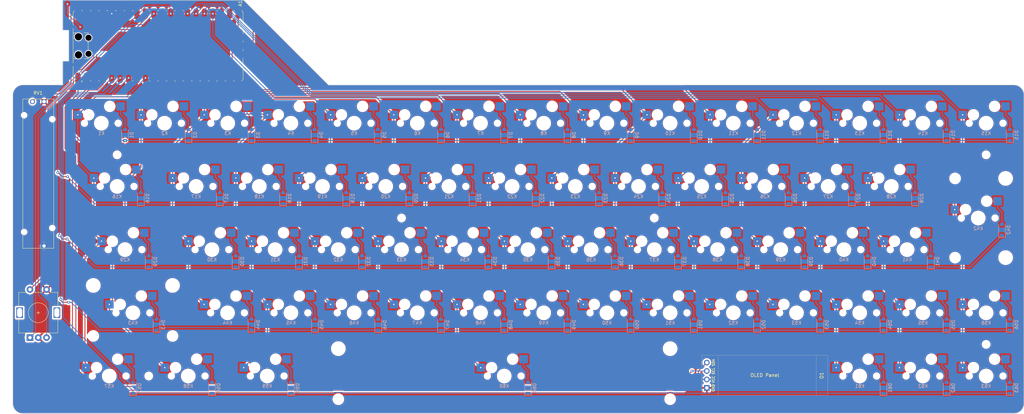
<source format=kicad_pcb>
(kicad_pcb (version 20241229) (generator "pcbnew") (generator_version "9.0")
  (layers (0 "F.Cu" signal) (2 "B.Cu" signal) (13 "F.Paste" user) (15 "B.Paste" user) (5 "F.SilkS" user "F.Silkscreen") (7 "B.SilkS" user "B.Silkscreen") (1 "F.Mask" user) (3 "B.Mask" user) (25 "Edge.Cuts" user))
  (net 0 "")
  (net 1 "GND")
  (net 2 "ROW3")
  (net 3 "ROW4")
  (net 4 "COL0")
  (net 5 "COL1")
  (net 6 "COL2")
  (net 7 "COL3")
  (net 8 "COL4")
  (net 9 "COL5")
  (net 10 "COL6")
  (net 11 "COL7")
  (net 12 "COL8")
  (net 13 "COL9")
  (net 14 "COL10")
  (net 15 "COL11")
  (net 16 "COL12")
  (net 17 "COL13")
  (net 18 "COL14")
  (net 19 "SDA")
  (net 20 "SCL")
  (net 21 "ANALOG")
  (net 22 "ROW2")
  (net 26 "ROW0")
  (net 27 "ROW1")
  (net 28 "ENC_SW")
  (net 30 "ENC_B")
  (net 32 "ENC_A")
  (net 33 "+3V3")
  (net 34 "Net-(D1-A)")
  (net 35 "Net-(D2-A)")
  (net 36 "Net-(D3-A)")
  (net 37 "Net-(D4-A)")
  (net 38 "Net-(D5-A)")
  (net 39 "Net-(D6-A)")
  (net 40 "Net-(D7-A)")
  (net 41 "Net-(D8-A)")
  (net 42 "Net-(D9-A)")
  (net 43 "Net-(D10-A)")
  (net 44 "Net-(D11-A)")
  (net 45 "Net-(D12-A)")
  (net 46 "Net-(D13-A)")
  (net 47 "Net-(D14-A)")
  (net 48 "Net-(D15-A)")
  (net 49 "Net-(D16-A)")
  (net 50 "Net-(D17-A)")
  (net 51 "Net-(D18-A)")
  (net 52 "Net-(D19-A)")
  (net 53 "Net-(D20-A)")
  (net 54 "Net-(D21-A)")
  (net 55 "Net-(D22-A)")
  (net 56 "Net-(D23-A)")
  (net 57 "Net-(D24-A)")
  (net 58 "Net-(D25-A)")
  (net 59 "Net-(D26-A)")
  (net 60 "Net-(D27-A)")
  (net 61 "Net-(D28-A)")
  (net 62 "Net-(D29-A)")
  (net 63 "Net-(D30-A)")
  (net 64 "Net-(D31-A)")
  (net 65 "Net-(D32-A)")
  (net 66 "Net-(D33-A)")
  (net 67 "Net-(D34-A)")
  (net 68 "Net-(D35-A)")
  (net 69 "Net-(D36-A)")
  (net 70 "Net-(D37-A)")
  (net 71 "Net-(D38-A)")
  (net 72 "Net-(D39-A)")
  (net 73 "Net-(D40-A)")
  (net 74 "Net-(D41-A)")
  (net 75 "Net-(D42-A)")
  (net 76 "Net-(D43-A)")
  (net 77 "Net-(D44-A)")
  (net 78 "Net-(D45-A)")
  (net 79 "Net-(D46-A)")
  (net 80 "Net-(D47-A)")
  (net 81 "Net-(D48-A)")
  (net 82 "Net-(D49-A)")
  (net 83 "Net-(D50-A)")
  (net 84 "Net-(D51-A)")
  (net 85 "Net-(D52-A)")
  (net 86 "Net-(D53-A)")
  (net 87 "Net-(D54-A)")
  (net 88 "Net-(D55-A)")
  (net 89 "Net-(D56-A)")
  (net 90 "Net-(D57-A)")
  (net 91 "Net-(D58-A)")
  (net 92 "Net-(D59-A)")
  (net 93 "Net-(D60-A)")
  (net 94 "Net-(D61-A)")
  (net 95 "Net-(D62-A)")
  (net 96 "Net-(D63-A)")
  (footprint "MX_Only:MXOnly-1U-Hotswap" (layer "F.Cu") (at 318.54375 88.406249)
    (property "Reference" "K13")
    (property "Value" "KEYSW")
    (fp_text user "${REFERENCE}" (at 0 3.048 0) (layer "B.SilkS") (effects (justify mirror)))
    (pad "" np_thru_hole circle (at -5.08 0 48.0996) (size 1.75 1.75) (drill 1.75) (layers "*.Cu" "*.Mask"))
    (pad "" np_thru_hole circle (at -3.81 -2.54) (size 3 3) (drill 3) (layers "*.Cu" "*.Mask"))
    (pad "" np_thru_hole circle (at 0 0) (size 3.9878 3.9878) (drill 3.9878) (layers "*.Cu" "*.Mask"))
    (pad "" np_thru_hole circle (at 2.54 -5.08) (size 3 3) (drill 3) (layers "*.Cu" "*.Mask"))
    (pad "" np_thru_hole circle (at 5.08 0 48.0996) (size 1.75 1.75) (drill 1.75) (layers "*.Cu" "*.Mask"))
    (pad "1" smd rect (at -7.085 -2.54) (size 2.55 2.5) (layers "B.Cu" "B.Mask" "B.Paste") (net 16 "COL12"))
    (pad "2" smd rect (at 5.842 -5.08) (size 2.55 2.5) (layers "B.Cu" "B.Mask" "B.Paste") (net 46 "Net-(D13-A)"))
  )
  (footprint "MX_Only:MXOnly-1U-Hotswap" (layer "F.Cu") (at 161.38125 126.506249)
    (property "Reference" "K32")
    (property "Value" "KEYSW")
    (fp_text user "${REFERENCE}" (at 0 3.048 0) (layer "B.SilkS") (effects (justify mirror)))
    (pad "" np_thru_hole circle (at -5.08 0 48.0996) (size 1.75 1.75) (drill 1.75) (layers "*.Cu" "*.Mask"))
    (pad "" np_thru_hole circle (at -3.81 -2.54) (size 3 3) (drill 3) (layers "*.Cu" "*.Mask"))
    (pad "" np_thru_hole circle (at 0 0) (size 3.9878 3.9878) (drill 3.9878) (layers "*.Cu" "*.Mask"))
    (pad "" np_thru_hole circle (at 2.54 -5.08) (size 3 3) (drill 3) (layers "*.Cu" "*.Mask"))
    (pad "" np_thru_hole circle (at 5.08 0 48.0996) (size 1.75 1.75) (drill 1.75) (layers "*.Cu" "*.Mask"))
    (pad "1" smd rect (at -7.085 -2.54) (size 2.55 2.5) (layers "B.Cu" "B.Mask" "B.Paste") (net 8 "COL4"))
    (pad "2" smd rect (at 5.842 -5.08) (size 2.55 2.5) (layers "B.Cu" "B.Mask" "B.Paste") (net 65 "Net-(D32-A)"))
  )
  (footprint "MX_Only:MXOnly-1.25U-Hotswap" (layer "F.Cu") (at 116.1375 164.606249)
    (property "Reference" "K58")
    (property "Value" "KEYSW")
    (fp_text user "${REFERENCE}" (at 0 3.048 0) (layer "B.SilkS") (effects (justify mirror)))
    (pad "" np_thru_hole circle (at -5.08 0 48.0996) (size 1.75 1.75) (drill 1.75) (layers "*.Cu" "*.Mask"))
    (pad "" np_thru_hole circle (at -3.81 -2.54) (size 3 3) (drill 3) (layers "*.Cu" "*.Mask"))
    (pad "" np_thru_hole circle (at 0 0) (size 3.9878 3.9878) (drill 3.9878) (layers "*.Cu" "*.Mask"))
    (pad "" np_thru_hole circle (at 2.54 -5.08) (size 3 3) (drill 3) (layers "*.Cu" "*.Mask"))
    (pad "" np_thru_hole circle (at 5.08 0 48.0996) (size 1.75 1.75) (drill 1.75) (layers "*.Cu" "*.Mask"))
    (pad "1" smd rect (at -7.085 -2.54) (size 2.55 2.5) (layers "B.Cu" "B.Mask" "B.Paste") (net 5 "COL1"))
    (pad "2" smd rect (at 5.842 -5.08) (size 2.55 2.5) (layers "B.Cu" "B.Mask" "B.Paste") (net 91 "Net-(D58-A)"))
  )
  (footprint "MountingHole:MountingHole_2.2mm_M2" (layer "F.Cu") (at 356.64375 97.931249)
    (property "Reference" "[SCREW]" (hide yes))
    (property "Value" "MountingHole_2.2mm_M2")
    (pad "" np_thru_hole circle (at 0 0) (size 2.2 2.2) (drill 2.2) (layers "*.Cu" "*.Mask"))
  )
  (footprint "MX_Only:MXOnly-1.5U-Hotswap" (layer "F.Cu") (at 94.70625 107.456249)
    (property "Reference" "K16")
    (property "Value" "KEYSW")
    (fp_text user "${REFERENCE}" (at 0 3.048 0) (layer "B.SilkS") (effects (justify mirror)))
    (pad "" np_thru_hole circle (at -5.08 0 48.0996) (size 1.75 1.75) (drill 1.75) (layers "*.Cu" "*.Mask"))
    (pad "" np_thru_hole circle (at -3.81 -2.54) (size 3 3) (drill 3) (layers "*.Cu" "*.Mask"))
    (pad "" np_thru_hole circle (at 0 0) (size 3.9878 3.9878) (drill 3.9878) (layers "*.Cu" "*.Mask"))
    (pad "" np_thru_hole circle (at 2.54 -5.08) (size 3 3) (drill 3) (layers "*.Cu" "*.Mask"))
    (pad "" np_thru_hole circle (at 5.08 0 48.0996) (size 1.75 1.75) (drill 1.75) (layers "*.Cu" "*.Mask"))
    (pad "1" smd rect (at -7.085 -2.54) (size 2.55 2.5) (layers "B.Cu" "B.Mask" "B.Paste") (net 4 "COL0"))
    (pad "2" smd rect (at 5.842 -5.08) (size 2.55 2.5) (layers "B.Cu" "B.Mask" "B.Paste") (net 49 "Net-(D16-A)"))
  )
  (footprint "MX_Only:MXOnly-1U-Hotswap" (layer "F.Cu") (at 213.76875 107.456249)
    (property "Reference" "K22")
    (property "Value" "KEYSW")
    (fp_text user "${REFERENCE}" (at 0 3.048 0) (layer "B.SilkS") (effects (justify mirror)))
    (pad "" np_thru_hole circle (at -5.08 0 48.0996) (size 1.75 1.75) (drill 1.75) (layers "*.Cu" "*.Mask"))
    (pad "" np_thru_hole circle (at -3.81 -2.54) (size 3 3) (drill 3) (layers "*.Cu" "*.Mask"))
    (pad "" np_thru_hole circle (at 0 0) (size 3.9878 3.9878) (drill 3.9878) (layers "*.Cu" "*.Mask"))
    (pad "" np_thru_hole circle (at 2.54 -5.08) (size 3 3) (drill 3) (layers "*.Cu" "*.Mask"))
    (pad "" np_thru_hole circle (at 5.08 0 48.0996) (size 1.75 1.75) (drill 1.75) (layers "*.Cu" "*.Mask"))
    (pad "1" smd rect (at -7.085 -2.54) (size 2.55 2.5) (layers "B.Cu" "B.Mask" "B.Paste") (net 11 "COL7"))
    (pad "2" smd rect (at 5.842 -5.08) (size 2.55 2.5) (layers "B.Cu" "B.Mask" "B.Paste") (net 55 "Net-(D22-A)"))
  )
  (footprint "MX_Only:MXOnly-1U-Hotswap" (layer "F.Cu") (at 118.51875 107.456249)
    (property "Reference" "K17")
    (property "Value" "KEYSW")
    (fp_text user "${REFERENCE}" (at 0 3.048 0) (layer "B.SilkS") (effects (justify mirror)))
    (pad "" np_thru_hole circle (at -5.08 0 48.0996) (size 1.75 1.75) (drill 1.75) (layers "*.Cu" "*.Mask"))
    (pad "" np_thru_hole circle (at -3.81 -2.54) (size 3 3) (drill 3) (layers "*.Cu" "*.Mask"))
    (pad "" np_thru_hole circle (at 0 0) (size 3.9878 3.9878) (drill 3.9878) (layers "*.Cu" "*.Mask"))
    (pad "" np_thru_hole circle (at 2.54 -5.08) (size 3 3) (drill 3) (layers "*.Cu" "*.Mask"))
    (pad "" np_thru_hole circle (at 5.08 0 48.0996) (size 1.75 1.75) (drill 1.75) (layers "*.Cu" "*.Mask"))
    (pad "1" smd rect (at -7.085 -2.54) (size 2.55 2.5) (layers "B.Cu" "B.Mask" "B.Paste") (net 6 "COL2"))
    (pad "2" smd rect (at 5.842 -5.08) (size 2.55 2.5) (layers "B.Cu" "B.Mask" "B.Paste") (net 50 "Net-(D17-A)"))
  )
  (footprint "MX_Only:MXOnly-1U-Hotswap" (layer "F.Cu") (at 123.28125 126.506249)
    (property "Reference" "K30")
    (property "Value" "KEYSW")
    (fp_text user "${REFERENCE}" (at 0 3.048 0) (layer "B.SilkS") (effects (justify mirror)))
    (pad "" np_thru_hole circle (at -5.08 0 48.0996) (size 1.75 1.75) (drill 1.75) (layers "*.Cu" "*.Mask"))
    (pad "" np_thru_hole circle (at -3.81 -2.54) (size 3 3) (drill 3) (layers "*.Cu" "*.Mask"))
    (pad "" np_thru_hole circle (at 0 0) (size 3.9878 3.9878) (drill 3.9878) (layers "*.Cu" "*.Mask"))
    (pad "" np_thru_hole circle (at 2.54 -5.08) (size 3 3) (drill 3) (layers "*.Cu" "*.Mask"))
    (pad "" np_thru_hole circle (at 5.08 0 48.0996) (size 1.75 1.75) (drill 1.75) (layers "*.Cu" "*.Mask"))
    (pad "1" smd rect (at -7.085 -2.54) (size 2.55 2.5) (layers "B.Cu" "B.Mask" "B.Paste") (net 6 "COL2"))
    (pad "2" smd rect (at 5.842 -5.08) (size 2.55 2.5) (layers "B.Cu" "B.Mask" "B.Paste") (net 63 "Net-(D30-A)"))
  )
  (footprint "MX_Only:MXOnly-1U-Hotswap" (layer "F.Cu") (at 185.19375 145.556249)
    (property "Reference" "K47")
    (property "Value" "KEYSW")
    (fp_text user "${REFERENCE}" (at 0 3.048 0) (layer "B.SilkS") (effects (justify mirror)))
    (pad "" np_thru_hole circle (at -5.08 0 48.0996) (size 1.75 1.75) (drill 1.75) (layers "*.Cu" "*.Mask"))
    (pad "" np_thru_hole circle (at -3.81 -2.54) (size 3 3) (drill 3) (layers "*.Cu" "*.Mask"))
    (pad "" np_thru_hole circle (at 0 0) (size 3.9878 3.9878) (drill 3.9878) (layers "*.Cu" "*.Mask"))
    (pad "" np_thru_hole circle (at 2.54 -5.08) (size 3 3) (drill 3) (layers "*.Cu" "*.Mask"))
    (pad "" np_thru_hole circle (at 5.08 0 48.0996) (size 1.75 1.75) (drill 1.75) (layers "*.Cu" "*.Mask"))
    (pad "1" smd rect (at -7.085 -2.54) (size 2.55 2.5) (layers "B.Cu" "B.Mask" "B.Paste") (net 9 "COL5"))
    (pad "2" smd rect (at 5.842 -5.08) (size 2.55 2.5) (layers "B.Cu" "B.Mask" "B.Paste") (net 80 "Net-(D47-A)"))
  )
  (footprint "MX_Only:MXOnly-1U-Hotswap" (layer "F.Cu") (at 356.64375 164.606249)
    (property "Reference" "K63")
    (property "Value" "KEYSW")
    (fp_text user "${REFERENCE}" (at 0 3.048 0) (layer "B.SilkS") (effects (justify mirror)))
    (pad "" np_thru_hole circle (at -5.08 0 48.0996) (size 1.75 1.75) (drill 1.75) (layers "*.Cu" "*.Mask"))
    (pad "" np_thru_hole circle (at -3.81 -2.54) (size 3 3) (drill 3) (layers "*.Cu" "*.Mask"))
    (pad "" np_thru_hole circle (at 0 0) (size 3.9878 3.9878) (drill 3.9878) (layers "*.Cu" "*.Mask"))
    (pad "" np_thru_hole circle (at 2.54 -5.08) (size 3 3) (drill 3) (layers "*.Cu" "*.Mask"))
    (pad "" np_thru_hole circle (at 5.08 0 48.0996) (size 1.75 1.75) (drill 1.75) (layers "*.Cu" "*.Mask"))
    (pad "1" smd rect (at -7.085 -2.54) (size 2.55 2.5) (layers "B.Cu" "B.Mask" "B.Paste") (net 18 "COL14"))
    (pad "2" smd rect (at 5.842 -5.08) (size 2.55 2.5) (layers "B.Cu" "B.Mask" "B.Paste") (net 96 "Net-(D63-A)"))
  )
  (footprint "Button_Switch_Keyboard:potentiometer_slider_45mm" (layer "F.Cu") (at 63.975 81.095 -90)
    (property "Reference" "RV1" (at -1.8 -6.9 0) (layer "F.SilkS"))
    (property "Value" "R_POT")
    (pad "" np_thru_hole circle (at 4.9 -2.7 270) (size 1.5 1.5) (drill 1.5) (layers "*.Cu" "*.Mask"))
    (pad "" np_thru_hole circle (at 6.1 -11.2 270) (size 1.5 1.5) (drill 1.5) (layers "*.Cu" "*.Mask"))
    (pad "" np_thru_hole circle (at 38.9 -11.2 270) (size 1.5 1.5) (drill 1.5) (layers "*.Cu" "*.Mask"))
    (pad "" np_thru_hole circle (at 40.1 -2.7 270) (size 1.5 1.5) (drill 1.5) (layers "*.Cu" "*.Mask"))
    (pad "1" thru_hole circle (at 0.8 -8.7 270) (size 1.5 1.5) (drill 1) (layers "*.Cu" "*.Mask") (net 1 "GND"))
    (pad "2" thru_hole circle (at 0.8 -5.2 270) (size 1.5 1.5) (drill 1) (layers "*.Cu" "*.Mask") (net 21 "ANALOG"))
    (pad "3" thru_hole circle (at 44.3 -8.7 270) (size 1.5 1.5) (drill 1) (layers "*.Cu" "*.Mask") (net 33 "+3V3") (thermal_bridge_width 4))
  )
  (footprint "MX_Only:MXOnly-1U-Hotswap" (layer "F.Cu") (at 299.49375 88.406249)
    (property "Reference" "K12")
    (property "Value" "KEYSW")
    (fp_text user "${REFERENCE}" (at 0 3.048 0) (layer "B.SilkS") (effects (justify mirror)))
    (pad "" np_thru_hole circle (at -5.08 0 48.0996) (size 1.75 1.75) (drill 1.75) (layers "*.Cu" "*.Mask"))
    (pad "" np_thru_hole circle (at -3.81 -2.54) (size 3 3) (drill 3) (layers "*.Cu" "*.Mask"))
    (pad "" np_thru_hole circle (at 0 0) (size 3.9878 3.9878) (drill 3.9878) (layers "*.Cu" "*.Mask"))
    (pad "" np_thru_hole circle (at 2.54 -5.08) (size 3 3) (drill 3) (layers "*.Cu" "*.Mask"))
    (pad "" np_thru_hole circle (at 5.08 0 48.0996) (size 1.75 1.75) (drill 1.75) (layers "*.Cu" "*.Mask"))
    (pad "1" smd rect (at -7.085 -2.54) (size 2.55 2.5) (layers "B.Cu" "B.Mask" "B.Paste") (net 15 "COL11"))
    (pad "2" smd rect (at 5.842 -5.08) (size 2.55 2.5) (layers "B.Cu" "B.Mask" "B.Paste") (net 45 "Net-(D12-A)"))
  )
  (footprint "MX_Only:MXOnly-1U-Hotswap" (layer "F.Cu") (at 275.68125 126.506249)
    (property "Reference" "K38")
    (property "Value" "KEYSW")
    (fp_text user "${REFERENCE}" (at 0 3.048 0) (layer "B.SilkS") (effects (justify mirror)))
    (pad "" np_thru_hole circle (at -5.08 0 48.0996) (size 1.75 1.75) (drill 1.75) (layers "*.Cu" "*.Mask"))
    (pad "" np_thru_hole circle (at -3.81 -2.54) (size 3 3) (drill 3) (layers "*.Cu" "*.Mask"))
    (pad "" np_thru_hole circle (at 0 0) (size 3.9878 3.9878) (drill 3.9878) (layers "*.Cu" "*.Mask"))
    (pad "" np_thru_hole circle (at 2.54 -5.08) (size 3 3) (drill 3) (layers "*.Cu" "*.Mask"))
    (pad "" np_thru_hole circle (at 5.08 0 48.0996) (size 1.75 1.75) (drill 1.75) (layers "*.Cu" "*.Mask"))
    (pad "1" smd rect (at -7.085 -2.54) (size 2.55 2.5) (layers "B.Cu" "B.Mask" "B.Paste") (net 14 "COL10"))
    (pad "2" smd rect (at 5.842 -5.08) (size 2.55 2.5) (layers "B.Cu" "B.Mask" "B.Paste") (net 71 "Net-(D38-A)"))
  )
  (footprint "MX_Only:MXOnly-1U-Hotswap" (layer "F.Cu") (at 232.81875 107.456249)
    (property "Reference" "K23")
    (property "Value" "KEYSW")
    (fp_text user "${REFERENCE}" (at 0 3.048 0) (layer "B.SilkS") (effects (justify mirror)))
    (pad "" np_thru_hole circle (at -5.08 0 48.0996) (size 1.75 1.75) (drill 1.75) (layers "*.Cu" "*.Mask"))
    (pad "" np_thru_hole circle (at -3.81 -2.54) (size 3 3) (drill 3) (layers "*.Cu" "*.Mask"))
    (pad "" np_thru_hole circle (at 0 0) (size 3.9878 3.9878) (drill 3.9878) (layers "*.Cu" "*.Mask"))
    (pad "" np_thru_hole circle (at 2.54 -5.08) (size 3 3) (drill 3) (layers "*.Cu" "*.Mask"))
    (pad "" np_thru_hole circle (at 5.08 0 48.0996) (size 1.75 1.75) (drill 1.75) (layers "*.Cu" "*.Mask"))
    (pad "1" smd rect (at -7.085 -2.54) (size 2.55 2.5) (layers "B.Cu" "B.Mask" "B.Paste") (net 12 "COL8"))
    (pad "2" smd rect (at 5.842 -5.08) (size 2.55 2.5) (layers "B.Cu" "B.Mask" "B.Paste") (net 56 "Net-(D23-A)"))
  )
  (footprint "MountingHole:MountingHole_2.2mm_M2" (layer "F.Cu") (at 94.70625 97.931249)
    (property "Reference" "[SCREW]" (hide yes))
    (property "Value" "MountingHole_2.2mm_M2")
    (pad "" np_thru_hole circle (at 0 0) (size 2.2 2.2) (drill 2.2) (layers "*.Cu" "*.Mask"))
  )
  (footprint "Rotary_Encoder:RotaryEncoder_Alps_EC11E-Switch_Vertical_H20mm" (layer "F.Cu") (at 68.4325 153.024999 90)
    (property "Reference" "SW1" (hide yes))
    (property "Value" "RotaryEncoder_Switch_MP")
    (pad "A" thru_hole rect (at 0 0 90) (size 2 2) (drill 1) (layers "*.Cu" "*.Mask") (net 32 "ENC_A"))
    (pad "B" thru_hole circle (at 0 5 90) (size 2 2) (drill 1) (layers "*.Cu" "*.Mask") (net 30 "ENC_B"))
    (pad "C" thru_hole circle (at 0 2.5 90) (size 2 2) (drill 1) (layers "*.Cu" "*.Mask") (net 1 "GND"))
    (pad "MP" thru_hole rect (at 7.5 -3.1 90) (size 3.2 2) (drill oval 2.8 1.5) (layers "*.Cu" "*.Mask"))
    (pad "MP" thru_hole rect (at 7.5 8.1 90) (size 3.2 2) (drill oval 2.8 1.5) (layers "*.Cu" "*.Mask"))
    (pad "S1" thru_hole circle (at 14.5 5 90) (size 2 2) (drill 1) (layers "*.Cu" "*.Mask") (net 1 "GND"))
    (pad "S2" thru_hole circle (at 14.5 0 90) (size 2 2) (drill 1) (layers "*.Cu" "*.Mask") (net 28 "ENC_SW"))
  )
  (footprint "MX_Only:MXOnly-1U-Hotswap" (layer "F.Cu") (at 223.29375 145.556249)
    (property "Reference" "K49")
    (property "Value" "KEYSW")
    (fp_text user "${REFERENCE}" (at 0 3.048 0) (layer "B.SilkS") (effects (justify mirror)))
    (pad "" np_thru_hole circle (at -5.08 0 48.0996) (size 1.75 1.75) (drill 1.75) (layers "*.Cu" "*.Mask"))
    (pad "" np_thru_hole circle (at -3.81 -2.54) (size 3 3) (drill 3) (layers "*.Cu" "*.Mask"))
    (pad "" np_thru_hole circle (at 0 0) (size 3.9878 3.9878) (drill 3.9878) (layers "*.Cu" "*.Mask"))
    (pad "" np_thru_hole circle (at 2.54 -5.08) (size 3 3) (drill 3) (layers "*.Cu" "*.Mask"))
    (pad "" np_thru_hole circle (at 5.08 0 48.0996) (size 1.75 1.75) (drill 1.75) (layers "*.Cu" "*.Mask"))
    (pad "1" smd rect (at -7.085 -2.54) (size 2.55 2.5) (layers "B.Cu" "B.Mask" "B.Paste") (net 11 "COL7"))
    (pad "2" smd rect (at 5.842 -5.08) (size 2.55 2.5) (layers "B.Cu" "B.Mask" "B.Paste") (net 82 "Net-(D49-A)"))
  )
  (footprint "MX_Only:MXOnly-1U-Hotswap" (layer "F.Cu") (at 270.91875 107.456249)
    (property "Reference" "K25")
    (property "Value" "KEYSW")
    (fp_text user "${REFERENCE}" (at 0 3.048 0) (layer "B.SilkS") (effects (justify mirror)))
    (pad "" np_thru_hole circle (at -5.08 0 48.0996) (size 1.75 1.75) (drill 1.75) (layers "*.Cu" "*.Mask"))
    (pad "" np_thru_hole circle (at -3.81 -2.54) (size 3 3) (drill 3) (layers "*.Cu" "*.Mask"))
    (pad "" np_thru_hole circle (at 0 0) (size 3.9878 3.9878) (drill 3.9878) (layers "*.Cu" "*.Mask"))
    (pad "" np_thru_hole circle (at 2.54 -5.08) (size 3 3) (drill 3) (layers "*.Cu" "*.Mask"))
    (pad "" np_thru_hole circle (at 5.08 0 48.0996) (size 1.75 1.75) (drill 1.75) (layers "*.Cu" "*.Mask"))
    (pad "1" smd rect (at -7.085 -2.54) (size 2.55 2.5) (layers "B.Cu" "B.Mask" "B.Paste") (net 14 "COL10"))
    (pad "2" smd rect (at 5.842 -5.08) (size 2.55 2.5) (layers "B.Cu" "B.Mask" "B.Paste") (net 58 "Net-(D25-A)"))
  )
  (footprint "MountingHole:MountingHole_2.2mm_M2" (layer "F.Cu") (at 356.64375 155.081249)
    (property "Reference" "[SCREW]" (hide yes))
    (property "Value" "MountingHole_2.2mm_M2")
    (pad "" np_thru_hole circle (at 0 0) (size 2.2 2.2) (drill 2.2) (layers "*.Cu" "*.Mask"))
  )
  (footprint "MX_Only:MXOnly-1U-Hotswap" (layer "F.Cu") (at 199.48125 126.506249)
    (property "Reference" "K34")
    (property "Value" "KEYSW")
    (fp_text user "${REFERENCE}" (at 0 3.048 0) (layer "B.SilkS") (effects (justify mirror)))
    (pad "" np_thru_hole circle (at -5.08 0 48.0996) (size 1.75 1.75) (drill 1.75) (layers "*.Cu" "*.Mask"))
    (pad "" np_thru_hole circle (at -3.81 -2.54) (size 3 3) (drill 3) (layers "*.Cu" "*.Mask"))
    (pad "" np_thru_hole circle (at 0 0) (size 3.9878 3.9878) (drill 3.9878) (layers "*.Cu" "*.Mask"))
    (pad "" np_thru_hole circle (at 2.54 -5.08) (size 3 3) (drill 3) (layers "*.Cu" "*.Mask"))
    (pad "" np_thru_hole circle (at 5.08 0 48.0996) (size 1.75 1.75) (drill 1.75) (layers "*.Cu" "*.Mask"))
    (pad "1" smd rect (at -7.085 -2.54) (size 2.55 2.5) (layers "B.Cu" "B.Mask" "B.Paste") (net 10 "COL6"))
    (pad "2" smd rect (at 5.842 -5.08) (size 2.55 2.5) (layers "B.Cu" "B.Mask" "B.Paste") (net 67 "Net-(D34-A)"))
  )
  (footprint "MX_Only:MXOnly-1U-Hotswap" (layer "F.Cu") (at 175.66875 107.456249)
    (property "Reference" "K20")
    (property "Value" "KEYSW")
    (fp_text user "${REFERENCE}" (at 0 3.048 0) (layer "B.SilkS") (effects (justify mirror)))
    (pad "" np_thru_hole circle (at -5.08 0 48.0996) (size 1.75 1.75) (drill 1.75) (layers "*.Cu" "*.Mask"))
    (pad "" np_thru_hole circle (at -3.81 -2.54) (size 3 3) (drill 3) (layers "*.Cu" "*.Mask"))
    (pad "" np_thru_hole circle (at 0 0) (size 3.9878 3.9878) (drill 3.9878) (layers "*.Cu" "*.Mask"))
    (pad "" np_thru_hole circle (at 2.54 -5.08) (size 3 3) (drill 3) (layers "*.Cu" "*.Mask"))
    (pad "" np_thru_hole circle (at 5.08 0 48.0996) (size 1.75 1.75) (drill 1.75) (layers "*.Cu" "*.Mask"))
    (pad "1" smd rect (at -7.085 -2.54) (size 2.55 2.5) (layers "B.Cu" "B.Mask" "B.Paste") (net 9 "COL5"))
    (pad "2" smd rect (at 5.842 -5.08) (size 2.55 2.5) (layers "B.Cu" "B.Mask" "B.Paste") (net 53 "Net-(D20-A)"))
  )
  (footprint "MX_Only:MXOnly-1U-Hotswap" (layer "F.Cu") (at 142.33125 126.506249)
    (property "Reference" "K31")
    (property "Value" "KEYSW")
    (fp_text user "${REFERENCE}" (at 0 3.048 0) (layer "B.SilkS") (effects (justify mirror)))
    (pad "" np_thru_hole circle (at -5.08 0 48.0996) (size 1.75 1.75) (drill 1.75) (layers "*.Cu" "*.Mask"))
    (pad "" np_thru_hole circle (at -3.81 -2.54) (size 3 3) (drill 3) (layers "*.Cu" "*.Mask"))
    (pad "" np_thru_hole circle (at 0 0) (size 3.9878 3.9878) (drill 3.9878) (layers "*.Cu" "*.Mask"))
    (pad "" np_thru_hole circle (at 2.54 -5.08) (size 3 3) (drill 3) (layers "*.Cu" "*.Mask"))
    (pad "" np_thru_hole circle (at 5.08 0 48.0996) (size 1.75 1.75) (drill 1.75) (layers "*.Cu" "*.Mask"))
    (pad "1" smd rect (at -7.085 -2.54) (size 2.55 2.5) (layers "B.Cu" "B.Mask" "B.Paste") (net 7 "COL3"))
    (pad "2" smd rect (at 5.842 -5.08) (size 2.55 2.5) (layers "B.Cu" "B.Mask" "B.Paste") (net 64 "Net-(D31-A)"))
  )
  (footprint "MX_Only:MXOnly-1U-Hotswap" (layer "F.Cu") (at 337.59375 164.606249)
    (property "Reference" "K62")
    (property "Value" "KEYSW")
    (fp_text user "${REFERENCE}" (at 0 3.048 0) (layer "B.SilkS") (effects (justify mirror)))
    (pad "" np_thru_hole circle (at -5.08 0 48.0996) (size 1.75 1.75) (drill 1.75) (layers "*.Cu" "*.Mask"))
    (pad "" np_thru_hole circle (at -3.81 -2.54) (size 3 3) (drill 3) (layers "*.Cu" "*.Mask"))
    (pad "" np_thru_hole circle (at 0 0) (size 3.9878 3.9878) (drill 3.9878) (layers "*.Cu" "*.Mask"))
    (pad "" np_thru_hole circle (at 2.54 -5.08) (size 3 3) (drill 3) (layers "*.Cu" "*.Mask"))
    (pad "" np_thru_hole circle (at 5.08 0 48.0996) (size 1.75 1.75) (drill 1.75) (layers "*.Cu" "*.Mask"))
    (pad "1" smd rect (at -7.085 -2.54) (size 2.55 2.5) (layers "B.Cu" "B.Mask" "B.Paste") (net 17 "COL13"))
    (pad "2" smd rect (at 5.842 -5.08) (size 2.55 2.5) (layers "B.Cu" "B.Mask" "B.Paste") (net 95 "Net-(D62-A)"))
  )
  (footprint "MX_Only:MXOnly-1U-Hotswap" (layer "F.Cu") (at 156.61875 107.456249)
    (property "Reference" "K19")
    (property "Value" "KEYSW")
    (fp_text user "${REFERENCE}" (at 0 3.048 0) (layer "B.SilkS") (effects (justify mirror)))
    (pad "" np_thru_hole circle (at -5.08 0 48.0996) (size 1.75 1.75) (drill 1.75) (layers "*.Cu" "*.Mask"))
    (pad "" np_thru_hole circle (at -3.81 -2.54) (size 3 3) (drill 3) (layers "*.Cu" "*.Mask"))
    (pad "" np_thru_hole circle (at 0 0) (size 3.9878 3.9878) (drill 3.9878) (layers "*.Cu" "*.Mask"))
    (pad "" np_thru_hole circle (at 2.54 -5.08) (size 3 3) (drill 3) (layers "*.Cu" "*.Mask"))
    (pad "" np_thru_hole circle (at 5.08 0 48.0996) (size 1.75 1.75) (drill 1.75) (layers "*.Cu" "*.Mask"))
    (pad "1" smd rect (at -7.085 -2.54) (size 2.55 2.5) (layers "B.Cu" "B.Mask" "B.Paste") (net 8 "COL4"))
    (pad "2" smd rect (at 5.842 -5.08) (size 2.55 2.5) (layers "B.Cu" "B.Mask" "B.Paste") (net 52 "Net-(D19-A)"))
  )
  (footprint "Module:RaspberryPi_Pico_SMD_HandSolder" (layer "F.Cu") (at 107.05 65.07 90)
    (property "Reference" "A1" (at 11.7475 24.765 90) (layer "F.SilkS") (effects (justify left)))
    (property "Value" "RaspberryPi_Pico_W")
    (pad "" smd rect (at -8.89 -24.13 90) (size 3.8 2.2) (drill (offset -0.8 0)) (layers "F.Paste"))
    (pad "" smd rect (at -8.89 -21.59 90) (size 3.8 2.2) (drill (offset -0.8 0)) (layers "F.Paste"))
    (pad "" smd rect (at -8.89 -19.05 90) (size 3.8 2.2) (drill (offset -0.8 0)) (layers "F.Paste"))
    (pad "" smd rect (at -8.89 -16.51 90) (size 3.8 2.2) (drill (offset -0.8 0)) (layers "F.Paste"))
    (pad "" smd rect (at -8.89 -13.97 90) (size 3.8 2.2) (drill (offset -0.8 0)) (layers "F.Paste"))
    (pad "" smd rect (at -8.89 -11.43 90) (size 3.8 2.2) (drill (offset -0.8 0)) (layers "F.Paste"))
    (pad "" smd rect (at -8.89 -8.89 90) (size 3.8 2.2) (drill (offset -0.8 0)) (layers "F.Paste"))
    (pad "" smd rect (at -8.89 -6.35 90) (size 3.8 2.2) (drill (offset -0.8 0)) (layers "F.Paste"))
    (pad "" smd rect (at -8.89 -3.81 90) (size 3.8 2.2) (drill (offset -0.8 0)) (layers "F.Paste"))
    (pad "" smd rect (at -8.89 -1.27 90) (size 3.8 2.2) (drill (offset -0.8 0)) (layers "F.Paste"))
    (pad "" smd rect (at -8.89 1.27 90) (size 3.8 2.2) (drill (offset -0.8 0)) (layers "F.Paste"))
    (pad "" smd rect (at -8.89 3.81 90) (size 3.8 2.2) (drill (offset -0.8 0)) (layers "F.Paste"))
    (pad "" smd rect (at -8.89 6.35 90) (size 3.8 2.2) (drill (offset -0.8 0)) (layers "F.Paste"))
    (pad "" smd rect (at -8.89 8.89 90) (size 3.8 2.2) (drill (offset -0.8 0)) (layers "F.Paste"))
    (pad "" smd rect (at -8.89 11.43 90) (size 3.8 2.2) (drill (offset -0.8 0)) (layers "F.Paste"))
    (pad "" smd rect (at -8.89 13.97 90) (size 3.8 2.2) (drill (offset -0.8 0)) (layers "F.Paste"))
    (pad "" smd rect (at -8.89 16.51 90) (size 3.8 2.2) (drill (offset -0.8 0)) (layers "F.Paste"))
    (pad "" smd rect (at -8.89 19.05 90) (size 3.8 2.2) (drill (offset -0.8 0)) (layers "F.Paste"))
    (pad "" smd rect (at -8.89 21.59 90) (size 3.8 2.2) (drill (offset -0.8 0)) (layers "F.Paste"))
    (pad "" smd rect (at -8.89 24.13 90) (size 3.8 2.2) (drill (offset -0.8 0)) (layers "F.Paste"))
    (pad "" np_thru_hole circle (at -2.725 -24 90) (size 2.2 2.2) (drill 2.2) (layers "*.Mask"))
    (pad "" smd rect (at -2.54 23.9 90) (size 2.2 3.8) (drill (offset 0 0.8)) (layers "F.Paste"))
    (pad "" np_thru_hole circle (at -2.425 -20.97 90) (size 1.85 1.85) (drill 1.85) (layers "*.Mask"))
    (pad "" smd rect (at 0 23.9 90) (size 2.2 3.8) (drill (offset 0 0.8)) (layers "F.Paste"))
    (pad "" np_thru_hole circle (at 2.425 -20.97 90) (size 1.85 1.85) (drill 1.85) (layers "*.Mask"))
    (pad "" smd rect (at 2.54 23.9 90) (size 2.2 3.8) (drill (offset 0 0.8)) (layers "F.Paste"))
    (pad "" np_thru_hole circle (at 2.725 -24 90) (size 2.2 2.2) (drill 2.2) (layers "*.Mask"))
    (pad "" smd rect (at 8.89 -24.13 90) (size 3.8 2.2) (drill (offset 0.8 0)) (layers "F.Paste"))
    (pad "" smd rect (at 8.89 -21.59 90) (size 3.8 2.2) (drill (offset 0.8 0)) (layers "F.Paste"))
    (pad "" smd rect (at 8.89 -19.05 90) (size 3.8 2.2) (drill (offset 0.8 0)) (layers "F.Paste"))
    (pad "" smd rect (at 8.89 -16.51 90) (size 3.8 2.2) (drill (offset 0.8 0)) (layers "F.Paste"))
    (pad "" smd rect (at 8.89 -13.97 90) (size 3.8 2.2) (drill (offset 0.8 0)) (layers "F.Paste"))
    (pad "" smd rect (at 8.89 -11.43 90) (size 3.8 2.2) (drill (offset 0.8 0)) (layers "F.Paste"))
    (pad "" smd rect (at 8.89 -8.89 90) (size 3.8 2.2) (drill (offset 0.8 0)) (layers "F.Paste"))
    (pad "" smd rect (at 8.89 -6.35 90) (size 3.8 2.2) (drill (offset 0.8 0)) (layers "F.Paste"))
    (pad "" smd rect (at 8.89 -3.81 90) (size 3.8 2.2) (drill (offset 0.8 0)) (layers "F.Paste"))
    (pad "" smd rect (at 8.89 -1.27 90) (size 3.8 2.2) (drill (offset 0.8 0)) (layers "F.Paste"))
    (pad "" smd rect (at 8.89 1.27 90) (size 3.8 2.2) (drill (offset 0.8 0)) (layers "F.Paste"))
    (pad "" smd rect (at 8.89 3.81 90) (size 3.8 2.2) (drill (offset 0.8 0)) (layers "F.Paste"))
    (pad "" smd rect (at 8.89 6.35 90) (size 3.8 2.2) (drill (offset 0.8 0)) (layers "F.Paste"))
    (pad "" smd rect (at 8.89 8.89 90) (size 3.8 2.2) (drill (offset 0.8 0)) (layers "F.Paste"))
    (pad "" smd rect (at 8.89 11.43 90) (size 3.8 2.2) (drill (offset 0.8 0)) (layers "F.Paste"))
    (pad "" smd rect (at 8.89 13.97 90) (size 3.8 2.2) (drill (offset 0.8 0)) (layers "F.Paste"))
    (pad "" smd rect (at 8.89 16.51 90) (size 3.8 2.2) (drill (offset 0.8 0)) (layers "F.Paste"))
    (pad "" smd rect (at 8.89 19.05 90) (size 3.8 2.2) (drill (offset 0.8 0)) (layers "F.Paste"))
    (pad "" smd rect (at 8.89 21.59 90) (size 3.8 2.2) (drill (offset 0.8 0)) (layers "F.Paste"))
    (pad "" smd rect (at 8.89 24.13 90) (size 3.8 2.2) (drill (offset 0.8 0)) (layers "F.Paste"))
    (pad "1" smd custom (at -9.69 -24.13 90) (size 1.6 0.8) (layers "F.Cu" "F.Mask") (net 19 "SDA") (options (clearance outline) (anchor rect)) (primitives (gr_circle (center 0.8 0) (end 1.6 0) (width 0) (fill yes)) (gr_poly (pts (xy -1.6 -0.6) (xy -1.6 0.6) (xy -1.4 0.8) (xy 0.8 0.8) (xy 0.8 -0.8) (xy -1.4 -0.8)) (width 0) (fill yes)) (gr_circle (center -1.4 -0.6) (end -1.2 -0.6) (width 0) (fill yes)) (gr_circle (center -1.4 0.6) (end -1.2 0.6) (width 0) (fill yes))))
    (pad "2" smd roundrect (at -9.69 -21.59 90) (size 3.2 1.6) (layers "F.Cu" "F.Mask") (roundrect_rratio 0.5) (net 20 "SCL"))
    (pad "3" smd custom (at -9.69 -19.05 90) (size 1.6 0.8) (layers "F.Cu" "F.Mask") (net 1 "GND") (options (clearance outline) (anchor rect)) (primitives (gr_circle (center -0.8 0) (end 0 0) (width 0) (fill yes)) (gr_poly (pts (xy 1.6 -0.6) (xy 1.6 0.6) (xy 1.4 0.8) (xy -0.8 0.8) (xy -0.8 -0.8) (xy 1.4 -0.8)) (width 0) (fill yes)) (gr_circle (center 1.4 -0.6) (end 1.6 -0.6) (width 0) (fill yes)) (gr_circle (center 1.4 0.6) (end 1.6 0.6) (width 0) (fill yes))))
    (pad "4" smd roundrect (at -9.69 -16.51 90) (size 3.2 1.6) (layers "F.Cu" "F.Mask") (roundrect_rratio 0.5) (net 26 "ROW0"))
    (pad "5" smd roundrect (at -9.69 -13.97 90) (size 3.2 1.6) (layers "F.Cu" "F.Mask") (roundrect_rratio 0.5) (net 27 "ROW1"))
    (pad "6" smd roundrect (at -9.69 -11.43 90) (size 3.2 1.6) (layers "F.Cu" "F.Mask") (roundrect_rratio 0.5) (net 22 "ROW2"))
    (pad "7" smd roundrect (at -9.69 -8.89 90) (size 3.2 1.6) (layers "F.Cu" "F.Mask") (roundrect_rratio 0.5) (net 2 "ROW3"))
    (pad "8" smd custom (at -9.69 -6.35 90) (size 1.6 0.8) (layers "F.Cu" "F.Mask") (net 1 "GND") (options (clearance outline) (anchor rect)) (primitives (gr_circle (center -0.8 0) (end 0 0) (width 0) (fill yes)) (gr_poly (pts (xy 1.6 -0.6) (xy 1.6 0.6) (xy 1.4 0.8) (xy -0.8 0.8) (xy -0.8 -0.8) (xy 1.4 -0.8)) (width 0) (fill yes)) (gr_circle (center 1.4 -0.6) (end 1.6 -0.6) (width 0) (fill yes)) (gr_circle (center 1.4 0.6) (end 1.6 0.6) (width 0) (fill yes))))
    (pad "9" smd roundrect (at -9.69 -3.81 90) (size 3.2 1.6) (layers "F.Cu" "F.Mask") (roundrect_rratio 0.5) (net 3 "ROW4"))
    (pad "10" smd roundrect (at -9.69 -1.27 90) (size 3.2 1.6) (layers "F.Cu" "F.Mask") (roundrect_rratio 0.5) (net 4 "COL0"))
    (pad "11" smd roundrect (at -9.69 1.27 90) (size 3.2 1.6) (layers "F.Cu" "F.Mask") (roundrect_rratio 0.5) (net 5 "COL1"))
    (pad "12" smd roundrect (at -9.69 3.81 90) (size 3.2 1.6) (layers "F.Cu" "F.Mask") (roundrect_rratio 0.5) (net 6 "COL2"))
    (pad "13" smd custom (at -9.69 6.35 90) (size 1.6 0.8) (layers "F.Cu" "F.Mask") (net 1 "GND") (options (clearance outline) (anchor rect)) (primitives (gr_circle (center -0.8 0) (end 0 0) (width 0) (fill yes)) (gr_poly (pts (xy 1.6 -0.6) (xy 1.6 0.6) (xy 1.4 0.8) (xy -0.8 0.8) (xy -0.8 -0.8) (xy 1.4 -0.8)) (width 0) (fill yes)) (gr_circle (center 1.4 -0.6) (end 1.6 -0.6) (width 0) (fill yes)) (gr_circle (center 1.4 0.6) (end 1.6 0.6) (width 0) (fill yes))))
    (pad "14" smd roundrect (at -9.69 8.89 90) (size 3.2 1.6) (layers "F.Cu" "F.Mask") (roundrect_rratio 0.5) (net 7 "COL3"))
    (pad "15" smd roundrect (at -9.69 11.43 90) (size 3.2 1.6) (layers "F.Cu" "F.Mask") (roundrect_rratio 0.5) (net 8 "COL4"))
    (pad "16" smd roundrect (at -9.69 13.97 90) (size 3.2 1.6) (layers "F.Cu" "F.Mask") (roundrect_rratio 0.5) (net 9 "COL5"))
    (pad "17" smd roundrect (at -9.69 16.51 90) (size 3.2 1.6) (layers "F.Cu" "F.Mask") (roundrect_rratio 0.5) (net 10 "COL6"))
    (pad "18" smd custom (at -9.69 19.05 90) (size 1.6 0.8) (layers "F.Cu" "F.Mask") (net 1 "GND") (options (clearance outline) (anchor rect)) (primitives (gr_circle (center -0.8 0) (end 0 0) (width 0) (fill yes)) (gr_poly (pts (xy 1.6 -0.6) (xy 1.6 0.6) (xy 1.4 0.8) (xy -0.8 0.8) (xy -0.8 -0.8) (xy 1.4 -0.8)) (width 0) (fill yes)) (gr_circle (center 1.4 -0.6) (end 1.6 -0.6) (width 0) (fill yes)) (gr_circle (center 1.4 0.6) (end 1.6 0.6) (width 0) (fill yes))))
    (pad "19" smd roundrect (at -9.69 21.59 90) (size 3.2 1.6) (layers "F.Cu" "F.Mask") (roundrect_rratio 0.5) (net 11 "COL7"))
    (pad "20" smd roundrect (at -9.69 24.13 90) (size 3.2 1.6) (layers "F.Cu" "F.Mask") (roundrect_rratio 0.5) (net 12 "COL8"))
    (pad "21" smd roundrect (at 9.69 24.13 90) (size 3.2 1.6) (layers "F.Cu" "F.Mask") (roundrect_rratio 0.5) (net 13 "COL9"))
    (pad "22" smd roundrect (at 9.69 21.59 90) (size 3.2 1.6) (layers "F.Cu" "F.Mask") (roundrect_rratio 0.5) (net 14 "COL10"))
    (pad "23" smd custom (at 9.69 19.05 90) (size 1.6 0.8) (layers "F.Cu" "F.Mask") (net 1 "GND") (options (clearance outline) (anchor rect)) (primitives (gr_circle (center 0.8 0) (end 1.6 0) (width 0) (fill yes)) (gr_poly (pts (xy -1.6 -0.6) (xy -1.6 0.6) (xy -1.4 0.8) (xy 0.8 0.8) (xy 0.8 -0.8) (xy -1.4 -0.8)) (width 0) (fill yes)) (gr_circle (center -1.4 -0.6) (end -1.2 -0.6) (width 0) (fill yes)) (gr_circle (center -1.4 0.6) (end -1.2 0.6) (width 0) (fill yes))))
    (pad "24" smd roundrect (at 9.69 16.51 90) (size 3.2 1.6) (layers "F.Cu" "F.Mask") (roundrect_rratio 0.5) (net 15 "COL11"))
    (pad "25" smd roundrect (at 9.69 13.97 90) (size 3.2 1.6) (layers "F.Cu" "F.Mask") (roundrect_rratio 0.5) (net 16 "COL12"))
    (pad "26" smd roundrect (at 9.69 11.43 90) (size 3.2 1.6) (layers "F.Cu" "F.Mask") (roundrect_rratio 0.5) (net 17 "COL13"))
    (pad "27" smd roundrect (at 9.69 8.89 90) (size 3.2 1.6) (layers "F.Cu" "F.Mask") (roundrect_rratio 0.5) (net 18 "COL14"))
    (pad "28" smd custom (at 9.69 6.35 90) (size 1.6 0.8) (layers "F.Cu" "F.Mask") (net 1 "GND") (options (clearance outline) (anchor rect)) (primitives (gr_circle (center 0.8 0) (end 1.6 0) (width 0) (fill yes)) (gr_poly (pts (xy -1.6 -0.6) (xy -1.6 0.6) (xy -1.4 0.8) (xy 0.8 0.8) (xy 0.8 -0.8) (xy -1.4 -0.8)) (width 0) (fill yes)) (gr_circle (center -1.4 -0.6) (end -1.2 -0.6) (width 0) (fill yes)) (gr_circle (center -1.4 0.6) (end -1.2 0.6) (width 0) (fill yes))))
    (pad "29" smd roundrect (at 9.69 3.81 90) (size 3.2 1.6) (layers "F.Cu" "F.Mask") (roundrect_rratio 0.5) (net 32 "ENC_A"))
    (pad "30" smd roundrect (at 9.69 1.27 90) (size 3.2 1.6) (layers "F.Cu" "F.Mask") (roundrect_rratio 0.5))
    (pad "31" smd roundrect (at 9.69 -1.27 90) (size 3.2 1.6) (layers "F.Cu" "F.Mask") (roundrect_rratio 0.5) (net 30 "ENC_B"))
    (pad "32" smd roundrect (at 9.69 -3.81 90) (size 3.2 1.6) (layers "F.Cu" "F.Mask") (roundrect_rratio 0.5) (net 28 "ENC_SW"))
    (pad "33" smd custom (at 9.69 -6.35 90) (size 1.6 0.8) (layers "F.Cu" "F.Mask") (net 1 "GND") (options (clearance outline) (anchor rect)) (primitives (gr_circle (center 0.8 0) (end 1.6 0) (width 0) (fill yes)) (gr_poly (pts (xy -1.6 -0.6) (xy -1.6 0.6) (xy -1.4 0.8) (xy 0.8 0.8) (xy 0.8 -0.8) (xy -1.4 -0.8)) (width 0) (fill yes)) (gr_circle (center -1.4 -0.6) (end -1.2 -0.6) (width 0) (fill yes)) (gr_circle (center -1.4 0.6) (end -1.2 0.6) (width 0) (fill yes))))
    (pad "34" smd roundrect (at 9.69 -8.89 90) (size 3.2 1.6) (layers "F.Cu" "F.Mask") (roundrect_rratio 0.5) (net 21 "ANALOG"))
    (pad "35" smd roundrect (at 9.69 -11.43 90) (size 3.2 1.6) (layers "F.Cu" "F.Mask") (roundrect_rratio 0.5))
    (pad "36" smd roundrect (at 9.69 -13.97 90) (size 3.2 1.6) (layers "F.Cu" "F.Mask") (roundrect_rratio 0.5) (net 33 "+3V3"))
    (pad "37" smd roundrect (at 9.69 -16.51 90) (size 3.2 1.6) (layers "F.Cu" "F.Mask") (roundrect_rratio 0.5))
    (pad "38" smd custom (at 9.69 -19.05 90) (size 1.6 0.8) (layers "F.Cu" "F.Mask") (net 1 "GND") (options (clearance outline) (anchor rect)) (primitives (gr_circle (center 0.8 0) (end 1.6 0) (width 0) (fill yes)) (gr_poly (pts (xy -1.6 -0.6) (xy -1.6 0.6) (xy -1.4 0.8) (xy 0.8 0.8) (xy 0.8 -0.8) (xy -1.4 -0.8)) (width 0) (fill yes)) (gr_circle (center -1.4 -0.6) (end -1.2 -0.6) (width 0) (fill yes)) (gr_circle (center -1.4 0.6) (end -1.2 0.6) (width 0) (fill yes))))
    (pad "39" smd roundrect (at 9.69 -21.59 90) (size 3.2 1.6) (layers "F.Cu" "F.Mask") (roundrect_rratio 0.5))
    (pad "40" smd roundrect (at 9.69 -24.13 90) (size 3.2 1.6) (layers "F.Cu" "F.Mask") (roundrect_rratio 0.5))
    (pad "D1" smd roundrect (at -2.54 23.9 180) (size 3.2 1.6) (drill (offset -0.8 0)) (layers "F.Cu" "F.Mask") (roundrect_rratio 0.5))
    (pad "D2" smd custom (at 0 23.9) (size 1.6 1.6) (layers "F.Cu" "F.Mask") (options (clearance outline) (anchor circle)) (primitives (gr_poly (pts (xy -0.8 -0.6) (xy -0.8 0.6) (xy -0.6 0.8) (xy 1.6 0.8) (xy 1.6 -0.8) (xy -0.6 -0.8)) (width 0) (fill yes)) (gr_circle (center -0.6 0.6) (end -0.4 0.6) (width 0) (fill yes)) (gr_circle (center -0.6 -0.6) (end -0.4 -0.6) (width 0) (fill yes)) (gr_circle (center 1.6 0) (end 2.4 0) (width 0) (fill yes))))
    (pad "D3" smd roundrect (at 2.54 23.9 180) (size 3.2 1.6) (drill (offset -0.8 0)) (layers "F.Cu" "F.Mask") (roundrect_rratio 0.5))
    (zone (net 0) (net_name "") (layers "F.Cu" "F.Paste") (name "Pad Keep Out TP3") (connect_pads (clearance 0)) (min_thickness 0.25)
      (keepout (tracks not_allowed) (vias not_allowed) (pads not_allowed) (copperpour not_allowed) (footprints allowed))
      (fill (thermal_gap 0.5) (thermal_bridge_width 0.5))
      (polygon (pts (xy 82.234455 67.017861) (xy 82.107833 66.983932) (xy 81.994306 66.918388) (xy 81.901612 66.825694) (xy 81.836068 66.712167) (xy 81.802139 66.585545) (xy 81.8 66.52) (xy 81.8 66.07) (xy 83.7 66.07) (xy 83.7 66.52) (xy 83.697861 66.585545) (xy 83.663932 66.712167) (xy 83.598388 66.825694) (xy 83.505694 66.918388) (xy 83.392167 66.983932) (xy 83.265545 67.017861) (xy 83.2 67.02) (xy 82.3 67.02)))
    )
    (zone (net 0) (net_name "") (layers "F.Cu" "F.Paste") (name "Pad Keep Out TP2") (connect_pads (clearance 0)) (min_thickness 0.25)
      (keepout (tracks not_allowed) (vias not_allowed) (pads not_allowed) (copperpour not_allowed) (footprints allowed))
      (fill (thermal_gap 0.5) (thermal_bridge_width 0.5))
      (polygon (pts (xy 82.249455 65.017861) (xy 82.122833 64.983932) (xy 82.009306 64.918388) (xy 81.916612 64.825694) (xy 81.851068 64.712167) (xy 81.817139 64.585545) (xy 81.815 64.52) (xy 81.815 64.07) (xy 83.715 64.07) (xy 83.715 64.52) (xy 83.712861 64.585545) (xy 83.678932 64.712167) (xy 83.613388 64.825694) (xy 83.520694 64.918388) (xy 83.407167 64.983932) (xy 83.280545 65.017861) (xy 83.215 65.02) (xy 82.315 65.02)))
    )
    (zone (net 0) (net_name "") (layers "F.Cu" "F.Paste") (name "Pad Keep Out TP3") (connect_pads (clearance 0)) (min_thickness 0.25)
      (keepout (tracks not_allowed) (vias not_allowed) (pads not_allowed) (copperpour not_allowed) (footprints allowed))
      (fill (thermal_gap 0.5) (thermal_bridge_width 0.5))
      (polygon (pts (xy 83.7 66.07) (xy 83.7 65.62) (xy 83.697861 65.554455) (xy 83.663933 65.427833) (xy 83.598388 65.314306) (xy 83.505694 65.221612) (xy 83.392167 65.156067) (xy 83.265545 65.122139) (xy 83.2 65.12) (xy 82.3 65.12) (xy 82.234455 65.122139) (xy 82.107833 65.156067) (xy 81.994306 65.221612) (xy 81.901612 65.314306) (xy 81.836067 65.427833) (xy 81.802139 65.554455) (xy 81.8 65.62) (xy 81.8 66.07)))
    )
    (zone (net 0) (net_name "") (layers "F.Cu" "F.Paste") (name "Pad Keep Out TP2") (connect_pads (clearance 0)) (min_thickness 0.25)
      (keepout (tracks not_allowed) (vias not_allowed) (pads not_allowed) (copperpour not_allowed) (footprints allowed))
      (fill (thermal_gap 0.5) (thermal_bridge_width 0.5))
      (polygon (pts (xy 83.715 64.07) (xy 83.715 63.62) (xy 83.712861 63.554455) (xy 83.678933 63.427833) (xy 83.613388 63.314306) (xy 83.520694 63.221612) (xy 83.407167 63.156067) (xy 83.280545 63.122139) (xy 83.215 63.12) (xy 82.315 63.12) (xy 82.249455 63.122139) (xy 82.122833 63.156067) (xy 82.009306 63.221612) (xy 81.916612 63.314306) (xy 81.851067 63.427833) (xy 81.817139 63.554455) (xy 81.815 63.62) (xy 81.815 64.07)))
    )
    (zone (net 0) (net_name "") (layers "F.Cu" "F.Paste") (name "Pad Keep Out TP1") (connect_pads (clearance 0)) (min_thickness 0.25)
      (keepout (tracks not_allowed) (vias not_allowed) (pads not_allowed) (copperpour not_allowed) (footprints allowed))
      (fill (thermal_gap 0.5) (thermal_bridge_width 0.5))
      (polygon (pts (xy 85.534455 66.017861) (xy 85.407833 65.983932) (xy 85.294306 65.918388) (xy 85.201612 65.825694) (xy 85.136068 65.712167) (xy 85.102139 65.585545) (xy 85.1 65.52) (xy 85.1 65.07) (xy 87 65.07) (xy 87 65.52) (xy 86.997861 65.585545) (xy 86.963932 65.712167) (xy 86.898388 65.825694) (xy 86.805694 65.918388) (xy 86.692167 65.983932) (xy 86.565545 66.017861) (xy 86.5 66.02) (xy 85.6 66.02)))
    )
    (zone (net 0) (net_name "") (layers "F.Cu" "F.Paste") (name "Pad Keep Out TP1") (connect_pads (clearance 0)) (min_thickness 0.25)
      (keepout (tracks not_allowed) (vias not_allowed) (pads not_allowed) (copperpour not_allowed) (footprints allowed))
      (fill (thermal_gap 0.5) (thermal_bridge_width 0.5))
      (polygon (pts (xy 87 65.07) (xy 87 64.62) (xy 86.997861 64.554455) (xy 86.963933 64.427833) (xy 86.898388 64.314306) (xy 86.805694 64.221612) (xy 86.692167 64.156067) (xy 86.565545 64.122139) (xy 86.5 64.12) (xy 85.6 64.12) (xy 85.534455 64.122139) (xy 85.407833 64.156067) (xy 85.294306 64.221612) (xy 85.201612 64.314306) (xy 85.136067 64.427833) (xy 85.102139 64.554455) (xy 85.1 64.62) (xy 85.1 65.07)))
    )
    (zone (net 0) (net_name "") (layers "F.Cu" "F.Paste") (name "Pad Keep Out TP4") (connect_pads (clearance 0)) (min_thickness 0.25)
      (keepout (tracks not_allowed) (vias not_allowed) (pads not_allowed) (copperpour not_allowed) (footprints allowed))
      (fill (thermal_gap 0.5) (thermal_bridge_width 0.5))
      (polygon (pts (xy 92.8 66.62) (xy 89.1 66.62) (xy 89.034455 66.622139) (xy 88.907833 66.656067) (xy 88.794306 66.721612) (xy 88.701612 66.814306) (xy 88.636067 66.927833) (xy 88.602139 67.054455) (xy 88.6 67.12) (xy 88.6 68.02) (xy 88.602139 68.085545) (xy 88.636067 68.212167) (xy 88.701612 68.325694) (xy 88.794306 68.418388) (xy 88.907833 68.483933) (xy 89.034455 68.517861) (xy 89.1 68.52) (xy 92.8 68.52)))
    )
    (zone (net 0) (net_name "") (layers "F.Cu" "F.Paste") (name "Pad Keep Out TP6") (connect_pads (clearance 0)) (min_thickness 0.25)
      (keepout (tracks not_allowed) (vias not_allowed) (pads not_allowed) (copperpour not_allowed) (footprints allowed))
      (fill (thermal_gap 0.5) (thermal_bridge_width 0.5))
      (polygon (pts (xy 96.997861 68.085545) (xy 96.963932 68.212167) (xy 96.898388 68.325694) (xy 96.805694 68.418388) (xy 96.692167 68.483932) (xy 96.565545 68.517861) (xy 96.5 68.52) (xy 92.8 68.52) (xy 92.8 66.62) (xy 96.5 66.62) (xy 96.565545 66.622139) (xy 96.692167 66.656068) (xy 96.805694 66.721612) (xy 96.898388 66.814306) (xy 96.963932 66.927833) (xy 96.997861 67.054455) (xy 97 67.12) (xy 97 68.02)))
    )
    (zone (net 0) (net_name "") (layers "F.Cu" "F.Paste") (name "Pad Keep Out TP7") (connect_pads (clearance 0)) (min_thickness 0.25)
      (keepout (tracks not_allowed) (vias not_allowed) (pads not_allowed) (copperpour not_allowed) (footprints allowed))
      (fill (thermal_gap 0.5) (thermal_bridge_width 0.5))
      (polygon (pts (xy 101.534455 65.017861) (xy 101.407833 64.983932) (xy 101.294306 64.918388) (xy 101.201612 64.825694) (xy 101.136068 64.712167) (xy 101.102139 64.585545) (xy 101.1 64.52) (xy 101.1 64.07) (xy 103 64.07) (xy 103 64.52) (xy 102.997861 64.585545) (xy 102.963932 64.712167) (xy 102.898388 64.825694) (xy 102.805694 64.918388) (xy 102.692167 64.983932) (xy 102.565545 65.017861) (xy 102.5 65.02) (xy 101.6 65.02)))
    )
    (zone (net 0) (net_name "") (layers "F.Cu" "F.Paste") (name "Pad Keep Out TP7") (connect_pads (clearance 0)) (min_thickness 0.25)
      (keepout (tracks not_allowed) (vias not_allowed) (pads not_allowed) (copperpour not_allowed) (footprints allowed))
      (fill (thermal_gap 0.5) (thermal_bridge_width 0.5))
      (polygon (pts (xy 103 64.07) (xy 103 63.62) (xy 102.997861 63.554455) (xy 102.963933 63.427833) (xy 102.898388 63.314306) (xy 102.805694 63.221612) (xy 102.692167 63.156067) (xy 102.565545 63.122139) (xy 102.5 63.12) (xy 101.6 63.12) (xy 101.534455 63.122139) (xy 101.407833 63.156067) (xy 101.294306 63.221612) (xy 101.201612 63.314306) (xy 101.136067 63.427833) (xy 101.102139 63.554455) (xy 101.1 63.62) (xy 101.1 64.07)))
    )
  )
  (footprint "MX_Only:MXOnly-1U-Hotswap" (layer "F.Cu") (at 356.64375 145.556249)
    (property "Reference" "K56")
    (property "Value" "KEYSW")
    (fp_text user "${REFERENCE}" (at 0 3.048 0) (layer "B.SilkS") (effects (justify mirror)))
    (pad "" np_thru_hole circle (at -5.08 0 48.0996) (size 1.75 1.75) (drill 1.75) (layers "*.Cu" "*.Mask"))
    (pad "" np_thru_hole circle (at -3.81 -2.54) (size 3 3) (drill 3) (layers "*.Cu" "*.Mask"))
    (pad "" np_thru_hole circle (at 0 0) (size 3.9878 3.9878) (drill 3.9878) (layers "*.Cu" "*.Mask"))
    (pad "" np_thru_hole circle (at 2.54 -5.08) (size 3 3) (drill 3) (layers "*.Cu" "*.Mask"))
    (pad "" np_thru_hole circle (at 5.08 0 48.0996) (size 1.75 1.75) (drill 1.75) (layers "*.Cu" "*.Mask"))
    (pad "1" smd rect (at -7.085 -2.54) (size 2.55 2.5) (layers "B.Cu" "B.Mask" "B.Paste") (net 18 "COL14"))
    (pad "2" smd rect (at 5.842 -5.08) (size 2.55 2.5) (layers "B.Cu" "B.Mask" "B.Paste") (net 89 "Net-(D56-A)"))
  )
  (footprint "MX_Only:MXOnly-1U-Hotswap" (layer "F.Cu") (at 251.86875 107.456249)
    (property "Reference" "K24")
    (property "Value" "KEYSW")
    (fp_text user "${REFERENCE}" (at 0 3.048 0) (layer "B.SilkS") (effects (justify mirror)))
    (pad "" np_thru_hole circle (at -5.08 0 48.0996) (size 1.75 1.75) (drill 1.75) (layers "*.Cu" "*.Mask"))
    (pad "" np_thru_hole circle (at -3.81 -2.54) (size 3 3) (drill 3) (layers "*.Cu" "*.Mask"))
    (pad "" np_thru_hole circle (at 0 0) (size 3.9878 3.9878) (drill 3.9878) (layers "*.Cu" "*.Mask"))
    (pad "" np_thru_hole circle (at 2.54 -5.08) (size 3 3) (drill 3) (layers "*.Cu" "*.Mask"))
    (pad "" np_thru_hole circle (at 5.08 0 48.0996) (size 1.75 1.75) (drill 1.75) (layers "*.Cu" "*.Mask"))
    (pad "1" smd rect (at -7.085 -2.54) (size 2.55 2.5) (layers "B.Cu" "B.Mask" "B.Paste") (net 13 "COL9"))
    (pad "2" smd rect (at 5.842 -5.08) (size 2.55 2.5) (layers "B.Cu" "B.Mask" "B.Paste") (net 57 "Net-(D24-A)"))
  )
  (footprint "MX_Only:MXOnly-1U-Hotswap" (layer "F.Cu") (at 127.985 145.556249)
    (property "Reference" "K44")
    (property "Value" "KEYSW")
    (fp_text user "${REFERENCE}" (at 0 3.048 0) (layer "B.SilkS") (effects (justify mirror)))
    (pad "" np_thru_hole circle (at -5.08 0 48.0996) (size 1.75 1.75) (drill 1.75) (layers "*.Cu" "*.Mask"))
    (pad "" np_thru_hole circle (at -3.81 -2.54) (size 3 3) (drill 3) (layers "*.Cu" "*.Mask"))
    (pad "" np_thru_hole circle (at 0 0) (size 3.9878 3.9878) (drill 3.9878) (layers "*.Cu" "*.Mask"))
    (pad "" np_thru_hole circle (at 2.54 -5.08) (size 3 3) (drill 3) (layers "*.Cu" "*.Mask"))
    (pad "" np_thru_hole circle (at 5.08 0 48.0996) (size 1.75 1.75) (drill 1.75) (layers "*.Cu" "*.Mask"))
    (pad "1" smd rect (at -7.085 -2.54) (size 2.55 2.5) (layers "B.Cu" "B.Mask" "B.Paste") (net 6 "COL2"))
    (pad "2" smd rect (at 5.842 -5.08) (size 2.55 2.5) (layers "B.Cu" "B.Mask" "B.Paste") (net 77 "Net-(D44-A)"))
  )
  (footprint "MX_Only:MXOnly-1U-Hotswap" (layer "F.Cu") (at 128.04375 88.406249)
    (property "Reference" "K3")
    (property "Value" "KEYSW")
    (fp_text user "${REFERENCE}" (at 0 3.048 0) (layer "B.SilkS") (effects (justify mirror)))
    (pad "" np_thru_hole circle (at -5.08 0 48.0996) (size 1.75 1.75) (drill 1.75) (layers "*.Cu" "*.Mask"))
    (pad "" np_thru_hole circle (at -3.81 -2.54) (size 3 3) (drill 3) (layers "*.Cu" "*.Mask"))
    (pad "" np_thru_hole circle (at 0 0) (size 3.9878 3.9878) (drill 3.9878) (layers "*.Cu" "*.Mask"))
    (pad "" np_thru_hole circle (at 2.54 -5.08) (size 3 3) (drill 3) (layers "*.Cu" "*.Mask"))
    (pad "" np_thru_hole circle (at 5.08 0 48.0996) (size 1.75 1.75) (drill 1.75) (layers "*.Cu" "*.Mask"))
    (pad "1" smd rect (at -7.085 -2.54) (size 2.55 2.5) (layers "B.Cu" "B.Mask" "B.Paste") (net 6 "COL2"))
    (pad "2" smd rect (at 5.842 -5.08) (size 2.55 2.5) (layers "B.Cu" "B.Mask" "B.Paste") (net 36 "Net-(D3-A)"))
  )
  (footprint "MX_Only:MXOnly-1U-Hotswap" (layer "F.Cu") (at 180.43125 126.506249)
    (property "Reference" "K33")
    (property "Value" "KEYSW")
    (fp_text user "${REFERENCE}" (at 0 3.048 0) (layer "B.SilkS") (effects (justify mirror)))
    (pad "" np_thru_hole circle (at -5.08 0 48.0996) (size 1.75 1.75) (drill 1.75) (layers "*.Cu" "*.Mask"))
    (pad "" np_thru_hole circle (at -3.81 -2.54) (size 3 3) (drill 3) (layers "*.Cu" "*.Mask"))
    (pad "" np_thru_hole circle (at 0 0) (size 3.9878 3.9878) (drill 3.9878) (layers "*.Cu" "*.Mask"))
    (pad "" np_thru_hole circle (at 2.54 -5.08) (size 3 3) (drill 3) (layers "*.Cu" "*.Mask"))
    (pad "" np_thru_hole circle (at 5.08 0 48.0996) (size 1.75 1.75) (drill 1.75) (layers "*.Cu" "*.Mask"))
    (pad "1" smd rect (at -7.085 -2.54) (size 2.55 2.5) (layers "B.Cu" "B.Mask" "B.Paste") (net 9 "COL5"))
    (pad "2" smd rect (at 5.842 -5.08) (size 2.55 2.5) (layers "B.Cu" "B.Mask" "B.Paste") (net 66 "Net-(D33-A)"))
  )
  (footprint "MX_Only:MXOnly-1U-Hotswap" (layer "F.Cu") (at 242.34375 88.406249)
    (property "Reference" "K9")
    (property "Value" "KEYSW")
    (fp_text user "${REFERENCE}" (at 0 3.048 0) (layer "B.SilkS") (effects (justify mirror)))
    (pad "" np_thru_hole circle (at -5.08 0 48.0996) (size 1.75 1.75) (drill 1.75) (layers "*.Cu" "*.Mask"))
    (pad "" np_thru_hole circle (at -3.81 -2.54) (size 3 3) (drill 3) (layers "*.Cu" "*.Mask"))
    (pad "" np_thru_hole circle (at 0 0) (size 3.9878 3.9878) (drill 3.9878) (layers "*.Cu" "*.Mask"))
    (pad "" np_thru_hole circle (at 2.54 -5.08) (size 3 3) (drill 3) (layers "*.Cu" "*.Mask"))
    (pad "" np_thru_hole circle (at 5.08 0 48.0996) (size 1.75 1.75) (drill 1.75) (layers "*.Cu" "*.Mask"))
    (pad "1" smd rect (at -7.085 -2.54) (size 2.55 2.5) (layers "B.Cu" "B.Mask" "B.Paste") (net 12 "COL8"))
    (pad "2" smd rect (at 5.842 -5.08) (size 2.55 2.5) (layers "B.Cu" "B.Mask" "B.Paste") (net 42 "Net-(D9-A)"))
  )
  (footprint "MX_Only:MXOnly-1U-Hotswap" (layer "F.Cu") (at 318.54375 164.606249)
    (property "Reference" "K61")
    (property "Value" "KEYSW")
    (fp_text user "${REFERENCE}" (at 0 3.048 0) (layer "B.SilkS") (effects (justify mirror)))
    (pad "" np_thru_hole circle (at -5.08 0 48.0996) (size 1.75 1.75) (drill 1.75) (layers "*.Cu" "*.Mask"))
    (pad "" np_thru_hole circle (at -3.81 -2.54) (size 3 3) (drill 3) (layers "*.Cu" "*.Mask"))
    (pad "" np_thru_hole circle (at 0 0) (size 3.9878 3.9878) (drill 3.9878) (layers "*.Cu" "*.Mask"))
    (pad "" np_thru_hole circle (at 2.54 -5.08) (size 3 3) (drill 3) (layers "*.Cu" "*.Mask"))
    (pad "" np_thru_hole circle (at 5.08 0 48.0996) (size 1.75 1.75) (drill 1.75) (layers "*.Cu" "*.Mask"))
    (pad "1" smd rect (at -7.085 -2.54) (size 2.55 2.5) (layers "B.Cu" "B.Mask" "B.Paste") (net 16 "COL12"))
    (pad "2" smd rect (at 5.842 -5.08) (size 2.55 2.5) (layers "B.Cu" "B.Mask" "B.Paste") (net 94 "Net-(D61-A)"))
  )
  (footprint "MX_Only:MXOnly-1U-Hotswap" (layer "F.Cu") (at 147.09375 145.556249)
    (property "Reference" "K45")
    (property "Value" "KEYSW")
    (fp_text user "${REFERENCE}" (at 0 3.048 0) (layer "B.SilkS") (effects (justify mirror)))
    (pad "" np_thru_hole circle (at -5.08 0 48.0996) (size 1.75 1.75) (drill 1.75) (layers "*.Cu" "*.Mask"))
    (pad "" np_thru_hole circle (at -3.81 -2.54) (size 3 3) (drill 3) (layers "*.Cu" "*.Mask"))
    (pad "" np_thru_hole circle (at 0 0) (size 3.9878 3.9878) (drill 3.9878) (layers "*.Cu" "*.Mask"))
    (pad "" np_thru_hole circle (at 2.54 -5.08) (size 3 3) (drill 3) (layers "*.Cu" "*.Mask"))
    (pad "" np_thru_hole circle (at 5.08 0 48.0996) (size 1.75 1.75) (drill 1.75) (layers "*.Cu" "*.Mask"))
    (pad "1" smd rect (at -7.085 -2.54) (size 2.55 2.5) (layers "B.Cu" "B.Mask" "B.Paste") (net 7 "COL3"))
    (pad "2" smd rect (at 5.842 -5.08) (size 2.55 2.5) (layers "B.Cu" "B.Mask" "B.Paste") (net 78 "Net-(D45-A)"))
  )
  (footprint "MX_Only:MXOnly-1.75U-Hotswap" (layer "F.Cu") (at 97.0875 126.506249)
    (property "Reference" "K29")
    (property "Value" "KEYSW")
    (fp_text user "${REFERENCE}" (at 0 3.048 0) (layer "B.SilkS") (effects (justify mirror)))
    (pad "" np_thru_hole circle (at -5.08 0 48.0996) (size 1.75 1.75) (drill 1.75) (layers "*.Cu" "*.Mask"))
    (pad "" np_thru_hole circle (at -3.81 -2.54) (size 3 3) (drill 3) (layers "*.Cu" "*.Mask"))
    (pad "" np_thru_hole circle (at 0 0) (size 3.9878 3.9878) (drill 3.9878) (layers "*.Cu" "*.Mask"))
    (pad "" np_thru_hole circle (at 2.54 -5.08) (size 3 3) (drill 3) (layers "*.Cu" "*.Mask"))
    (pad "" np_thru_hole circle (at 5.08 0 48.0996) (size 1.75 1.75) (drill 1.75) (layers "*.Cu" "*.Mask"))
    (pad "1" smd rect (at -7.085 -2.54) (size 2.55 2.5) (layers "B.Cu" "B.Mask" "B.Paste") (net 4 "COL0"))
    (pad "2" smd rect (at 5.842 -5.08) (size 2.55 2.5) (layers "B.Cu" "B.Mask" "B.Paste") (net 62 "Net-(D29-A)"))
  )
  (footprint "MX_Only:MXOnly-1U-Hotswap" (layer "F.Cu") (at 166.14375 145.556249)
    (property "Reference" "K46")
    (property "Value" "KEYSW")
    (fp_text user "${REFERENCE}" (at 0 3.048 0) (layer "B.SilkS") (effects (justify mirror)))
    (pad "" np_thru_hole circle (at -5.08 0 48.0996) (size 1.75 1.75) (drill 1.75) (layers "*.Cu" "*.Mask"))
    (pad "" np_thru_hole circle (at -3.81 -2.54) (size 3 3) (drill 3) (layers "*.Cu" "*.Mask"))
    (pad "" np_thru_hole circle (at 0 0) (size 3.9878 3.9878) (drill 3.9878) (layers "*.Cu" "*.Mask"))
    (pad "" np_thru_hole circle (at 2.54 -5.08) (size 3 3) (drill 3) (layers "*.Cu" "*.Mask"))
    (pad "" np_thru_hole circle (at 5.08 0 48.0996) (size 1.75 1.75) (drill 1.75) (layers "*.Cu" "*.Mask"))
    (pad "1" smd rect (at -7.085 -2.54) (size 2.55 2.5) (layers "B.Cu" "B.Mask" "B.Paste") (net 8 "COL4"))
    (pad "2" smd rect (at 5.842 -5.08) (size 2.55 2.5) (layers "B.Cu" "B.Mask" "B.Paste") (net 79 "Net-(D46-A)"))
  )
  (footprint "MX_Only:MXOnly-1U-Hotswap" (layer "F.Cu") (at 299.49375 145.556249)
    (property "Reference" "K53")
    (property "Value" "KEYSW")
    (fp_text user "${REFERENCE}" (at 0 3.048 0) (layer "B.SilkS") (effects (justify mirror)))
    (pad "" np_thru_hole circle (at -5.08 0 48.0996) (size 1.75 1.75) (drill 1.75) (layers "*.Cu" "*.Mask"))
    (pad "" np_thru_hole circle (at -3.81 -2.54) (size 3 3) (drill 3) (layers "*.Cu" "*.Mask"))
    (pad "" np_thru_hole circle (at 0 0) (size 3.9878 3.9878) (drill 3.9878) (layers "*.Cu" "*.Mask"))
    (pad "" np_thru_hole circle (at 2.54 -5.08) (size 3 3) (drill 3) (layers "*.Cu" "*.Mask"))
    (pad "" np_thru_hole circle (at 5.08 0 48.0996) (size 1.75 1.75) (drill 1.75) (layers "*.Cu" "*.Mask"))
    (pad "1" smd rect (at -7.085 -2.54) (size 2.55 2.5) (layers "B.Cu" "B.Mask" "B.Paste") (net 15 "COL11"))
    (pad "2" smd rect (at 5.842 -5.08) (size 2.55 2.5) (layers "B.Cu" "B.Mask" "B.Paste") (net 86 "Net-(D53-A)"))
  )
  (footprint "MX_Only:MXOnly-6.25U-Hotswap-ReversedStabilizers" (layer "F.Cu") (at 211.3875 164.606249)
    (property "Reference" "K60")
    (property "Value" "KEYSW")
    (fp_text user "${REFERENCE}" (at 0 3.048 0) (layer "B.SilkS") (effects (justify mirror)))
    (pad "" np_thru_hole circle (at -49.9999 -8.255) (size 3.9878 3.9878) (drill 3.9878) (layers "*.Cu" "*.Mask"))
    (pad "" np_thru_hole circle (at -49.9999 6.985) (size 3.048 3.048) (drill 3.048) (layers "*.Cu" "*.Mask"))
    (pad "" np_thru_hole circle (at -5.08 0 48.0996) (size 1.75 1.75) (drill 1.75) (layers "*.Cu" "*.Mask"))
    (pad "" np_thru_hole circle (at -3.81 -2.54) (size 3 3) (drill 3) (layers "*.Cu" "*.Mask"))
    (pad "" np_thru_hole circle (at 0 0) (size 3.9878 3.9878) (drill 3.9878) (layers "*.Cu" "*.Mask"))
    (pad "" np_thru_hole circle (at 2.54 -5.08) (size 3 3) (drill 3) (layers "*.Cu" "*.Mask"))
    (pad "" np_thru_hole circle (at 5.08 0 48.0996) (size 1.75 1.75) (drill 1.75) (layers "*.Cu" "*.Mask"))
    (pad "" np_thru_hole circle (at 49.9999 -8.255) (size 3.9878 3.9878) (drill 3.9878) (layers "*.Cu" "*.Mask"))
    (pad "" np_thru_hole circle (at 49.9999 6.985) (size 3.048 3.048) (drill 3.048) (layers "*.Cu" "*.Mask"))
    (pad "1" smd rect (at -7.085 -2.54) (size 2.55 2.5) (layers "B.Cu" "B.Mask" "B.Paste") (net 10 "COL6"))
    (pad "2" smd rect (at 5.842 -5.08) (size 2.55 2.5) (layers "B.Cu" "B.Mask" "B.Paste") (net 93 "Net-(D60-A)"))
  )
  (footprint "MountingHole:MountingHole_2.2mm_M2" (layer "F.Cu") (at 104.23125 164.606249)
    (property "Reference" "[SCREW]" (hide yes))
    (property "Value" "MountingHole_2.2mm_M2")
    (pad "" np_thru_hole circle (at 0 0) (size 2.2 2.2) (drill 2.2) (layers "*.Cu" "*.Mask"))
  )
  (footprint "MX_Only:MXOnly-1U-Hotswap" (layer "F.Cu") (at 194.71875 107.456249)
    (property "Reference" "K21")
    (property "Value" "KEYSW")
    (fp_text user "${REFERENCE}" (at 0 3.048 0) (layer "B.SilkS") (effects (justify mirror)))
    (pad "" np_thru_hole circle (at -5.08 0 48.0996) (size 1.75 1.75) (drill 1.75) (layers "*.Cu" "*.Mask"))
    (pad "" np_thru_hole circle (at -3.81 -2.54) (size 3 3) (drill 3) (layers "*.Cu" "*.Mask"))
    (pad "" np_thru_hole circle (at 0 0) (size 3.9878 3.9878) (drill 3.9878) (layers "*.Cu" "*.Mask"))
    (pad "" np_thru_hole circle (at 2.54 -5.08) (size 3 3) (drill 3) (layers "*.Cu" "*.Mask"))
    (pad "" np_thru_hole circle (at 5.08 0 48.0996) (size 1.75 1.75) (drill 1.75) (layers "*.Cu" "*.Mask"))
    (pad "1" smd rect (at -7.085 -2.54) (size 2.55 2.5) (layers "B.Cu" "B.Mask" "B.Paste") (net 10 "COL6"))
    (pad "2" smd rect (at 5.842 -5.08) (size 2.55 2.5) (layers "B.Cu" "B.Mask" "B.Paste") (net 54 "Net-(D21-A)"))
  )
  (footprint "MX_Only:MXOnly-1U-Hotswap" (layer "F.Cu") (at 166.14375 88.406249)
    (property "Reference" "K5")
    (property "Value" "KEYSW")
    (fp_text user "${REFERENCE}" (at 0 3.048 0) (layer "B.SilkS") (effects (justify mirror)))
    (pad "" np_thru_hole circle (at -5.08 0 48.0996) (size 1.75 1.75) (drill 1.75) (layers "*.Cu" "*.Mask"))
    (pad "" np_thru_hole circle (at -3.81 -2.54) (size 3 3) (drill 3) (layers "*.Cu" "*.Mask"))
    (pad "" np_thru_hole circle (at 0 0) (size 3.9878 3.9878) (drill 3.9878) (layers "*.Cu" "*.Mask"))
    (pad "" np_thru_hole circle (at 2.54 -5.08) (size 3 3) (drill 3) (layers "*.Cu" "*.Mask"))
    (pad "" np_thru_hole circle (at 5.08 0 48.0996) (size 1.75 1.75) (drill 1.75) (layers "*.Cu" "*.Mask"))
    (pad "1" smd rect (at -7.085 -2.54) (size 2.55 2.5) (layers "B.Cu" "B.Mask" "B.Paste") (net 8 "COL4"))
    (pad "2" smd rect (at 5.842 -5.08) (size 2.55 2.5) (layers "B.Cu" "B.Mask" "B.Paste") (net 38 "Net-(D5-A)"))
  )
  (footprint "MX_Only:MXOnly-1U-Hotswap" (layer "F.Cu") (at 218.53125 126.506249)
    (property "Reference" "K35")
    (property "Value" "KEYSW")
    (fp_text user "${REFERENCE}" (at 0 3.048 0) (layer "B.SilkS") (effects (justify mirror)))
    (pad "" np_thru_hole circle (at -5.08 0 48.0996) (size 1.75 1.75) (drill 1.75) (layers "*.Cu" "*.Mask"))
    (pad "" np_thru_hole circle (at -3.81 -2.54) (size 3 3) (drill 3) (layers "*.Cu" "*.Mask"))
    (pad "" np_thru_hole circle (at 0 0) (size 3.9878 3.9878) (drill 3.9878) (layers "*.Cu" "*.Mask"))
    (pad "" np_thru_hole circle (at 2.54 -5.08) (size 3 3) (drill 3) (layers "*.Cu" "*.Mask"))
    (pad "" np_thru_hole circle (at 5.08 0 48.0996) (size 1.75 1.75) (drill 1.75) (layers "*.Cu" "*.Mask"))
    (pad "1" smd rect (at -7.085 -2.54) (size 2.55 2.5) (layers "B.Cu" "B.Mask" "B.Paste") (net 11 "COL7"))
    (pad "2" smd rect (at 5.842 -5.08) (size 2.55 2.5) (layers "B.Cu" "B.Mask" "B.Paste") (net 68 "Net-(D35-A)"))
  )
  (footprint "MX_Only:MXOnly-1U-Hotswap" (layer "F.Cu") (at 337.59375 145.556249)
    (property "Reference" "K55")
    (property "Value" "KEYSW")
    (fp_text user "${REFERENCE}" (at 0 3.048 0) (layer "B.SilkS") (effects (justify mirror)))
    (pad "" np_thru_hole circle (at -5.08 0 48.0996) (size 1.75 1.75) (drill 1.75) (layers "*.Cu" "*.Mask"))
    (pad "" np_thru_hole circle (at -3.81 -2.54) (size 3 3) (drill 3) (layers "*.Cu" "*.Mask"))
    (pad "" np_thru_hole circle (at 0 0) (size 3.9878 3.9878) (drill 3.9878) (layers "*.Cu" "*.Mask"))
    (pad "" np_thru_hole circle (at 2.54 -5.08) (size 3 3) (drill 3) (layers "*.Cu" "*.Mask"))
    (pad "" np_thru_hole circle (at 5.08 0 48.0996) (size 1.75 1.75) (drill 1.75) (layers "*.Cu" "*.Mask"))
    (pad "1" smd rect (at -7.085 -2.54) (size 2.55 2.5) (layers "B.Cu" "B.Mask" "B.Paste") (net 17 "COL13"))
    (pad "2" smd rect (at 5.842 -5.08) (size 2.55 2.5) (layers "B.Cu" "B.Mask" "B.Paste") (net 88 "Net-(D55-A)"))
  )
  (footprint "MX_Only:MXOnly-1U-Hotswap" (layer "F.Cu") (at 337.59375 88.406249)
    (property "Reference" "K14")
    (property "Value" "KEYSW")
    (fp_text user "${REFERENCE}" (at 0 3.048 0) (layer "B.SilkS") (effects (justify mirror)))
    (pad "" np_thru_hole circle (at -5.08 0 48.0996) (size 1.75 1.75) (drill 1.75) (layers "*.Cu" "*.Mask"))
    (pad "" np_thru_hole circle (at -3.81 -2.54) (size 3 3) (drill 3) (layers "*.Cu" "*.Mask"))
    (pad "" np_thru_hole circle (at 0 0) (size 3.9878 3.9878) (drill 3.9878) (layers "*.Cu" "*.Mask"))
    (pad "" np_thru_hole circle (at 2.54 -5.08) (size 3 3) (drill 3) (layers "*.Cu" "*.Mask"))
    (pad "" np_thru_hole circle (at 5.08 0 48.0996) (size 1.75 1.75) (drill 1.75) (layers "*.Cu" "*.Mask"))
    (pad "1" smd rect (at -7.085 -2.54) (size 2.55 2.5) (layers "B.Cu" "B.Mask" "B.Paste") (net 17 "COL13"))
    (pad "2" smd rect (at 5.842 -5.08) (size 2.55 2.5) (layers "B.Cu" "B.Mask" "B.Paste") (net 47 "Net-(D14-A)"))
  )
  (footprint "MountingHole:MountingHole_2.2mm_M2" (layer "F.Cu") (at 256.63125 116.981249)
    (property "Reference" "[SCREW]" (hide yes))
    (property "Value" "MountingHole_2.2mm_M2")
    (pad "" np_thru_hole circle (at 0 0) (size 2.2 2.2) (drill 2.2) (layers "*.Cu" "*.Mask"))
  )
  (footprint "MX_Only:MXOnly-1U-Hotswap" (layer "F.Cu") (at 332.83125 126.506249)
    (property "Reference" "K41")
    (property "Value" "KEYSW")
    (fp_text user "${REFERENCE}" (at 0 3.048 0) (layer "B.SilkS") (effects (justify mirror)))
    (pad "" np_thru_hole circle (at -5.08 0 48.0996) (size 1.75 1.75) (drill 1.75) (layers "*.Cu" "*.Mask"))
    (pad "" np_thru_hole circle (at -3.81 -2.54) (size 3 3) (drill 3) (layers "*.Cu" "*.Mask"))
    (pad "" np_thru_hole circle (at 0 0) (size 3.9878 3.9878) (drill 3.9878) (layers "*.Cu" "*.Mask"))
    (pad "" np_thru_hole circle (at 2.54 -5.08) (size 3 3) (drill 3) (layers "*.Cu" "*.Mask"))
    (pad "" np_thru_hole circle (at 5.08 0 48.0996) (size 1.75 1.75) (drill 1.75) (layers "*.Cu" "*.Mask"))
    (pad "1" smd rect (at -7.085 -2.54) (size 2.55 2.5) (layers "B.Cu" "B.Mask" "B.Paste") (net 17 "COL13"))
    (pad "2" smd rect (at 5.842 -5.08) (size 2.55 2.5) (layers "B.Cu" "B.Mask" "B.Paste") (net 74 "Net-(D41-A)"))
  )
  (footprint "MX_Only:MXOnly-1U-Hotswap" (layer "F.Cu") (at 289.96875 107.456249)
    (property "Reference" "K26")
    (property "Value" "KEYSW")
    (fp_text user "${REFERENCE}" (at 0 3.048 0) (layer "B.SilkS") (effects (justify mirror)))
    (pad "" np_thru_hole circle (at -5.08 0 48.0996) (size 1.75 1.75) (drill 1.75) (layers "*.Cu" "*.Mask"))
    (pad "" np_thru_hole circle (at -3.81 -2.54) (size 3 3) (drill 3) (layers "*.Cu" "*.Mask"))
    (pad "" np_thru_hole circle (at 0 0) (size 3.9878 3.9878) (drill 3.9878) (layers "*.Cu" "*.Mask"))
    (pad "" np_thru_hole circle (at 2.54 -5.08) (size 3 3) (drill 3) (layers "*.Cu" "*.Mask"))
    (pad "" np_thru_hole circle (at 5.08 0 48.0996) (size 1.75 1.75) (drill 1.75) (layers "*.Cu" "*.Mask"))
    (pad "1" smd rect (at -7.085 -2.54) (size 2.55 2.5) (layers "B.Cu" "B.Mask" "B.Paste") (net 15 "COL11"))
    (pad "2" smd rect (at 5.842 -5.08) (size 2.55 2.5) (layers "B.Cu" "B.Mask" "B.Paste") (net 59 "Net-(D26-A)"))
  )
  (footprint "MX_Only:MXOnly-1U-Hotswap" (layer "F.Cu") (at 280.44375 145.556249)
    (property "Reference" "K52")
    (property "Value" "KEYSW")
    (fp_text user "${REFERENCE}" (at 0 3.048 0) (layer "B.SilkS") (effects (justify mirror)))
    (pad "" np_thru_hole circle (at -5.08 0 48.0996) (size 1.75 1.75) (drill 1.75) (layers "*.Cu" "*.Mask"))
    (pad "" np_thru_hole circle (at -3.81 -2.54) (size 3 3) (drill 3) (layers "*.Cu" "*.Mask"))
    (pad "" np_thru_hole circle (at 0 0) (size 3.9878 3.9878) (drill 3.9878) (layers "*.Cu" "*.Mask"))
    (pad "" np_thru_hole circle (at 2.54 -5.08) (size 3 3) (drill 3) (layers "*.Cu" "*.Mask"))
    (pad "" np_thru_hole circle (at 5.08 0 48.0996) (size 1.75 1.75) (drill 1.75) (layers "*.Cu" "*.Mask"))
    (pad "1" smd rect (at -7.085 -2.54) (size 2.55 2.5) (layers "B.Cu" "B.Mask" "B.Paste") (net 14 "COL10"))
    (pad "2" smd rect (at 5.842 -5.08) (size 2.55 2.5) (layers "B.Cu" "B.Mask" "B.Paste") (net 85 "Net-(D52-A)"))
  )
  (footprint "MX_Only:MXOnly-1U-Hotswap" (layer "F.Cu") (at 309.01875 107.456249)
    (property "Reference" "K27")
    (property "Value" "KEYSW")
    (fp_text user "${REFERENCE}" (at 0 3.048 0) (layer "B.SilkS") (effects (justify mirror)))
    (pad "" np_thru_hole circle (at -5.08 0 48.0996) (size 1.75 1.75) (drill 1.75) (layers "*.Cu" "*.Mask"))
    (pad "" np_thru_hole circle (at -3.81 -2.54) (size 3 3) (drill 3) (layers "*.Cu" "*.Mask"))
    (pad "" np_thru_hole circle (at 0 0) (size 3.9878 3.9878) (drill 3.9878) (layers "*.Cu" "*.Mask"))
    (pad "" np_thru_hole circle (at 2.54 -5.08) (size 3 3) (drill 3) (layers "*.Cu" "*.Mask"))
    (pad "" np_thru_hole circle (at 5.08 0 48.0996) (size 1.75 1.75) (drill 1.75) (layers "*.Cu" "*.Mask"))
    (pad "1" smd rect (at -7.085 -2.54) (size 2.55 2.5) (layers "B.Cu" "B.Mask" "B.Paste") (net 16 "COL12"))
    (pad "2" smd rect (at 5.842 -5.08) (size 2.55 2.5) (layers "B.Cu" "B.Mask" "B.Paste") (net 60 "Net-(D27-A)"))
  )
  (footprint "MX_Only:MXOnly-1U-Hotswap" (layer "F.Cu") (at 223.29375 88.406249)
    (property "Reference" "K8")
    (property "Value" "KEYSW")
    (fp_text user "${REFERENCE}" (at 0 3.048 0) (layer "B.SilkS") (effects (justify mirror)))
    (pad "" np_thru_hole circle (at -5.08 0 48.0996) (size 1.75 1.75) (drill 1.75) (layers "*.Cu" "*.Mask"))
    (pad "" np_thru_hole circle (at -3.81 -2.54) (size 3 3) (drill 3) (layers "*.Cu" "*.Mask"))
    (pad "" np_thru_hole circle (at 0 0) (size 3.9878 3.9878) (drill 3.9878) (layers "*.Cu" "*.Mask"))
    (pad "" np_thru_hole circle (at 2.54 -5.08) (size 3 3) (drill 3) (layers "*.Cu" "*.Mask"))
    (pad "" np_thru_hole circle (at 5.08 0 48.0996) (size 1.75 1.75) (drill 1.75) (layers "*.Cu" "*.Mask"))
    (pad "1" smd rect (at -7.085 -2.54) (size 2.55 2.5) (layers "B.Cu" "B.Mask" "B.Paste") (net 11 "COL7"))
    (pad "2" smd rect (at 5.842 -5.08) (size 2.55 2.5) (layers "B.Cu" "B.Mask" "B.Paste") (net 41 "Net-(D8-A)"))
  )
  (footprint "MX_Only:MXOnly-1U-Hotswap" (layer "F.Cu") (at 237.58125 126.506249)
    (property "Reference" "K36")
    (property "Value" "KEYSW")
    (fp_text user "${REFERENCE}" (at 0 3.048 0) (layer "B.SilkS") (effects (justify mirror)))
    (pad "" np_thru_hole circle (at -5.08 0 48.0996) (size 1.75 1.75) (drill 1.75) (layers "*.Cu" "*.Mask"))
    (pad "" np_thru_hole circle (at -3.81 -2.54) (size 3 3) (drill 3) (layers "*.Cu" "*.Mask"))
    (pad "" np_thru_hole circle (at 0 0) (size 3.9878 3.9878) (drill 3.9878) (layers "*.Cu" "*.Mask"))
    (pad "" np_thru_hole circle (at 2.54 -5.08) (size 3 3) (drill 3) (layers "*.Cu" "*.Mask"))
    (pad "" np_thru_hole circle (at 5.08 0 48.0996) (size 1.75 1.75) (drill 1.75) (layers "*.Cu" "*.Mask"))
    (pad "1" smd rect (at -7.085 -2.54) (size 2.55 2.5) (layers "B.Cu" "B.Mask" "B.Paste") (net 12 "COL8"))
    (pad "2" smd rect (at 5.842 -5.08) (size 2.55 2.5) (layers "B.Cu" "B.Mask" "B.Paste") (net 69 "Net-(D36-A)"))
  )
  (footprint "MX_Only:MXOnly-1.25U-Hotswap" (layer "F.Cu") (at 139.95 164.606249)
    (property "Reference" "K59")
    (property "Value" "KEYSW")
    (fp_text user "${REFERENCE}" (at 0 3.048 0) (layer "B.SilkS") (effects (justify mirror)))
    (pad "" np_thru_hole circle (at -5.08 0 48.0996) (size 1.75 1.75) (drill 1.75) (layers "*.Cu" "*.Mask"))
    (pad "" np_thru_hole circle (at -3.81 -2.54) (size 3 3) (drill 3) (layers "*.Cu" "*.Mask"))
    (pad "" np_thru_hole circle (at 0 0) (size 3.9878 3.9878) (drill 3.9878) (layers "*.Cu" "*.Mask"))
    (pad "" np_thru_hole circle (at 2.54 -5.08) (size 3 3) (drill 3) (layers "*.Cu" "*.Mask"))
    (pad "" np_thru_hole circle (at 5.08 0 48.0996) (size 1.75 1.75) (drill 1.75) (layers "*.Cu" "*.Mask"))
    (pad "1" smd rect (at -7.085 -2.54) (size 2.55 2.5) (layers "B.Cu" "B.Mask" "B.Paste") (net 7 "COL3"))
    (pad "2" smd rect (at 5.842 -5.08) (size 2.55 2.5) (layers "B.Cu" "B.Mask" "B.Paste") (net 92 "Net-(D59-A)"))
  )
  (footprint "MX_Only:MXOnly-1U-Hotswap" (layer "F.Cu") (at 204.24375 88.406249)
    (property "Reference" "K7")
    (property "Value" "KEYSW")
    (fp_text user "${REFERENCE}" (at 0 3.048 0) (layer "B.SilkS") (effects (justify mirror)))
    (pad "" np_thru_hole circle (at -5.08 0 48.0996) (size 1.75 1.75) (drill 1.75) (layers "*.Cu" "*.Mask"))
    (pad "" np_thru_hole circle (at -3.81 -2.54) (size 3 3) (drill 3) (layers "*.Cu" "*.Mask"))
    (pad "" np_thru_hole circle (at 0 0) (size 3.9878 3.9878) (drill 3.9878) (layers "*.Cu" "*.Mask"))
    (pad "" np_thru_hole circle (at 2.54 -5.08) (size 3 3) (drill 3) (layers "*.Cu" "*.Mask"))
    (pad "" np_thru_hole circle (at 5.08 0 48.0996) (size 1.75 1.75) (drill 1.75) (layers "*.Cu" "*.Mask"))
    (pad "1" smd rect (at -7.085 -2.54) (size 2.55 2.5) (layers "B.Cu" "B.Mask" "B.Paste") (net 10 "COL6"))
    (pad "2" smd rect (at 5.842 -5.08) (size 2.55 2.5) (layers "B.Cu" "B.Mask" "B.Paste") (net 40 "Net-(D7-A)"))
  )
  (footprint "MX_Only:MXOnly-1U-Hotswap" (layer "F.Cu") (at 356.64375 88.406249)
    (property "Reference" "K15")
    (property "Value" "KEYSW")
    (fp_text user "${REFERENCE}" (at 0 3.048 0) (layer "B.SilkS") (effects (justify mirror)))
    (pad "" np_thru_hole circle (at -5.08 0 48.0996) (size 1.75 1.75) (drill 1.75) (layers "*.Cu" "*.Mask"))
    (pad "" np_thru_hole circle (at -3.81 -2.54) (size 3 3) (drill 3) (layers "*.Cu" "*.Mask"))
    (pad "" np_thru_hole circle (at 0 0) (size 3.9878 3.9878) (drill 3.9878) (layers "*.Cu" "*.Mask"))
    (pad "" np_thru_hole circle (at 2.54 -5.08) (size 3 3) (drill 3) (layers "*.Cu" "*.Mask"))
    (pad "" np_thru_hole circle (at 5.08 0 48.0996) (size 1.75 1.75) (drill 1.75) (layers "*.Cu" "*.Mask"))
    (pad "1" smd rect (at -7.085 -2.54) (size 2.55 2.5) (layers "B.Cu" "B.Mask" "B.Paste") (net 18 "COL14"))
    (pad "2" smd rect (at 5.842 -5.08) (size 2.55 2.5) (layers "B.Cu" "B.Mask" "B.Paste") (net 48 "Net-(D15-A)"))
  )
  (footprint "MX_Only:MXOnly-1U-Hotswap" (layer "F.Cu") (at 261.39375 88.406249)
    (property "Reference" "K10")
    (property "Value" "KEYSW")
    (fp_text user "${REFERENCE}" (at 0 3.048 0) (layer "B.SilkS") (effects (justify mirror)))
    (pad "" np_thru_hole circle (at -5.08 0 48.0996) (size 1.75 1.75) (drill 1.75) (layers "*.Cu" "*.Mask"))
    (pad "" np_thru_hole circle (at -3.81 -2.54) (size 3 3) (drill 3) (layers "*.Cu" "*.Mask"))
    (pad "" np_thru_hole circle (at 0 0) (size 3.9878 3.9878) (drill 3.9878) (layers "*.Cu" "*.Mask"))
    (pad "" np_thru_hole circle (at 2.54 -5.08) (size 3 3) (drill 3) (layers "*.Cu" "*.Mask"))
    (pad "" np_thru_hole circle (at 5.08 0 48.0996) (size 1.75 1.75) (drill 1.75) (layers "*.Cu" "*.Mask"))
    (pad "1" smd rect (at -7.085 -2.54) (size 2.55 2.5) (layers "B.Cu" "B.Mask" "B.Paste") (net 13 "COL9"))
    (pad "2" smd rect (at 5.842 -5.08) (size 2.55 2.5) (layers "B.Cu" "B.Mask" "B.Paste") (net 43 "Net-(D10-A)"))
  )
  (footprint "MX_Only:MXOnly-1.25U-Hotswap" (layer "F.Cu") (at 92.325 164.606249)
    (property "Reference" "K57")
    (property "Value" "KEYSW")
    (fp_text user "${REFERENCE}" (at 0 3.048 0) (layer "B.SilkS") (effects (justify mirror)))
    (pad "" np_thru_hole circle (at -5.08 0 48.0996) (size 1.75 1.75) (drill 1.75) (layers "*.Cu" "*.Mask"))
    (pad "" np_thru_hole circle (at -3.81 -2.54) (size 3 3) (drill 3) (layers "*.Cu" "*.Mask"))
    (pad "" np_thru_hole circle (at 0 0) (size 3.9878 3.9878) (drill 3.9878) (layers "*.Cu" "*.Mask"))
    (pad "" np_thru_hole circle (at 2.54 -5.08) (size 3 3) (drill 3) (layers "*.Cu" "*.Mask"))
    (pad "" np_thru_hole circle (at 5.08 0 48.0996) (size 1.75 1.75) (drill 1.75) (layers "*.Cu" "*.Mask"))
    (pad "1" smd rect (at -7.085 -2.54) (size 2.55 2.5) (layers "B.Cu" "B.Mask" "B.Paste") (net 4 "COL0"))
    (pad "2" smd rect (at 5.842 -5.08) (size 2.55 2.5) (layers "B.Cu" "B.Mask" "B.Paste") (net 90 "Net-(D57-A)"))
  )
  (footprint "MX_Only:MXOnly-1U-Hotswap" (layer "F.Cu") (at 242.34375 145.556249)
    (property "Reference" "K50")
    (property "Value" "KEYSW")
    (fp_text user "${REFERENCE}" (at 0 3.048 0) (layer "B.SilkS") (effects (justify mirror)))
    (pad "" np_thru_hole circle (at -5.08 0 48.0996) (size 1.75 1.75) (drill 1.75) (layers "*.Cu" "*.Mask"))
    (pad "" np_thru_hole circle (at -3.81 -2.54) (size 3 3) (drill 3) (layers "*.Cu" "*.Mask"))
    (pad "" np_thru_hole circle (at 0 0) (size 3.9878 3.9878) (drill 3.9878) (layers "*.Cu" "*.Mask"))
    (pad "" np_thru_hole circle (at 2.54 -5.08) (size 3 3) (drill 3) (layers "*.Cu" "*.Mask"))
    (pad "" np_thru_hole circle (at 5.08 0 48.0996) (size 1.75 1.75) (drill 1.75) (layers "*.Cu" "*.Mask"))
    (pad "1" smd rect (at -7.085 -2.54) (size 2.55 2.5) (layers "B.Cu" "B.Mask" "B.Paste") (net 12 "COL8"))
    (pad "2" smd rect (at 5.842 -5.08) (size 2.55 2.5) (layers "B.Cu" "B.Mask" "B.Paste") (net 83 "Net-(D50-A)"))
  )
  (footprint "MX_Only:MXOnly-ISO-Hotswap" (layer "F.Cu") (at 354.2625 116.981249)
    (property "Reference" "K42" (at 0 3.175 0) (layer "B.SilkS") (effects (justify mirror)))
    (property "Value" "KEYSW")
    (pad "" np_thru_hole circle (at -6.985 -11.938) (size 3.048 3.048) (drill 3.048) (layers "*.Cu" "*.Mask"))
    (pad "" np_thru_hole circle (at -6.985 11.938) (size 3.048 3.048) (drill 3.048) (layers "*.Cu" "*.Mask"))
    (pad "" np_thru_hole circle (at -5.08 0 48.0996) (size 1.75 1.75) (drill 1.75) (layers "*.Cu" "*.Mask"))
    (pad "" np_thru_hole circle (at -3.81 -2.54) (size 3 3) (drill 3) (layers "*.Cu" "*.Mask"))
    (pad "" np_thru_hole circle (at 0 0) (size 3.9878 3.9878) (drill 3.9878) (layers "*.Cu" "*.Mask"))
    (pad "" np_thru_hole circle (at 2.54 -5.08) (size 3 3) (drill 3) (layers "*.Cu" "*.Mask"))
    (pad "" np_thru_hole circle (at 5.08 0 48.0996) (size 1.75 1.75) (drill 1.75) (layers "*.Cu" "*.Mask"))
    (pad "" np_thru_hole circle (at 8.255 -11.938) (size 3.9878 3.9878) (drill 3.9878) (layers "*.Cu" "*.Mask"))
    (pad "" np_thru_hole circle (at 8.255 11.938) (size 3.9878 3.9878) (drill 3.9878) (layers "*.Cu" "*.Mask"))
    (pad "1" smd rect (at -7.085 -2.54) (size 2.55 2.5) (layers "B.Cu" "B.Mask" "B.Paste") (net 18 "COL14"))
    (pad "2" smd rect (at 5.842 -5.08) (size 2.55 2.5) (layers "B.Cu" "B.Mask" "B.Paste") (net 75 "Net-(D42-A)"))
  )
  (footprint "MX_Only:MXOnly-1U-Hotswap" (layer "F.Cu") (at 328.06875 107.456249)
    (property "Reference" "K28")
    (property "Value" "KEYSW")
    (fp_text user "${REFERENCE}" (at 0 3.048 0) (layer "B.SilkS") (effects (justify mirror)))
    (pad "" np_thru_hole circle (at -5.08 0 48.0996) (size 1.75 1.75) (drill 1.75) (layers "*.Cu" "*.Mask"))
    (pad "" np_thru_hole circle (at -3.81 -2.54) (size 3 3) (drill 3) (layers "*.Cu" "*.Mask"))
    (pad "" np_thru_hole circle (at 0 0) (size 3.9878 3.9878) (drill 3.9878) (layers "*.Cu" "*.Mask"))
    (pad "" np_thru_hole circle (at 2.54 -5.08) (size 3 3) (drill 3) (layers "*.Cu" "*.Mask"))
    (pad "" np_thru_hole circle (at 5.08 0 48.0996) (size 1.75 1.75) (drill 1.75) (layers "*.Cu" "*.Mask"))
    (pad "1" smd rect (at -7.085 -2.54) (size 2.55 2.5) (layers "B.Cu" "B.Mask" "B.Paste") (net 17 "COL13"))
    (pad "2" smd rect (at 5.842 -5.08) (size 2.55 2.5) (layers "B.Cu" "B.Mask" "B.Paste") (net 61 "Net-(D28-A)"))
  )
  (footprint "MX_Only:MXOnly-1U-Hotswap" (layer "F.Cu") (at 280.44375 88.406249)
    (property "Reference" "K11")
    (property "Value" "KEYSW")
    (fp_text user "${REFERENCE}" (at 0 3.048 0) (layer "B.SilkS") (effects (justify mirror)))
    (pad "" np_thru_hole circle (at -5.08 0 48.0996) (size 1.75 1.75) (drill 1.75) (layers "*.Cu" "*.Mask"))
    (pad "" np_thru_hole circle (at -3.81 -2.54) (size 3 3) (drill 3) (layers "*.Cu" "*.Mask"))
    (pad "" np_thru_hole circle (at 0 0) (size 3.9878 3.9878) (drill 3.9878) (layers "*.Cu" "*.Mask"))
    (pad "" np_thru_hole circle (at 2.54 -5.08) (size 3 3) (drill 3) (layers "*.Cu" "*.Mask"))
    (pad "" np_thru_hole circle (at 5.08 0 48.0996) (size 1.75 1.75) (drill 1.75) (layers "*.Cu" "*.Mask"))
    (pad "1" smd rect (at -7.085 -2.54) (size 2.55 2.5) (layers "B.Cu" "B.Mask" "B.Paste") (net 14 "COL10"))
    (pad "2" smd rect (at 5.842 -5.08) (size 2.55 2.5) (layers "B.Cu" "B.Mask" "B.Paste") (net 44 "Net-(D11-A)"))
  )
  (footprint "MX_Only:MXOnly-1U-Hotswap" (layer "F.Cu") (at 261.39375 145.556249)
    (property "Reference" "K51")
    (property "Value" "KEYSW")
    (fp_text user "${REFERENCE}" (at 0 3.048 0) (layer "B.SilkS") (effects (justify mirror)))
    (pad "" np_thru_hole circle (at -5.08 0 48.0996) (size 1.75 1.75) (drill 1.75) (layers "*.Cu" "*.Mask"))
    (pad "" np_thru_hole circle (at -3.81 -2.54) (size 3 3) (drill 3) (layers "*.Cu" "*.Mask"))
    (pad "" np_thru_hole circle (at 0 0) (size 3.9878 3.9878) (drill 3.9878) (layers "*.Cu" "*.Mask"))
    (pad "" np_thru_hole circle (at 2.54 -5.08) (size 3 3) (drill 3) (layers "*.Cu" "*.Mask"))
    (pad "" np_thru_hole circle (at 5.08 0 48.0996) (size 1.75 1.75) (drill 1.75) (layers "*.Cu" "*.Mask"))
    (pad "1" smd rect (at -7.085 -2.54) (size 2.55 2.5) (layers "B.Cu" "B.Mask" "B.Paste") (net 13 "COL9"))
    (pad "2" smd rect (at 5.842 -5.08) (size 2.55 2.5) (layers "B.Cu" "B.Mask" "B.Paste") (net 84 "Net-(D51-A)"))
  )
  (footprint "MountingHole:MountingHole_2.2mm_M2" (layer "F.Cu") (at 180.43125 116.981249)
    (property "Reference" "[SCREW]" (hide yes))
    (property "Value" "MountingHole_2.2mm_M2")
    (pad "" np_thru_hole circle (at 0 0) (size 2.2 2.2) (drill 2.2) (layers "*.Cu" "*.Mask"))
  )
  (footprint "MX_Only:MXOnly-1U-Hotswap" (layer "F.Cu") (at 204.24375 145.556249)
    (property "Reference" "K48")
    (property "Value" "KEYSW")
    (fp_text user "${REFERENCE}" (at 0 3.048 0) (layer "B.SilkS") (effects (justify mirror)))
    (pad "" np_thru_hole circle (at -5.08 0 48.0996) (size 1.75 1.75) (drill 1.75) (layers "*.Cu" "*.Mask"))
    (pad "" np_thru_hole circle (at -3.81 -2.54) (size 3 3) (drill 3) (layers "*.Cu" "*.Mask"))
    (pad "" np_thru_hole circle (at 0 0) (size 3.9878 3.9878) (drill 3.9878) (layers "*.Cu" "*.Mask"))
    (pad "" np_thru_hole circle (at 2.54 -5.08) (size 3 3) (drill 3) (layers "*.Cu" "*.Mask"))
    (pad "" np_thru_hole circle (at 5.08 0 48.0996) (size 1.75 1.75) (drill 1.75) (layers "*.Cu" "*.Mask"))
    (pad "1" smd rect (at -7.085 -2.54) (size 2.55 2.5) (layers "B.Cu" "B.Mask" "B.Paste") (net 10 "COL6"))
    (pad "2" smd rect (at 5.842 -5.08) (size 2.55 2.5) (layers "B.Cu" "B.Mask" "B.Paste") (net 81 "Net-(D48-A)"))
  )
  (footprint "MX_Only:MXOnly-1U-Hotswap" (layer "F.Cu") (at 89.94375 88.406249)
    (property "Reference" "K1")
    (property "Value" "KEYSW")
    (fp_text user "${REFERENCE}" (at 0 3.048 0) (layer "B.SilkS") (effects (justify mirror)))
    (pad "" np_thru_hole circle (at -5.08 0 48.0996) (size 1.75 1.75) (drill 1.75) (layers "*.Cu" "*.Mask"))
    (pad "" np_thru_hole circle (at -3.81 -2.54) (size 3 3) (drill 3) (layers "*.Cu" "*.Mask"))
    (pad "" np_thru_hole circle (at 0 0) (size 3.9878 3.9878) (drill 3.9878) (layers "*.Cu" "*.Mask"))
    (pad "" np_thru_hole circle (at 2.54 -5.08) (size 3 3) (drill 3) (layers "*.Cu" "*.Mask"))
    (pad "" np_thru_hole circle (at 5.08 0 48.0996) (size 1.75 1.75) (drill 1.75) (layers "*.Cu" "*.Mask"))
    (pad "1" smd rect (at -7.085 -2.54) (size 2.55 2.5) (layers "B.Cu" "B.Mask" "B.Paste") (net 4 "COL0"))
    (pad "2" smd rect (at 5.842 -5.08) (size 2.55 2.5) (layers "B.Cu" "B.Mask" "B.Paste") (net 34 "Net-(D1-A)"))
  )
  (footprint "MX_Only:MXOnly-1U-Hotswap" (layer "F.Cu") (at 147.09375 88.406249)
    (property "Reference" "K4")
    (property "Value" "KEYSW")
    (fp_text user "${REFERENCE}" (at 0 3.048 0) (layer "B.SilkS") (effects (justify mirror)))
    (pad "" np_thru_hole circle (at -5.08 0 48.0996) (size 1.75 1.75) (drill 1.75) (layers "*.Cu" "*.Mask"))
    (pad "" np_thru_hole circle (at -3.81 -2.54) (size 3 3) (drill 3) (layers "*.Cu" "*.Mask"))
    (pad "" np_thru_hole circle (at 0 0) (size 3.9878 3.9878) (drill 3.9878) (layers "*.Cu" "*.Mask"))
    (pad "" np_thru_hole circle (at 2.54 -5.08) (size 3 3) (drill 3) (layers "*.Cu" "*.Mask"))
    (pad "" np_thru_hole circle (at 5.08 0 48.0996) (size 1.75 1.75) (drill 1.75) (layers "*.Cu" "*.Mask"))
    (pad "1" smd rect (at -7.085 -2.54) (size 2.55 2.5) (layers "B.Cu" "B.Mask" "B.Paste") (net 7 "COL3"))
    (pad "2" smd rect (at 5.842 -5.08) (size 2.55 2.5) (layers "B.Cu" "B.Mask" "B.Paste") (net 37 "Net-(D4-A)"))
  )
  (footprint "MX_Only:MXOnly-1U-Hotswap" (layer "F.Cu") (at 108.99375 88.406249)
    (property "Reference" "K2")
    (property "Value" "KEYSW")
    (fp_text user "${REFERENCE}" (at 0 3.048 0) (layer "B.SilkS") (effects (justify mirror)))
    (pad "" np_thru_hole circle (at -5.08 0 48.0996) (size 1.75 1.75) (drill 1.75) (layers "*.Cu" "*.Mask"))
    (pad "" np_thru_hole circle (at -3.81 -2.54) (size 3 3) (drill 3) (layers "*.Cu" "*.Mask"))
    (pad "" np_thru_hole circle (at 0 0) (size 3.9878 3.9878) (drill 3.9878) (layers "*.Cu" "*.Mask"))
    (pad "" np_thru_hole circle (at 2.54 -5.08) (size 3 3) (drill 3) (layers "*.Cu" "*.Mask"))
    (pad "" np_thru_hole circle (at 5.08 0 48.0996) (size 1.75 1.75) (drill 1.75) (layers "*.Cu" "*.Mask"))
    (pad "1" smd rect (at -7.085 -2.54) (size 2.55 2.5) (layers "B.Cu" "B.Mask" "B.Paste") (net 5 "COL1"))
    (pad "2" smd rect (at 5.842 -5.08) (size 2.55 2.5) (layers "B.Cu" "B.Mask" "B.Paste") (net 35 "Net-(D2-A)"))
  )
  (footprint "MX_Only:MXOnly-1U-Hotswap" (layer "F.Cu") (at 294.73125 126.506249)
    (property "Reference" "K39")
    (property "Value" "KEYSW")
    (fp_text user "${REFERENCE}" (at 0 3.048 0) (layer "B.SilkS") (effects (justify mirror)))
    (pad "" np_thru_hole circle (at -5.08 0 48.0996) (size 1.75 1.75) (drill 1.75) (layers "*.Cu" "*.Mask"))
    (pad "" np_thru_hole circle (at -3.81 -2.54) (size 3 3) (drill 3) (layers "*.Cu" "*.Mask"))
    (pad "" np_thru_hole circle (at 0 0) (size 3.9878 3.9878) (drill 3.9878) (layers "*.Cu" "*.Mask"))
    (pad "" np_thru_hole circle (at 2.54 -5.08) (size 3 3) (drill 3) (layers "*.Cu" "*.Mask"))
    (pad "" np_thru_hole circle (at 5.08 0 48.0996) (size 1.75 1.75) (drill 1.75) (layers "*.Cu" "*.Mask"))
    (pad "1" smd rect (at -7.085 -2.54) (size 2.55 2.5) (layers "B.Cu" "B.Mask" "B.Paste") (net 15 "COL11"))
    (pad "2" smd rect (at 5.842 -5.08) (size 2.55 2.5) (layers "B.Cu" "B.Mask" "B.Paste") (net 72 "Net-(D39-A)"))
  )
  (footprint "PARTS:SSD1306-0.91-OLED-4pin-128x32" (layer "F.Cu") (at 308.95 170.37 180)
    (property "Reference" "O1" (at 1.9 5.91 90) (layer "F.SilkS"))
    (property "Value" "Conn_01x04" (hide yes))
    (fp_text user "SCL" (at 34.5 7.27 90) (layer "F.SilkS") (effects (font (size 0.75 0.75))))
    (fp_text user "SDA" (at 34.5 9.81 90) (layer "F.SilkS") (effects (font (size 0.75 0.75))))
    (fp_text user "VCC" (at 34.5 4.73 90) (layer "F.SilkS") (effects (font (size 0.75 0.75))))
    (fp_text user "GND" (at 34.5 2.19 90) (layer "F.SilkS") (effects (font (size 0.75 0.75))))
    (fp_text user "OLED Panel" (at 19 6 0) (layer "F.SilkS"))
    (pad "1" thru_hole rect (at 36.5 2.19 180) (size 1.7 1.7) (drill 1) (layers "*.Cu" "*.Mask") (net 1 "GND"))
    (pad "2" thru_hole oval (at 36.5 4.73 180) (size 1.7 1.7) (drill 1) (layers "*.Cu" "*.Mask") (net 33 "+3V3"))
    (pad "3" thru_hole oval (at 36.5 7.27 180) (size 1.7 1.7) (drill 1) (layers "*.Cu" "*.Mask") (net 20 "SCL"))
    (pad "4" thru_hole oval (at 36.5 9.81 180) (size 1.7 1.7) (drill 1) (layers "*.Cu" "*.Mask") (net 19 "SDA"))
  )
  (footprint "MX_Only:MXOnly-1U-Hotswap" (layer "F.Cu") (at 318.54375 145.556249)
    (property "Reference" "K54")
    (property "Value" "KEYSW")
    (fp_text user "${REFERENCE}" (at 0 3.048 0) (layer "B.SilkS") (effects (justify mirror)))
    (pad "" np_thru_hole circle (at -5.08 0 48.0996) (size 1.75 1.75) (drill 1.75) (layers "*.Cu" "*.Mask"))
    (pad "" np_thru_hole circle (at -3.81 -2.54) (size 3 3) (drill 3) (layers "*.Cu" "*.Mask"))
    (pad "" np_thru_hole circle (at 0 0) (size 3.9878 3.9878) (drill 3.9878) (layers "*.Cu" "*.Mask"))
    (pad "" np_thru_hole circle (at 2.54 -5.08) (size 3 3) (drill 3) (layers "*.Cu" "*.Mask"))
    (pad "" np_thru_hole circle (at 5.08 0 48.0996) (size 1.75 1.75) (drill 1.75) (layers "*.Cu" "*.Mask"))
    (pad "1" smd rect (at -7.085 -2.54) (size 2.55 2.5) (layers "B.Cu" "B.Mask" "B.Paste") (net 16 "COL12"))
    (pad "2" smd rect (at 5.842 -5.08) (size 2.55 2.5) (layers "B.Cu" "B.Mask" "B.Paste") (net 87 "Net-(D54-A)"))
  )
  (footprint "MX_Only:MXOnly-1U-Hotswap" (layer "F.Cu") (at 313.78125 126.506249)
    (property "Reference" "K40")
    (property "Value" "KEYSW")
    (fp_text user "${REFERENCE}" (at 0 3.048 0) (layer "B.SilkS") (effects (justify mirror)))
    (pad "" np_thru_hole circle (at -5.08 0 48.0996) (size 1.75 1.75) (drill 1.75) (layers "*.Cu" "*.Mask"))
    (pad "" np_thru_hole circle (at -3.81 -2.54) (size 3 3) (drill 3) (layers "*.Cu" "*.Mask"))
    (pad "" np_thru_hole circle (at 0 0) (size 3.9878 3.9878) (drill 3.9878) (layers "*.Cu" "*.Mask"))
    (pad "" np_thru_hole circle (at 2.54 -5.08) (size 3 3) (drill 3) (layers "*.Cu" "*.Mask"))
    (pad "" np_thru_hole circle (at 5.08 0 48.0996) (size 1.75 1.75) (drill 1.75) (layers "*.Cu" "*.Mask"))
    (pad "1" smd rect (at -7.085 -2.54) (size 2.55 2.5) (layers "B.Cu" "B.Mask" "B.Paste") (net 16 "COL12"))
    (pad "2" smd rect (at 5.842 -5.08) (size 2.55 2.5) (layers "B.Cu" "B.Mask" "B.Paste") (net 73 "Net-(D40-A)"))
  )
  (footprint "MX_Only:MXOnly-1U-Hotswap" (layer "F.Cu") (at 137.56875 107.456249)
    (property "Reference" "K18")
    (property "Value" "KEYSW")
    (fp_text user "${REFERENCE}" (at 0 3.048 0) (layer "B.SilkS") (effects (justify mirror)))
    (pad "" np_thru_hole circle (at -5.08 0 48.0996) (size 1.75 1.75) (drill 1.75) (layers "*.Cu" "*.Mask"))
    (pad "" np_thru_hole circle (at -3.81 -2.54) (size 3 3) (drill 3) (layers "*.Cu" "*.Mask"))
    (pad "" np_thru_hole circle (at 0 0) (size 3.9878 3.9878) (drill 3.9878) (layers "*.Cu" "*.Mask"))
    (pad "" np_thru_hole circle (at 2.54 -5.08) (size 3 3) (drill 3) (layers "*.Cu" "*.Mask"))
    (pad "" np_thru_hole circle (at 5.08 0 48.0996) (size 1.75 1.75) (drill 1.75) (layers "*.Cu" "*.Mask"))
    (pad "1" smd rect (at -7.085 -2.54) (size 2.55 2.5) (layers "B.Cu" "B.Mask" "B.Paste") (net 7 "COL3"))
    (pad "2" smd rect (at 5.842 -5.08) (size 2.55 2.5) (layers "B.Cu" "B.Mask" "B.Paste") (net 51 "Net-(D18-A)"))
  )
  (footprint "MX_Only:MXOnly-2U-Hotswap-ReversedStabilizers" (layer "F.Cu") (at 99.46875 145.556249)
    (property "Reference" "K43")
    (property "Value" "KEYSW")
    (fp_text user "${REFERENCE}" (at 0 3.048 0) (layer "B.SilkS") (effects (justify mirror)))
    (pad "" np_thru_hole circle (at -11.938 -8.255) (size 3.9878 3.9878) (drill 3.9878) (layers "*.Cu" "*.Mask"))
    (pad "" np_thru_hole circle (at -11.938 6.985) (size 3.048 3.048) (drill 3.048) (layers "*.Cu" "*.Mask"))
    (pad "" np_thru_hole circle (at -5.08 0 48.0996) (size 1.75 1.75) (drill 1.75) (layers "*.Cu" "*.Mask"))
    (pad "" np_thru_hole circle (at -3.81 -2.54) (size 3 3) (drill 3) (layers "*.Cu" "*.Mask"))
    (pad "" np_thru_hole circle (at 0 0) (size 3.9878 3.9878) (drill 3.9878) (layers "*.Cu" "*.Mask"))
    (pad "" np_thru_hole circle (at 2.54 -5.08) (size 3 3) (drill 3) (layers "*.Cu" "*.Mask"))
    (pad "" np_thru_hole circle (at 5.08 0 48.0996) (size 1.75 1.75) (drill 1.75) (layers "*.Cu" "*.Mask"))
    (pad "" np_thru_hole circle (at 11.938 -8.255) (size 3.9878 3.9878) (drill 3.9878) (layers "*.Cu" "*.Mask"))
    (pad "" np_thru_hole circle (at 11.938 6.985) (size 3.048 3.048) (drill 3.048) (layers "*.Cu" "*.Mask"))
    (pad "1" smd rect (at -7.085 -2.54) (size 2.55 2.5) (layers "B.Cu" "B.Mask" "B.Paste") (net 5 "COL1"))
    (pad "2" smd rect (at 5.842 -5.08) (size 2.55 2.5) (layers "B.Cu" "B.Mask" "B.Paste") (net 76 "Net-(D43-A)"))
  )
  (footprint "MX_Only:MXOnly-1U-Hotswap" (layer "F.Cu") (at 256.63125 126.506249)
    (property "Reference" "K37")
    (property "Value" "KEYSW")
    (fp_text user "${REFERENCE}" (at 0 3.048 0) (layer "B.SilkS") (effects (justify mirror)))
    (pad "" np_thru_hole circle (at -5.08 0 48.0996) (size 1.75 1.75) (drill 1.75) (layers "*.Cu" "*.Mask"))
    (pad "" np_thru_hole circle (at -3.81 -2.54) (size 3 3) (drill 3) (layers "*.Cu" "*.Mask"))
    (pad "" np_thru_hole circle (at 0 0) (size 3.9878 3.9878) (drill 3.9878) (layers "*.Cu" "*.Mask"))
    (pad "" np_thru_hole circle (at 2.54 -5.08) (size 3 3) (drill 3) (layers "*.Cu" "*.Mask"))
    (pad "" np_thru_hole circle (at 5.08 0 48.0996) (size 1.75 1.75) (drill 1.75) (layers "*.Cu" "*.Mask"))
    (pad "1" smd rect (at -7.085 -2.54) (size 2.55 2.5) (layers "B.Cu" "B.Mask" "B.Paste") (net 13 "COL9"))
    (pad "2" smd rect (at 5.842 -5.08) (size 2.55 2.5) (layers "B.Cu" "B.Mask" "B.Paste") (net 70 "Net-(D37-A)"))
  )
  (footprint "MX_Only:MXOnly-1U-Hotswap" (layer "F.Cu") (at 185.19375 88.406249)
    (property "Reference" "K6")
    (property "Value" "KEYSW")
    (fp_text user "${REFERENCE}" (at 0 3.048 0) (layer "B.SilkS") (effects (justify mirror)))
    (pad "" np_thru_hole circle (at -5.08 0 48.0996) (size 1.75 1.75) (drill 1.75) (layers "*.Cu" "*.Mask"))
    (pad "" np_thru_hole circle (at -3.81 -2.54) (size 3 3) (drill 3) (layers "*.Cu" "*.Mask"))
    (pad "" np_thru_hole circle (at 0 0) (size 3.9878 3.9878) (drill 3.9878) (layers "*.Cu" "*.Mask"))
    (pad "" np_thru_hole circle (at 2.54 -5.08) (size 3 3) (drill 3) (layers "*.Cu" "*.Mask"))
    (pad "" np_thru_hole circle (at 5.08 0 48.0996) (size 1.75 1.75) (drill 1.75) (layers "*.Cu" "*.Mask"))
    (pad "1" smd rect (at -7.085 -2.54) (size 2.55 2.5) (layers "B.Cu" "B.Mask" "B.Paste") (net 9 "COL5"))
    (pad "2" smd rect (at 5.842 -5.08) (size 2.55 2.5) (layers "B.Cu" "B.Mask" "B.Paste") (net 39 "Net-(D6-A)"))
  )
  (footprint "Diode_SMD:D_SOD-123" (layer "B.Cu") (at 363.7875 149.128124 90)
    (property "Reference" "D56" (at 0 2 90) (layer "B.SilkS") (effects (justify mirror)))
    (property "Value" "D")
    (pad "1" smd rect (at -1.65 0 90) (size 0.9 1.2) (layers "B.Cu" "B.Mask" "B.Paste") (net 2 "ROW3"))
    (pad "2" smd rect (at 1.65 0 90) (size 0.9 1.2) (layers "B.Cu" "B.Mask" "B.Paste") (net 89 "Net-(D56-A)"))
  )
  (footprint "Diode_SMD:D_SOD-123" (layer "B.Cu") (at 306.6375 149.128124 90)
    (property "Reference" "D53" (at 0 2 90) (layer "B.SilkS") (effects (justify mirror)))
    (property "Value" "D")
    (pad "1" smd rect (at -1.65 0 90) (size 0.9 1.2) (layers "B.Cu" "B.Mask" "B.Paste") (net 2 "ROW3"))
    (pad "2" smd rect (at 1.65 0 90) (size 0.9 1.2) (layers "B.Cu" "B.Mask" "B.Paste") (net 86 "Net-(D53-A)"))
  )
  (footprint "Diode_SMD:D_SOD-123" (layer "B.Cu") (at 201.8625 111.028124 90)
    (property "Reference" "D21" (at 0 2 90) (layer "B.SilkS") (effects (justify mirror)))
    (property "Value" "D")
    (pad "1" smd rect (at -1.65 0 90) (size 0.9 1.2) (layers "B.Cu" "B.Mask" "B.Paste") (net 27 "ROW1"))
    (pad "2" smd rect (at 1.65 0 90) (size 0.9 1.2) (layers "B.Cu" "B.Mask" "B.Paste") (net 54 "Net-(D21-A)"))
  )
  (footprint "Diode_SMD:D_SOD-123" (layer "B.Cu") (at 316.1625 111.028124 90)
    (property "Reference" "D27" (at 0 2 90) (layer "B.SilkS") (effects (justify mirror)))
    (property "Value" "D")
    (pad "1" smd rect (at -1.65 0 90) (size 0.9 1.2) (layers "B.Cu" "B.Mask" "B.Paste") (net 27 "ROW1"))
    (pad "2" smd rect (at 1.65 0 90) (size 0.9 1.2) (layers "B.Cu" "B.Mask" "B.Paste") (net 60 "Net-(D27-A)"))
  )
  (footprint "Diode_SMD:D_SOD-123" (layer "B.Cu") (at 187.575 130.078124 90)
    (property "Reference" "D33" (at 0 2 90) (layer "B.SilkS") (effects (justify mirror)))
    (property "Value" "D")
    (pad "1" smd rect (at -1.65 0 90) (size 0.9 1.2) (layers "B.Cu" "B.Mask" "B.Paste") (net 22 "ROW2"))
    (pad "2" smd rect (at 1.65 0 90) (size 0.9 1.2) (layers "B.Cu" "B.Mask" "B.Paste") (net 66 "Net-(D33-A)"))
  )
  (footprint "Diode_SMD:D_SOD-123" (layer "B.Cu") (at 220.9125 111.028124 90)
    (property "Reference" "D22" (at 0 2 90) (layer "B.SilkS") (effects (justify mirror)))
    (property "Value" "D")
    (pad "1" smd rect (at -1.65 0 90) (size 0.9 1.2) (layers "B.Cu" "B.Mask" "B.Paste") (net 27 "ROW1"))
    (pad "2" smd rect (at 1.65 0 90) (size 0.9 1.2) (layers "B.Cu" "B.Mask" "B.Paste") (net 55 "Net-(D22-A)"))
  )
  (footprint "Diode_SMD:D_SOD-123" (layer "B.Cu") (at 206.625 130.078124 90)
    (property "Reference" "D34" (at 0 2 90) (layer "B.SilkS") (effects (justify mirror)))
    (property "Value" "D")
    (pad "1" smd rect (at -1.65 0 90) (size 0.9 1.2) (layers "B.Cu" "B.Mask" "B.Paste") (net 22 "ROW2"))
    (pad "2" smd rect (at 1.65 0 90) (size 0.9 1.2) (layers "B.Cu" "B.Mask" "B.Paste") (net 67 "Net-(D34-A)"))
  )
  (footprint "Diode_SMD:D_SOD-123" (layer "B.Cu") (at 225.675 130.078124 90)
    (property "Reference" "D35" (at 0 2 90) (layer "B.SilkS") (effects (justify mirror)))
    (property "Value" "D")
    (pad "1" smd rect (at -1.65 0 90) (size 0.9 1.2) (layers "B.Cu" "B.Mask" "B.Paste") (net 22 "ROW2"))
    (pad "2" smd rect (at 1.65 0 90) (size 0.9 1.2) (layers "B.Cu" "B.Mask" "B.Paste") (net 68 "Net-(D35-A)"))
  )
  (footprint "Diode_SMD:D_SOD-123" (layer "B.Cu") (at 192.3375 91.978124 90)
    (property "Reference" "D6" (at 0 2 90) (layer "B.SilkS") (effects (justify mirror)))
    (property "Value" "D")
    (pad "1" smd rect (at -1.65 0 90) (size 0.9 1.2) (layers "B.Cu" "B.Mask" "B.Paste") (net 26 "ROW0"))
    (pad "2" smd rect (at 1.65 0 90) (size 0.9 1.2) (layers "B.Cu" "B.Mask" "B.Paste") (net 39 "Net-(D6-A)"))
  )
  (footprint "Diode_SMD:D_SOD-123" (layer "B.Cu") (at 263.775 130.078124 90)
    (property "Reference" "D37" (at 0 2 90) (layer "B.SilkS") (effects (justify mirror)))
    (property "Value" "D")
    (pad "1" smd rect (at -1.65 0 90) (size 0.9 1.2) (layers "B.Cu" "B.Mask" "B.Paste") (net 22 "ROW2"))
    (pad "2" smd rect (at 1.65 0 90) (size 0.9 1.2) (layers "B.Cu" "B.Mask" "B.Paste") (net 70 "Net-(D37-A)"))
  )
  (footprint "Diode_SMD:D_SOD-123" (layer "B.Cu") (at 182.8125 111.028124 90)
    (property "Reference" "D20" (at 0 2 90) (layer "B.SilkS") (effects (justify mirror)))
    (property "Value" "D")
    (pad "1" smd rect (at -1.65 0 90) (size 0.9 1.2) (layers "B.Cu" "B.Mask" "B.Paste") (net 27 "ROW1"))
    (pad "2" smd rect (at 1.65 0 90) (size 0.9 1.2) (layers "B.Cu" "B.Mask" "B.Paste") (net 53 "Net-(D20-A)"))
  )
  (footprint "Diode_SMD:D_SOD-123" (layer "B.Cu") (at 211.3875 91.978124 90)
    (property "Reference" "D7" (at 0 2 90) (layer "B.SilkS") (effects (justify mirror)))
    (property "Value" "D")
    (pad "1" smd rect (at -1.65 0 90) (size 0.9 1.2) (layers "B.Cu" "B.Mask" "B.Paste") (net 26 "ROW0"))
    (pad "2" smd rect (at 1.65 0 90) (size 0.9 1.2) (layers "B.Cu" "B.Mask" "B.Paste") (net 40 "Net-(D7-A)"))
  )
  (footprint "Diode_SMD:D_SOD-123" (layer "B.Cu") (at 192.325 149.175 90)
    (property "Reference" "D47" (at 0 2 90) (layer "B.SilkS") (effects (justify mirror)))
    (property "Value" "D")
    (pad "1" smd rect (at -1.65 0 90) (size 0.9 1.2) (layers "B.Cu" "B.Mask" "B.Paste") (net 2 "ROW3"))
    (pad "2" smd rect (at 1.65 0 90) (size 0.9 1.2) (layers "B.Cu" "B.Mask" "B.Paste") (net 80 "Net-(D47-A)"))
  )
  (footprint "Diode_SMD:D_SOD-123" (layer "B.Cu") (at 301.875 130.078124 90)
    (property "Reference" "D39" (at 0 2 90) (layer "B.SilkS") (effects (justify mirror)))
    (property "Value" "D")
    (pad "1" smd rect (at -1.65 0 90) (size 0.9 1.2) (layers "B.Cu" "B.Mask" "B.Paste") (net 22 "ROW2"))
    (pad "2" smd rect (at 1.65 0 90) (size 0.9 1.2) (layers "B.Cu" "B.Mask" "B.Paste") (net 72 "Net-(D39-A)"))
  )
  (footprint "Diode_SMD:D_SOD-123" (layer "B.Cu") (at 135.1875 149.128124 90)
    (property "Reference" "D44" (at 0 2 90) (layer "B.SilkS") (effects (justify mirror)))
    (property "Value" "D")
    (pad "1" smd rect (at -1.65 0 90) (size 0.9 1.2) (layers "B.Cu" "B.Mask" "B.Paste") (net 2 "ROW3"))
    (pad "2" smd rect (at 1.65 0 90) (size 0.9 1.2) (layers "B.Cu" "B.Mask" "B.Paste") (net 77 "Net-(D44-A)"))
  )
  (footprint "Diode_SMD:D_SOD-123" (layer "B.Cu") (at 144.7125 111.028124 90)
    (property "Reference" "D18" (at 0 2 90) (layer "B.SilkS") (effects (justify mirror)))
    (property "Value" "D")
    (pad "1" smd rect (at -1.65 0 90) (size 0.9 1.2) (layers "B.Cu" "B.Mask" "B.Paste") (net 27 "ROW1"))
    (pad "2" smd rect (at 1.65 0 90) (size 0.9 1.2) (layers "B.Cu" "B.Mask" "B.Paste") (net 51 "Net-(D18-A)"))
  )
  (footprint "Diode_SMD:D_SOD-123" (layer "B.Cu") (at 149.53125 130.124999 90)
    (property "Reference" "D31" (at 0 2 90) (layer "B.SilkS") (effects (justify mirror)))
    (property "Value" "D")
    (pad "1" smd rect (at -1.65 0 90) (size 0.9 1.2) (layers "B.Cu" "B.Mask" "B.Paste") (net 22 "ROW2"))
    (pad "2" smd rect (at 1.65 0 90) (size 0.9 1.2) (layers "B.Cu" "B.Mask" "B.Paste") (net 64 "Net-(D31-A)"))
  )
  (footprint "Diode_SMD:D_SOD-123" (layer "B.Cu") (at 135.1875 91.978124 90)
    (property "Reference" "D3" (at 0 2 90) (layer "B.SilkS") (effects (justify mirror)))
    (property "Value" "D")
    (pad "1" smd rect (at -1.65 0 90) (size 0.9 1.2) (layers "B.Cu" "B.Mask" "B.Paste") (net 26 "ROW0"))
    (pad "2" smd rect (at 1.65 0 90) (size 0.9 1.2) (layers "B.Cu" "B.Mask" "B.Paste") (net 36 "Net-(D3-A)"))
  )
  (footprint "Diode_SMD:D_SOD-123" (layer "B.Cu") (at 147.09375 168.178124 90)
    (property "Reference" "D59" (at 0 2 90) (layer "B.SilkS") (effects (justify mirror)))
    (property "Value" "D")
    (pad "1" smd rect (at -1.65 0 90) (size 0.9 1.2) (layers "B.Cu" "B.Mask" "B.Paste") (net 3 "ROW4"))
    (pad "2" smd rect (at 1.65 0 90) (size 0.9 1.2) (layers "B.Cu" "B.Mask" "B.Paste") (net 92 "Net-(D59-A)"))
  )
  (footprint "Diode_SMD:D_SOD-123" (layer "B.Cu") (at 363.7875 168.178124 90)
    (property "Reference" "D63" (at 0 2 90) (layer "B.SilkS") (effects (justify mirror)))
    (property "Value" "D")
    (pad "1" smd rect (at -1.65 0 90) (size 0.9 1.2) (layers "B.Cu" "B.Mask" "B.Paste") (net 3 "ROW4"))
    (pad "2" smd rect (at 1.65 0 90) (size 0.9 1.2) (layers "B.Cu" "B.Mask" "B.Paste") (net 96 "Net-(D63-A)"))
  )
  (footprint "Diode_SMD:D_SOD-123" (layer "B.Cu") (at 287.5875 149.128124 90)
    (property "Reference" "D52" (at 0 2 90) (layer "B.SilkS") (effects (justify mirror)))
    (property "Value" "D")
    (pad "1" smd rect (at -1.65 0 90) (size 0.9 1.2) (layers "B.Cu" "B.Mask" "B.Paste") (net 2 "ROW3"))
    (pad "2" smd rect (at 1.65 0 90) (size 0.9 1.2) (layers "B.Cu" "B.Mask" "B.Paste") (net 85 "Net-(D52-A)"))
  )
  (footprint "Diode_SMD:D_SOD-123" (layer "B.Cu") (at 154.33125 149.124999 90)
    (property "Reference" "D45" (at 0 2 90) (layer "B.SilkS") (effects (justify mirror)))
    (property "Value" "D")
    (pad "1" smd rect (at -1.65 0 90) (size 0.9 1.2) (layers "B.Cu" "B.Mask" "B.Paste") (net 2 "ROW3"))
    (pad "2" smd rect (at 1.65 0 90) (size 0.9 1.2) (layers "B.Cu" "B.Mask" "B.Paste") (net 78 "Net-(D45-A)"))
  )
  (footprint "Diode_SMD:D_SOD-123" (layer "B.Cu") (at 335.2125 111.028124 90)
    (property "Reference" "D28" (at 0 2 90) (layer "B.SilkS") (effects (justify mirror)))
    (property "Value" "D")
    (pad "1" smd rect (at -1.65 0 90) (size 0.9 1.2) (layers "B.Cu" "B.Mask" "B.Paste") (net 27 "ROW1"))
    (pad "2" smd rect (at 1.65 0 90) (size 0.9 1.2) (layers "B.Cu" "B.Mask" "B.Paste") (net 61 "Net-(D28-A)"))
  )
  (footprint "Diode_SMD:D_SOD-123" (layer "B.Cu") (at 97.0875 91.978124 90)
    (property "Reference" "D1" (at 0 2 90) (layer "B.SilkS") (effects (justify mirror)))
    (property "Value" "D")
    (pad "1" smd rect (at -1.65 0 90) (size 0.9 1.2) (layers "B.Cu" "B.Mask" "B.Paste") (net 26 "ROW0"))
    (pad "2" smd rect (at 1.65 0 90) (size 0.9 1.2) (layers "B.Cu" "B.Mask" "B.Paste") (net 34 "Net-(D1-A)"))
  )
  (footprint "Diode_SMD:D_SOD-123" (layer "B.Cu") (at 282.825 130.078124 90)
    (property "Reference" "D38" (at 0 2 90) (layer "B.SilkS") (effects (justify mirror)))
    (property "Value" "D")
    (pad "1" smd rect (at -1.65 0 90) (size 0.9 1.2) (layers "B.Cu" "B.Mask" "B.Paste") (net 22 "ROW2"))
    (pad "2" smd rect (at 1.65 0 90) (size 0.9 1.2) (layers "B.Cu" "B.Mask" "B.Paste") (net 71 "Net-(D38-A)"))
  )
  (footprint "Diode_SMD:D_SOD-123" (layer "B.Cu") (at 173.2875 91.978124 90)
    (property "Reference" "D5" (at 0 2 90) (layer "B.SilkS") (effects (justify mirror)))
    (property "Value" "D")
    (pad "1" smd rect (at -1.65 0 90) (size 0.9 1.2) (layers "B.Cu" "B.Mask" "B.Paste") (net 26 "ROW0"))
    (pad "2" smd rect (at 1.65 0 90) (size 0.9 1.2) (layers "B.Cu" "B.Mask" "B.Paste") (net 38 "Net-(D5-A)"))
  )
  (footprint "Diode_SMD:D_SOD-123" (layer "B.Cu") (at 218.53125 168.178124 90)
    (property "Reference" "D60" (at 0 2 90) (layer "B.SilkS") (effects (justify mirror)))
    (property "Value" "D")
    (pad "1" smd rect (at -1.65 0 90) (size 0.9 1.2) (layers "B.Cu" "B.Mask" "B.Paste") (net 3 "ROW4"))
    (pad "2" smd rect (at 1.65 0 90) (size 0.9 1.2) (layers "B.Cu" "B.Mask" "B.Paste") (net 93 "Net-(D60-A)"))
  )
  (footprint "Diode_SMD:D_SOD-123" (layer "B.Cu") (at 259.0125 111.028124 90)
    (property "Reference" "D24" (at 0 2 90) (layer "B.SilkS") (effects (justify mirror)))
    (property "Value" "D")
    (pad "1" smd rect (at -1.65 0 90) (size 0.9 1.2) (layers "B.Cu" "B.Mask" "B.Paste") (net 27 "ROW1"))
    (pad "2" smd rect (at 1.65 0 90) (size 0.9 1.2) (layers "B.Cu" "B.Mask" "B.Paste") (net 57 "Net-(D24-A)"))
  )
  (footprint "Diode_SMD:D_SOD-123" (layer "B.Cu") (at 230.4375 91.978124 90)
    (property "Reference" "D8" (at 0 2 90) (layer "B.SilkS") (effects (justify mirror)))
    (property "Value" "D")
    (pad "1" smd rect (at -1.65 0 90) (size 0.9 1.2) (layers "B.Cu" "B.Mask" "B.Paste") (net 26 "ROW0"))
    (pad "2" smd rect (at 1.65 0 90) (size 0.9 1.2) (layers "B.Cu" "B.Mask" "B.Paste") (net 41 "Net-(D8-A)"))
  )
  (footprint "Diode_SMD:D_SOD-123" (layer "B.Cu") (at 116.23125 91.924999 90)
    (property "Reference" "D2" (at 0 2 90) (layer "B.SilkS") (effects (justify mirror)))
    (property "Value" "D")
    (pad "1" smd rect (at -1.65 0 90) (size 0.9 1.2) (layers "B.Cu" "B.Mask" "B.Paste") (net 26 "ROW0"))
    (pad "2" smd rect (at 1.65 0 90) (size 0.9 1.2) (layers "B.Cu" "B.Mask" "B.Paste") (net 35 "Net-(D2-A)"))
  )
  (footprint "Diode_SMD:D_SOD-123" (layer "B.Cu") (at 363.7875 91.978124 90)
    (property "Reference" "D15" (at 0 2 90) (layer "B.SilkS") (effects (justify mirror)))
    (property "Value" "D")
    (pad "1" smd rect (at -1.65 0 90) (size 0.9 1.2) (layers "B.Cu" "B.Mask" "B.Paste") (net 26 "ROW0"))
    (pad "2" smd rect (at 1.65 0 90) (size 0.9 1.2) (layers "B.Cu" "B.Mask" "B.Paste") (net 48 "Net-(D15-A)"))
  )
  (footprint "Diode_SMD:D_SOD-123" (layer "B.Cu") (at 249.4875 91.978124 90)
    (property "Reference" "D9" (at 0 2 90) (layer "B.SilkS") (effects (justify mirror)))
    (property "Value" "D")
    (pad "1" smd rect (at -1.65 0 90) (size 0.9 1.2) (layers "B.Cu" "B.Mask" "B.Paste") (net 26 "ROW0"))
    (pad "2" smd rect (at 1.65 0 90) (size 0.9 1.2) (layers "B.Cu" "B.Mask" "B.Paste") (net 42 "Net-(D9-A)"))
  )
  (footprint "Diode_SMD:D_SOD-123" (layer "B.Cu") (at 268.5375 149.128124 90)
    (property "Reference" "D51" (at 0 2 90) (layer "B.SilkS") (effects (justify mirror)))
    (property "Value" "D")
    (pad "1" smd rect (at -1.65 0 90) (size 0.9 1.2) (layers "B.Cu" "B.Mask" "B.Paste") (net 2 "ROW3"))
    (pad "2" smd rect (at 1.65 0 90) (size 0.9 1.2) (layers "B.Cu" "B.Mask" "B.Paste") (net 84 "Net-(D51-A)"))
  )
  (footprint "Diode_SMD:D_SOD-123" (layer "B.Cu") (at 211.3875 149.128124 90)
    (property "Reference" "D48" (at 0 2 270) (layer "B.SilkS") (effects (justify mirror)))
    (property "Value" "D")
    (pad "1" smd rect (at -1.65 0 90) (size 0.9 1.2) (layers "B.Cu" "B.Mask" "B.Paste") (net 2 "ROW3"))
    (pad "2" smd rect (at 1.65 0 90) (size 0.9 1.2) (layers "B.Cu" "B.Mask" "B.Paste") (net 81 "Net-(D48-A)"))
  )
  (footprint "Diode_SMD:D_SOD-123" (layer "B.Cu") (at 125.6625 111.024999 90)
    (property "Reference" "D17" (at 0 2 90) (layer "B.SilkS") (effects (justify mirror)))
    (property "Value" "D")
    (pad "1" smd rect (at -1.65 0 90) (size 0.9 1.2) (layers "B.Cu" "B.Mask" "B.Paste") (net 27 "ROW1"))
    (pad "2" smd rect (at 1.65 0 90) (size 0.9 1.2) (layers "B.Cu" "B.Mask" "B.Paste") (net 50 "Net-(D17-A)"))
  )
  (footprint "Diode_SMD:D_SOD-123" (layer "B.Cu") (at 239.9625 111.028124 90)
    (property "Reference" "D23" (at 0 2 90) (layer "B.SilkS") (effects (justify mirror)))
    (property "Value" "D")
    (pad "1" smd rect (at -1.65 0 90) (size 0.9 1.2) (layers "B.Cu" "B.Mask" "B.Paste") (net 27 "ROW1"))
    (pad "2" smd rect (at 1.65 0 90) (size 0.9 1.2) (layers "B.Cu" "B.Mask" "B.Paste") (net 56 "Net-(D23-A)"))
  )
  (footprint "Diode_SMD:D_SOD-123" (layer "B.Cu") (at 249.4875 149.128124 90)
    (property "Reference" "D50" (at 0 2 90) (layer "B.SilkS") (effects (justify mirror)))
    (property "Value" "D")
    (pad "1" smd rect (at -1.65 0 90) (size 0.9 1.2) (layers "B.Cu" "B.Mask" "B.Paste") (net 2 "ROW3"))
    (pad "2" smd rect (at 1.65 0 90) (size 0.9 1.2) (layers "B.Cu" "B.Mask" "B.Paste") (net 83 "Net-(D50-A)"))
  )
  (footprint "Diode_SMD:D_SOD-123" (layer "B.Cu") (at 106.6125 149.128124 90)
    (property "Reference" "D43" (at 0 2 90) (layer "B.SilkS") (effects (justify mirror)))
    (property "Value" "D")
    (pad "1" smd rect (at -1.65 0 90) (size 0.9 1.2) (layers "B.Cu" "B.Mask" "B.Paste") (net 2 "ROW3"))
    (pad "2" smd rect (at 1.65 0 90) (size 0.9 1.2) (layers "B.Cu" "B.Mask" "B.Paste") (net 76 "Net-(D43-A)"))
  )
  (footprint "Diode_SMD:D_SOD-123" (layer "B.Cu") (at 268.5375 91.978124 90)
    (property "Reference" "D10" (at 0 2 90) (layer "B.SilkS") (effects (justify mirror)))
    (property "Value" "D")
    (pad "1" smd rect (at -1.65 0 90) (size 0.9 1.2) (layers "B.Cu" "B.Mask" "B.Paste") (net 26 "ROW0"))
    (pad "2" smd rect (at 1.65 0 90) (size 0.9 1.2) (layers "B.Cu" "B.Mask" "B.Paste") (net 43 "Net-(D10-A)"))
  )
  (footprint "Diode_SMD:D_SOD-123" (layer "B.Cu") (at 244.725 130.078124 90)
    (property "Reference" "D36" (at 0 2 90) (layer "B.SilkS") (effects (justify mirror)))
    (property "Value" "D")
    (pad "1" smd rect (at -1.65 0 90) (size 0.9 1.2) (layers "B.Cu" "B.Mask" "B.Paste") (net 22 "ROW2"))
    (pad "2" smd rect (at 1.65 0 90) (size 0.9 1.2) (layers "B.Cu" "B.Mask" "B.Paste") (net 69 "Net-(D36-A)"))
  )
  (footprint "Diode_SMD:D_SOD-123" (layer "B.Cu") (at 306.6375 91.978124 90)
    (property "Reference" "D12" (at 0 2 90) (layer "B.SilkS") (effects (justify mirror)))
    (property "Value" "D")
    (pad "1" smd rect (at -1.65 0 90) (size 0.9 1.2) (layers "B.Cu" "B.Mask" "B.Paste") (net 26 "ROW0"))
    (pad "2" smd rect (at 1.65 0 90) (size 0.9 1.2) (layers "B.Cu" "B.Mask" "B.Paste") (net 45 "Net-(D12-A)"))
  )
  (footprint "Diode_SMD:D_SOD-123" (layer "B.Cu") (at 230.4375 149.128124 90)
    (property "Reference" "D49" (at 0 2 90) (layer "B.SilkS") (effects (justify mirror)))
    (property "Value" "D")
    (pad "1" smd rect (at -1.65 0 90) (size 0.9 1.2) (layers "B.Cu" "B.Mask" "B.Paste") (net 2 "ROW3"))
    (pad "2" smd rect (at 1.65 0 90) (size 0.9 1.2) (layers "B.Cu" "B.Mask" "B.Paste") (net 82 "Net-(D49-A)"))
  )
  (footprint "Diode_SMD:D_SOD-123" (layer "B.Cu") (at 168.525 130.078124 90)
    (property "Reference" "D32" (at 0 2 90) (layer "B.SilkS") (effects (justify mirror)))
    (property "Value" "D")
    (pad "1" smd rect (at -1.65 0 90) (size 0.9 1.2) (layers "B.Cu" "B.Mask" "B.Paste") (net 22 "ROW2"))
    (pad "2" smd rect (at 1.65 0 90) (size 0.9 1.2) (layers "B.Cu" "B.Mask" "B.Paste") (net 65 "Net-(D32-A)"))
  )
  (footprint "Diode_SMD:D_SOD-123" (layer "B.Cu") (at 344.7375 91.978124 90)
    (property "Reference" "D14" (at 0 2 90) (layer "B.SilkS") (effects (justify mirror)))
    (property "Value" "D")
    (pad "1" smd rect (at -1.65 0 90) (size 0.9 1.2) (layers "B.Cu" "B.Mask" "B.Paste") (net 26 "ROW0"))
    (pad "2" smd rect (at 1.65 0 90) (size 0.9 1.2) (layers "B.Cu" "B.Mask" "B.Paste") (net 47 "Net-(D14-A)"))
  )
  (footprint "Diode_SMD:D_SOD-123" (layer "B.Cu") (at 320.925 130.078124 90)
    (property "Reference" "D40" (at 0 2 90) (layer "B.SilkS") (effects (justify mirror)))
    (property "Value" "D")
    (pad "1" smd rect (at -1.65 0 90) (size 0.9 1.2) (layers "B.Cu" "B.Mask" "B.Paste") (net 22 "ROW2"))
    (pad "2" smd rect (at 1.65 0 90) (size 0.9 1.2) (layers "B.Cu" "B.Mask" "B.Paste") (net 73 "Net-(D40-A)"))
  )
  (footprint "Diode_SMD:D_SOD-123" (layer "B.Cu") (at 123.28125 168.178124 90)
    (property "Reference" "D58" (at 0 2 90) (layer "B.SilkS") (effects (justify mirror)))
    (property "Value" "D")
    (pad "1" smd rect (at -1.65 0 90) (size 0.9 1.2) (layers "B.Cu" "B.Mask" "B.Paste") (net 3 "ROW4"))
    (pad "2" smd rect (at 1.65 0 90) (size 0.9 1.2) (layers "B.Cu" "B.Mask" "B.Paste") (net 91 "Net-(D58-A)"))
  )
  (footprint "Diode_SMD:D_SOD-123" (layer "B.Cu") (at 287.5875 91.978124 90)
    (property "Reference" "D11" (at 0 2 90) (layer "B.SilkS") (effects (justify mirror)))
    (property "Value" "D")
    (pad "1" smd rect (at -1.65 0 90) (size 0.9 1.2) (layers "B.Cu" "B.Mask" "B.Paste") (net 26 "ROW0"))
    (pad "2" smd rect (at 1.65 0 90) (size 0.9 1.2) (layers "B.Cu" "B.Mask" "B.Paste") (net 44 "Net-(D11-A)"))
  )
  (footprint "Diode_SMD:D_SOD-123" (layer "B.Cu") (at 99.46875 168.178124 90)
    (property "Reference" "D57" (at 0 2 90) (layer "B.SilkS") (effects (justify mirror)))
    (property "Value" "D")
    (pad "1" smd rect (at -1.65 0 90) (size 0.9 1.2) (layers "B.Cu" "B.Mask" "B.Paste") (net 3 "ROW4"))
    (pad "2" smd rect (at 1.65 0 90) (size 0.9 1.2) (layers "B.Cu" "B.Mask" "B.Paste") (net 90 "Net-(D57-A)"))
  )
  (footprint "Diode_SMD:D_SOD-123" (layer "B.Cu") (at 344.7375 149.128124 90)
    (property "Reference" "D55" (at 0 2 90) (layer "B.SilkS") (effects (justify mirror)))
    (property "Value" "D")
    (pad "1" smd rect (at -1.65 0 90) (size 0.9 1.2) (layers "B.Cu" "B.Mask" "B.Paste") (net 2 "ROW3"))
    (pad "2" smd rect (at 1.65 0 90) (size 0.9 1.2) (layers "B.Cu" "B.Mask" "B.Paste") (net 88 "Net-(D55-A)"))
  )
  (footprint "Diode_SMD:D_SOD-123" (layer "B.Cu") (at 173.4 149.175 90)
    (property "Reference" "D46" (at 0 2 90) (layer "B.SilkS") (effects (justify mirror)))
    (property "Value" "D")
    (pad "1" smd rect (at -1.65 0 90) (size 0.9 1.2) (layers "B.Cu" "B.Mask" "B.Paste") (net 2 "ROW3"))
    (pad "2" smd rect (at 1.65 0 90) (size 0.9 1.2) (layers "B.Cu" "B.Mask" "B.Paste") (net 79 "Net-(D46-A)"))
  )
  (footprint "Diode_SMD:D_SOD-123" (layer "B.Cu") (at 339.975 130.078124 90)
    (property "Reference" "D41" (at 0 2 90) (layer "B.SilkS") (effects (justify mirror)))
    (property "Value" "D")
    (pad "1" smd rect (at -1.65 0 90) (size 0.9 1.2) (layers "B.Cu" "B.Mask" "B.Paste") (net 22 "ROW2"))
    (pad "2" smd rect (at 1.65 0 90) (size 0.9 1.2) (layers "B.Cu" "B.Mask" "B.Paste") (net 74 "Net-(D41-A)"))
  )
  (footprint "Diode_SMD:D_SOD-123" (layer "B.Cu") (at 130.425 130.078124 90)
    (property "Reference" "D30" (at 0 2 90) (layer "B.SilkS") (effects (justify mirror)))
    (property "Value" "D")
    (pad "1" smd rect (at -1.65 0 90) (size 0.9 1.2) (layers "B.Cu" "B.Mask" "B.Paste") (net 22 "ROW2"))
    (pad "2" smd rect (at 1.65 0 90) (size 0.9 1.2) (layers "B.Cu" "B.Mask" "B.Paste") (net 63 "Net-(D30-A)"))
  )
  (footprint "Diode_SMD:D_SOD-123" (layer "B.Cu") (at 163.7625 111.028124 90)
    (property "Reference" "D19" (at 0 2 90) (layer "B.SilkS") (effects (justify mirror)))
    (property "Value" "D")
    (pad "1" smd rect (at -1.65 0 90) (size 0.9 1.2) (layers "B.Cu" "B.Mask" "B.Paste") (net 27 "ROW1"))
    (pad "2" smd rect (at 1.65 0 90) (size 0.9 1.2) (layers "B.Cu" "B.Mask" "B.Paste") (net 52 "Net-(D19-A)"))
  )
  (footprint "Diode_SMD:D_SOD-123" (layer "B.Cu") (at 278.0625 111.028124 90)
    (property "Reference" "D25" (at 0 2 90) (layer "B.SilkS") (effects (justify mirror)))
    (property "Value" "D")
    (pad "1" smd rect (at -1.65 0 90) (size 0.9 1.2) (layers "B.Cu" "B.Mask" "B.Paste") (net 27 "ROW1"))
    (pad "2" smd rect (at 1.65 0 90) (size 0.9 1.2) (layers "B.Cu" "B.Mask" "B.Paste") (net 58 "Net-(D25-A)"))
  )
  (footprint "Diode_SMD:D_SOD-123" (layer "B.Cu") (at 297.1125 111.028124 90)
    (property "Reference" "D26" (at 0 2 90) (layer "B.SilkS") (effects (justify mirror)))
    (property "Value" "D")
    (pad "1" smd rect (at -1.65 0 90) (size 0.9 1.2) (layers "B.Cu" "B.Mask" "B.Paste") (net 27 "ROW1"))
    (pad "2" smd rect (at 1.65 0 90) (size 0.9 1.2) (layers "B.Cu" "B.Mask" "B.Paste") (net 59 "Net-(D26-A)"))
  )
  (footprint "Diode_SMD:D_SOD-123" (layer "B.Cu") (at 325.6875 149.128124 90)
    (property "Reference" "D54" (at 0 2 90) (layer "B.SilkS") (effects (justify mirror)))
    (property "Value" "D")
    (pad "1" smd rect (at -1.65 0 90) (size 0.9 1.2) (layers "B.Cu" "B.Mask" "B.Paste") (net 2 "ROW3"))
    (pad "2" smd rect (at 1.65 0 90) (size 0.9 1.2) (layers "B.Cu" "B.Mask" "B.Paste") (net 87 "Net-(D54-A)"))
  )
  (footprint "Diode_SMD:D_SOD-123" (layer "B.Cu") (at 325.6875 168.178124 90)
    (property "Reference" "D61" (at 0 2 90) (layer "B.SilkS") (effects (justify mirror)))
    (property "Value" "D")
    (pad "1" smd rect (at -1.65 0 90) (size 0.9 1.2) (layers "B.Cu" "B.Mask" "B.Paste") (net 3 "ROW4"))
    (pad "2" smd rect (at 1.65 0 90) (size 0.9 1.2) (layers "B.Cu" "B.Mask" "B.Paste") (net 94 "Net-(D61-A)"))
  )
  (footprint "Diode_SMD:D_SOD-123" (layer "B.Cu") (at 325.6875 91.978124 90)
    (property "Reference" "D13" (at 0 2 90) (layer "B.SilkS") (effects (justify mirror)))
    (property "Value" "D")
    (pad "1" smd rect (at -1.65 0 90) (size 0.9 1.2) (layers "B.Cu" "B.Mask" "B.Paste") (net 26 "ROW0"))
    (pad "2" smd rect (at 1.65 0 90) (size 0.9 1.2) (layers "B.Cu" "B.Mask" "B.Paste") (net 46 "Net-(D13-A)"))
  )
  (footprint "Diode_SMD:D_SOD-123" (layer "B.Cu") (at 344.7375 168.178124 90)
    (property "Reference" "D62" (at 0 2 90) (layer "B.SilkS") (effects (justify mirror)))
    (property "Value" "D")
    (pad "1" smd rect (at -1.65 0 90) (size 0.9 1.2) (layers "B.Cu" "B.Mask" "B.Paste") (net 3 "ROW4"))
    (pad "2" smd rect (at 1.65 0 90) (size 0.9 1.2) (layers "B.Cu" "B.Mask" "B.Paste") (net 95 "Net-(D62-A)"))
  )
  (footprint "Diode_SMD:D_SOD-123" (layer "B.Cu") (at 101.85 111.028124 90)
    (property "Reference" "D16" (at 0 2 90) (layer "B.SilkS") (effects (justify mirror)))
    (property "Value" "D")
    (pad "1" smd rect (at -1.65 0 90) (size 0.9 1.2) (layers "B.Cu" "B.Mask" "B.Paste") (net 27 "ROW1"))
    (pad "2" smd rect (at 1.65 0 90) (size 0.9 1.2) (layers "B.Cu" "B.Mask" "B.Paste") (net 49 "Net-(D16-A)"))
  )
  (footprint "Diode_SMD:D_SOD-123" (layer "B.Cu") (at 154.2375 91.978124 90)
    (property "Reference" "D4" (at 0 2 90) (layer "B.SilkS") (effects (justify mirror)))
    (property "Value" "D")
    (pad "1" smd rect (at -1.65 0 90) (size 0.9 1.2) (layers "B.Cu" "B.Mask" "B.Paste") (net 26 "ROW0"))
    (pad "2" smd rect (at 1.65 0 90) (size 0.9 1.2) (layers "B.Cu" "B.Mask" "B.Paste") (net 37 "Net-(D4-A)"))
  )
  (footprint "Diode_SMD:D_SOD-123" (layer "B.Cu") (at 104.23125 130.078124 90)
    (property "Reference" "D29" (at 0 2 90) (layer "B.SilkS") (effects (justify mirror)))
    (property "Value" "D")
    (pad "1" smd rect (at -1.65 0 90) (size 0.9 1.2) (layers "B.Cu" "B.Mask" "B.Paste") (net 22 "ROW2"))
    (pad "2" smd rect (at 1.65 0 90) (size 0.9 1.2) (layers "B.Cu" "B.Mask" "B.Paste") (net 62 "Net-(D29-A)"))
  )
  (footprint "Diode_SMD:D_SOD-123" (layer "B.Cu") (at 361.40625 120.553124 90)
    (property "Reference" "D42" (at 0 2 90) (layer "B.SilkS") (effects (justify mirror)))
    (property "Value" "D")
    (pad "1" smd rect (at -1.65 0 90) (size 0.9 1.2) (layers "B.Cu" "B.Mask" "B.Paste") (net 22 "ROW2"))
    (pad "2" smd rect (at 1.65 0 90) (size 0.9 1.2) (layers "B.Cu" "B.Mask" "B.Paste") (net 75 "Net-(D42-A)"))
  )
  (gr_line (start 78.3 51.34) (end 78.3 60.36) (stroke (width 0.1)) (layer "Edge.Cuts"))
  (gr_line (start 368.03125 79.874999) (end 368.03125 172.874999) (stroke (width 0.1)) (layer "Edge.Cuts"))
  (gr_arc (start 365.03125 76.874999) (mid 367.152568 77.753667) (end 368.03125 79.874999) (stroke (width 0.1)) (layer "Edge.Cuts"))
  (gr_arc (start 368.03125 172.874999) (mid 367.152568 174.996302) (end 365.03125 175.874999) (stroke (width 0.1)) (layer "Edge.Cuts"))
  (gr_line (start 158.407499 76.874999) (end 365.03125 76.874999) (stroke (width 0.1)) (layer "Edge.Cuts"))
  (gr_line (start 63.295003 172.945003) (end 63.295003 79.86992) (stroke (width 0.1)) (layer "Edge.Cuts"))
  (gr_arc (start 63.295003 79.869916) (mid 64.163399 77.761001) (end 66.265 76.875053) (stroke (width 0.1)) (layer "Edge.Cuts"))
  (gr_line (start 80.14 69.7) (end 78.3 69.7) (stroke (width 0.1)) (layer "Edge.Cuts"))
  (gr_line (start 78.3 69.7) (end 78.3 76.874999) (stroke (width 0.1)) (layer "Edge.Cuts"))
  (gr_line (start 78.3 60.36) (end 80.14 60.36) (stroke (width 0.1)) (layer "Edge.Cuts"))
  (gr_line (start 66.264999 76.874999) (end 78.3 76.874999) (stroke (width 0.1)) (layer "Edge.Cuts"))
  (gr_line (start 132.8725 51.34) (end 78.3 51.34) (stroke (width 0.1)) (layer "Edge.Cuts"))
  (gr_line (start 158.407499 76.874999) (end 132.8725 51.34) (stroke (width 0.1)) (layer "Edge.Cuts"))
  (gr_line (start 365.036267 175.870001) (end 66.225 175.870001) (stroke (width 0.1)) (layer "Edge.Cuts"))
  (gr_arc (start 66.224984 175.870001) (mid 64.15316 175.011824) (end 63.294983 172.94) (stroke (width 0.1)) (layer "Edge.Cuts"))
  (gr_line (start 80.14 60.36) (end 80.14 69.7) (stroke (width 0.1)) (layer "Edge.Cuts"))
  (via (at 83.56 59.37) (size 0.8) (drill 0.4) (layers "F.Cu" "B.Cu") (net 1))
  (via (at 79.73 52.47) (size 0.8) (drill 0.4) (layers "F.Cu" "B.Cu") (net 1))
  (segment (start 79.73 55.54) (end 83.56 59.37) (width 0.25) (layer "B.Cu") (net 1))
  (segment (start 79.73 52.47) (end 79.73 55.54) (width 0.25) (layer "B.Cu") (net 1))
  (segment (start 80.056507 142.38) (end 80.06 142.383493) (width 0.25) (layer "F.Cu") (net 2))
  (segment (start 77.705 141.855) (end 78.23 142.38) (width 0.25) (layer "F.Cu") (net 2))
  (segment (start 77.705 141.49) (end 77.705 141.855) (width 0.25) (layer "F.Cu") (net 2))
  (segment (start 78.23 142.38) (end 80.056507 142.38) (width 0.25) (layer "F.Cu") (net 2))
  (via (at 77.705 141.49) (size 0.8) (drill 0.4) (layers "F.Cu" "B.Cu") (net 2))
  (via (at 80.06 142.383493) (size 0.8) (drill 0.4) (layers "F.Cu" "B.Cu") (net 2))
  (via (at 98.16 74.76) (size 0.8) (drill 0.4) (layers "F.Cu" "B.Cu") (net 2))
  (segment (start 80.873493 142.383493) (end 89.268124 150.778124) (width 0.25) (layer "B.Cu") (net 2))
  (segment (start 79.75319 79.969) (end 92.951 79.969) (width 0.25) (layer "B.Cu") (net 2))
  (segment (start 77.979 81.74319) (end 79.75319 79.969) (width 0.25) (layer "B.Cu") (net 2))
  (segment (start 77.7 140.65) (end 77.979 140.371) (width 0.25) (layer "B.Cu") (net 2))
  (segment (start 92.951 79.969) (end 98.16 74.76) (width 0.25) (layer "B.Cu") (net 2))
  (segment (start 77.705 141.49) (end 77.7 141.485) (width 0.25) (layer "B.Cu") (net 2))
  (segment (start 77.7 141.485) (end 77.7 140.65) (width 0.25) (layer "B.Cu") (net 2))
  (segment (start 135.1875 150.778124) (end 363.7875 150.778124) (width 0.25) (layer "B.Cu") (net 2))
  (segment (start 106.6125 150.778124) (end 107.390624 150) (width 0.25) (layer "B.Cu") (net 2))
  (segment (start 134.409376 150) (end 135.1875 150.778124) (width 0.25) (layer "B.Cu") (net 2))
  (segment (start 107.390624 150) (end 134.409376 150) (width 0.25) (layer "B.Cu") (net 2))
  (segment (start 77.979 140.371) (end 77.979 81.74319) (width 0.25) (layer "B.Cu") (net 2))
  (segment (start 89.268124 150.778124) (end 106.6125 150.778124) (width 0.25) (layer "B.Cu") (net 2))
  (segment (start 80.06 142.383493) (end 80.873493 142.383493) (width 0.25) (layer "B.Cu") (net 2))
  (via (at 103.24 74.76) (size 0.8) (drill 0.4) (layers "F.Cu" "B.Cu") (net 3))
  (segment (start 260.511643 169.78) (end 162.75 169.78) (width 0.25) (layer "B.Cu") (net 3))
  (segment (start 260.781643 169.51) (end 260.511643 169.78) (width 0.25) (layer "B.Cu") (net 3))
  (segment (start 123.283126 169.83) (end 123.28125 169.828124) (width 0.25) (layer "B.Cu") (net 3))
  (segment (start 162.5 169.53) (end 160.27 169.53) (width 0.25) (layer "B.Cu") (net 3))
  (segment (start 159.97 169.83) (end 123.283126 169.83) (width 0.25) (layer "B.Cu") (net 3))
  (segment (start 78.43 81.93) (end 79.94 80.42) (width 0.25) (layer "B.Cu") (net 3))
  (segment (start 99.46875 169.828124) (end 99.46875 169.03875) (width 0.25) (layer "B.Cu") (net 3))
  (segment (start 262.263157 169.78) (end 261.993157 169.51) (width 0.25) (layer "B.Cu") (net 3))
  (segment (start 123.28125 169.828124) (end 123.273126 169.82) (width 0.25) (layer "B.Cu") (net 3))
  (segment (start 162.75 169.78) (end 162.5 169.53) (width 0.25) (layer "B.Cu") (net 3))
  (segment (start 97.58 80.42) (end 103.24 74.76) (width 0.25) (layer "B.Cu") (net 3))
  (segment (start 99.476874 169.82) (end 99.46875 169.828124) (width 0.25) (layer "B.Cu") (net 3))
  (segment (start 95.5 165.07) (end 95.5 163.99) (width 0.25) (layer "B.Cu") (net 3))
  (segment (start 363.7875 169.828124) (end 363.739376 169.78) (width 0.25) (layer "B.Cu") (net 3))
  (segment (start 363.739376 169.78) (end 262.263157 169.78) (width 0.25) (layer "B.Cu") (net 3))
  (segment (start 78.43 146.92) (end 78.43 81.93) (width 0.25) (layer "B.Cu") (net 3))
  (segment (start 261.993157 169.51) (end 260.781643 169.51) (width 0.25) (layer "B.Cu") (net 3))
  (segment (start 95.5 163.99) (end 78.43 146.92) (width 0.25) (layer "B.Cu") (net 3))
  (segment (start 99.46875 169.03875) (end 95.5 165.07) (width 0.25) (layer "B.Cu") (net 3))
  (segment (start 160.27 169.53) (end 159.97 169.83) (width 0.25) (layer "B.Cu") (net 3))
  (segment (start 79.94 80.42) (end 97.58 80.42) (width 0.25) (layer "B.Cu") (net 3))
  (segment (start 123.273126 169.82) (end 99.476874 169.82) (width 0.25) (layer "B.Cu") (net 3))
  (segment (start 85 128.968749) (end 85 160.44) (width 0.25) (layer "F.Cu") (net 4))
  (segment (start 88.264999 80.46) (end 82.85875 85.866249) (width 0.25) (layer "F.Cu") (net 4))
  (segment (start 87.69 104.96) (end 87.69 121.653749) (width 0.25) (layer "F.Cu") (net 4))
  (segment (start 90.0025 123.966249) (end 85 128.968749) (width 0.25) (layer "F.Cu") (net 4))
  (segment (start 105.78 74.76) (end 105.78 76.4) (width 0.25) (layer "F.Cu") (net 4))
  (segment (start 85 160.44) (end 85.24 160.68) (width 0.25) (layer "F.Cu") (net 4))
  (segment (start 101.72 80.46) (end 88.264999 80.46) (width 0.25) (layer "F.Cu") (net 4))
  (segment (start 87.69 121.653749) (end 90.0025 123.966249) (width 0.25) (layer "F.Cu") (net 4))
  (segment (start 105.78 76.4) (end 101.72 80.46) (width 0.25) (layer "F.Cu") (net 4))
  (segment (start 85.24 160.68) (end 85.24 162.066249) (width 0.25) (layer "F.Cu") (net 4))
  (via (at 90.0025 123.966249) (size 0.8) (drill 0.4) (layers "F.Cu" "B.Cu") (net 4))
  (via (at 85.24 162.066249) (size 0.8) (drill 0.4) (layers "F.Cu" "B.Cu") (net 4))
  (via (at 87.69 104.96) (size 0.8) (drill 0.4) (layers "F.Cu" "B.Cu") (net 4))
  (via (at 82.85875 85.866249) (size 0.8) (drill 0.4) (layers "F.Cu" "B.Cu") (net 4))
  (segment (start 82.85875 100.153749) (end 87.62125 104.916249) (width 0.25) (layer "B.Cu") (net 4))
  (segment (start 82.85875 85.866249) (end 82.85875 100.153749) (width 0.25) (layer "B.Cu") (net 4))
  (segment (start 108.32 76.08) (end 101.91 82.49) (width 0.25) (layer "F.Cu") (net 5))
  (segment (start 97.07615 106.474604) (end 97.07615 123.166054) (width 0.25) (layer "F.Cu") (net 5))
  (segment (start 93.2585 142.141499) (end 92.38375 143.016249) (width 0.25) (layer "F.Cu") (net 5))
  (segment (start 97.07615 123.166054) (end 93.2585 126.983704) (width 0.25) (layer "F.Cu") (net 5))
  (segment (start 92.38375 143.016249) (end 92.38375 145.397499) (width 0.25) (layer "F.Cu") (net 5))
  (segment (start 101.91 82.49) (end 101.91 85.92) (width 0.25) (layer "F.Cu") (net 5))
  (segment (start 101.91 85.92) (end 101.91 101.640754) (width 0.25) (layer "F.Cu") (net 5))
  (segment (start 93.2585 126.983704) (end 93.2585 142.141499) (width 0.25) (layer "F.Cu") (net 5))
  (segment (start 92.38375 145.397499) (end 109.0525 162.066249) (width 0.25) (layer "F.Cu") (net 5))
  (segment (start 108.32 74.76) (end 108.32 76.08) (width 0.25) (layer "F.Cu") (net 5))
  (segment (start 101.91 101.640754) (end 97.07615 106.474604) (width 0.25) (layer "F.Cu") (net 5))
  (via (at 101.91 85.92) (size 0.8) (drill 0.4) (layers "F.Cu" "B.Cu") (net 5))
  (via (at 109.0525 162.066249) (size 0.8) (drill 0.4) (layers "F.Cu" "B.Cu") (net 5))
  (via (at 92.38375 143.016249) (size 0.8) (drill 0.4) (layers "F.Cu" "B.Cu") (net 5))
  (segment (start 110.86 74.76) (end 110.86 76.33) (width 0.25) (layer "F.Cu") (net 6))
  (segment (start 111.43375 119.203749) (end 111.43375 104.916249) (width 0.25) (layer "F.Cu") (net 6))
  (segment (start 120.95875 83.79875) (end 120.95875 85.866249) (width 0.25) (layer "F.Cu") (net 6))
  (segment (start 116.19625 123.966249) (end 111.43375 119.203749) (width 0.25) (layer "F.Cu") (net 6))
  (segment (start 110.86 76.33) (end 114.56 80.03) (width 0.25) (layer "F.Cu") (net 6))
  (segment (start 114.56 80.03) (end 117.19 80.03) (width 0.25) (layer "F.Cu") (net 6))
  (segment (start 120.9 143.016249) (end 116.19625 138.312499) (width 0.25) (layer "F.Cu") (net 6))
  (segment (start 111.43375 104.916249) (end 111.43375 95.391249) (width 0.25) (layer "F.Cu") (net 6))
  (segment (start 117.19 80.03) (end 120.95875 83.79875) (width 0.25) (layer "F.Cu") (net 6))
  (segment (start 111.43375 95.391249) (end 120.95875 85.866249) (width 0.25) (layer "F.Cu") (net 6))
  (segment (start 116.19625 138.312499) (end 116.19625 123.966249) (width 0.25) (layer "F.Cu") (net 6))
  (via (at 120.9 143.016249) (size 0.8) (drill 0.4) (layers "F.Cu" "B.Cu") (net 6))
  (via (at 116.19625 123.966249) (size 0.8) (drill 0.4) (layers "F.Cu" "B.Cu") (net 6))
  (via (at 111.43375 104.916249) (size 0.8) (drill 0.4) (layers "F.Cu" "B.Cu") (net 6))
  (via (at 120.95875 85.866249) (size 0.8) (drill 0.4) (layers "F.Cu" "B.Cu") (net 6))
  (segment (start 122.44 83.61) (end 126.3 83.61) (width 0.25) (layer "F.Cu") (net 7))
  (segment (start 130.48375 119.203749) (end 135.24625 123.966249) (width 0.25) (layer "F.Cu") (net 7))
  (segment (start 115.95 74.77) (end 115.95 77.12) (width 0.25) (layer "F.Cu") (net 7))
  (segment (start 128.35 85.66) (end 139.802501 85.66) (width 0.25) (layer "F.Cu") (net 7))
  (segment (start 135.24625 123.966249) (end 135.24625 138.253749) (width 0.25) (layer "F.Cu") (net 7))
  (segment (start 140.00875 154.922499) (end 132.865 162.066249) (width 0.25) (layer "F.Cu") (net 7))
  (segment (start 130.48375 95.52375) (end 130.48375 104.916249) (width 0.25) (layer "F.Cu") (net 7))
  (segment (start 140.00875 85.866249) (end 140.00875 85.99875) (width 0.25) (layer "F.Cu") (net 7))
  (segment (start 140.00875 143.016249) (end 140.00875 154.922499) (width 0.25) (layer "F.Cu") (net 7))
  (segment (start 140.00875 85.99875) (end 130.48375 95.52375) (width 0.25) (layer "F.Cu") (net 7))
  (segment (start 135.24625 138.253749) (end 140.00875 143.016249) (width 0.25) (layer "F.Cu") (net 7))
  (segment (start 115.94 74.76) (end 115.95 74.77) (width 0.25) (layer "F.Cu") (net 7))
  (segment (start 130.48375 104.916249) (end 130.48375 119.203749) (width 0.25) (layer "F.Cu") (net 7))
  (segment (start 115.95 77.12) (end 122.44 83.61) (width 0.25) (layer "F.Cu") (net 7))
  (segment (start 139.802501 85.66) (end 140.00875 85.866249) (width 0.25) (layer "F.Cu") (net 7))
  (segment (start 126.3 83.61) (end 128.35 85.66) (width 0.25) (layer "F.Cu") (net 7))
  (via (at 135.24625 123.966249) (size 0.8) (drill 0.4) (layers "F.Cu" "B.Cu") (net 7))
  (via (at 130.48375 104.916249) (size 0.8) (drill 0.4) (layers "F.Cu" "B.Cu") (net 7))
  (via (at 132.865 162.066249) (size 0.8) (drill 0.4) (layers "F.Cu" "B.Cu") (net 7))
  (via (at 140.00875 85.866249) (size 0.8) (drill 0.4) (layers "F.Cu" "B.Cu") (net 7))
  (via (at 140.00875 143.016249) (size 0.8) (drill 0.4) (layers "F.Cu" "B.Cu") (net 7))
  (segment (start 154.362501 81.17) (end 159.05875 85.866249) (width 0.25) (layer "F.Cu") (net 8))
  (segment (start 149.53375 104.916249) (end 149.53375 119.203749) (width 0.25) (layer "F.Cu") (net 8))
  (segment (start 154.29625 123.966249) (end 154.29625 138.253749) (width 0.25) (layer "F.Cu") (net 8))
  (segment (start 122.32 81.17) (end 154.362501 81.17) (width 0.25) (layer "F.Cu") (net 8))
  (segment (start 159.05875 95.391249) (end 149.53375 104.916249) (width 0.25) (layer "F.Cu") (net 8))
  (segment (start 159.05875 85.866249) (end 159.05875 95.391249) (width 0.25) (layer "F.Cu") (net 8))
  (segment (start 149.53375 119.203749) (end 154.29625 123.966249) (width 0.25) (layer "F.Cu") (net 8))
  (segment (start 118.48 77.33) (end 122.32 81.17) (width 0.25) (layer "F.Cu") (net 8))
  (segment (start 118.48 74.76) (end 118.48 77.33) (width 0.25) (layer "F.Cu") (net 8))
  (segment (start 154.29625 138.253749) (end 159.05875 143.016249) (width 0.25) (layer "F.Cu") (net 8))
  (via (at 149.53375 104.916249) (size 0.8) (drill 0.4) (layers "F.Cu" "B.Cu") (net 8))
  (via (at 159.05875 143.016249) (size 0.8) (drill 0.4) (layers "F.Cu" "B.Cu") (net 8))
  (via (at 159.05875 85.866249) (size 0.8) (drill 0.4) (layers "F.Cu" "B.Cu") (net 8))
  (via (at 154.29625 123.966249) (size 0.8) (drill 0.4) (layers "F.Cu" "B.Cu") (net 8))
  (segment (start 121.02 74.76) (end 121.02 77.21) (width 0.25) (layer "F.Cu") (net 9))
  (segment (start 168.58375 104.916249) (end 168.58375 119.18375) (width 0.25) (layer "F.Cu") (net 9))
  (segment (start 178.10875 143.016249) (end 173.35 138.257499) (width 0.25) (layer "F.Cu") (net 9))
  (segment (start 173.35 138.257499) (end 173.35 123.95) (width 0.25) (layer "F.Cu") (net 9))
  (segment (start 178.10875 95.391249) (end 168.58375 104.916249) (width 0.25) (layer "F.Cu") (net 9))
  (segment (start 172.772501 80.53) (end 178.10875 85.866249) (width 0.25) (layer "F.Cu") (net 9))
  (segment (start 121.02 77.21) (end 124.34 80.53) (width 0.25) (layer "F.Cu") (net 9))
  (segment (start 168.58375 119.18375) (end 173.35 123.95) (width 0.25) (layer "F.Cu") (net 9))
  (segment (start 124.34 80.53) (end 172.772501 80.53) (width 0.25) (layer "F.Cu") (net 9))
  (segment (start 178.10875 85.866249) (end 178.10875 95.391249) (width 0.25) (layer "F.Cu") (net 9))
  (via (at 173.35 123.95) (size 0.8) (drill 0.4) (layers "F.Cu" "B.Cu") (net 9))
  (via (at 178.10875 85.866249) (size 0.8) (drill 0.4) (layers "F.Cu" "B.Cu") (net 9))
  (via (at 178.10875 143.016249) (size 0.8) (drill 0.4) (layers "F.Cu" "B.Cu") (net 9))
  (via (at 168.58375 104.916249) (size 0.8) (drill 0.4) (layers "F.Cu" "B.Cu") (net 9))
  (segment (start 197.15875 95.391249) (end 187.63375 104.916249) (width 0.25) (layer "F.Cu") (net 10))
  (segment (start 123.56 76.95) (end 126.58 79.97) (width 0.25) (layer "F.Cu") (net 10))
  (segment (start 187.63375 119.203749) (end 192.39625 123.966249) (width 0.25) (layer "F.Cu") (net 10))
  (segment (start 191.262501 79.97) (end 197.15875 85.866249) (width 0.25) (layer "F.Cu") (net 10))
  (segment (start 187.63375 104.916249) (end 187.63375 119.203749) (width 0.25) (layer "F.Cu") (net 10))
  (segment (start 197.15875 85.866249) (end 197.15875 95.391249) (width 0.25) (layer "F.Cu") (net 10))
  (segment (start 192.39625 123.966249) (end 192.39625 138.253749) (width 0.25) (layer "F.Cu") (net 10))
  (segment (start 123.56 74.76) (end 123.56 76.95) (width 0.25) (layer "F.Cu") (net 10))
  (segment (start 126.58 79.97) (end 191.262501 79.97) (width 0.25) (layer "F.Cu") (net 10))
  (segment (start 192.39625 138.253749) (end 197.15875 143.016249) (width 0.25) (layer "F.Cu") (net 10))
  (segment (start 197.15875 143.016249) (end 197.15875 154.922499) (width 0.25) (layer "F.Cu") (net 10))
  (segment (start 197.15875 154.922499) (end 204.3025 162.066249) (width 0.25) (layer "F.Cu") (net 10))
  (via (at 197.15875 85.866249) (size 0.8) (drill 0.4) (layers "F.Cu" "B.Cu") (net 10))
  (via (at 192.39625 123.966249) (size 0.8) (drill 0.4) (layers "F.Cu" "B.Cu") (net 10))
  (via (at 197.15875 143.016249) (size 0.8) (drill 0.4) (layers "F.Cu" "B.Cu") (net 10))
  (via (at 204.3025 162.066249) (size 0.8) (drill 0.4) (layers "F.Cu" "B.Cu") (net 10))
  (via (at 187.63375 104.916249) (size 0.8) (drill 0.4) (layers "F.Cu" "B.Cu") (net 10))
  (segment (start 206.68375 119.203749) (end 211.44625 123.966249) (width 0.25) (layer "F.Cu") (net 11))
  (segment (start 216.20875 85.866249) (end 216.20875 95.391249) (width 0.25) (layer "F.Cu") (net 11))
  (segment (start 128.64 74.76) (end 128.64 77.31) (width 0.25) (layer "F.Cu") (net 11))
  (segment (start 206.68375 104.916249) (end 206.68375 119.203749) (width 0.25) (layer "F.Cu") (net 11))
  (segment (start 130.79 79.46) (end 209.802501 79.46) (width 0.25) (layer "F.Cu") (net 11))
  (segment (start 216.20875 95.391249) (end 206.68375 104.916249) (width 0.25) (layer "F.Cu") (net 11))
  (segment (start 209.802501 79.46) (end 216.20875 85.866249) (width 0.25) (layer "F.Cu") (net 11))
  (segment (start 211.44625 138.253749) (end 216.20875 143.016249) (width 0.25) (layer "F.Cu") (net 11))
  (segment (start 128.64 77.31) (end 130.79 79.46) (width 0.25) (layer "F.Cu") (net 11))
  (segment (start 211.44625 123.966249) (end 211.44625 138.253749) (width 0.25) (layer "F.Cu") (net 11))
  (via (at 206.68375 104.916249) (size 0.8) (drill 0.4) (layers "F.Cu" "B.Cu") (net 11))
  (via (at 211.44625 123.966249) (size 0.8) (drill 0.4) (layers "F.Cu" "B.Cu") (net 11))
  (via (at 216.20875 143.016249) (size 0.8) (drill 0.4) (layers "F.Cu" "B.Cu") (net 11))
  (via (at 216.20875 85.866249) (size 0.8) (drill 0.4) (layers "F.Cu" "B.Cu") (net 11))
  (segment (start 230.49625 123.966249) (end 225.73375 119.203749) (width 0.25) (layer "F.Cu") (net 12))
  (segment (start 235.25 95.36) (end 235.25 85.92) (width 0.25) (layer "F.Cu") (net 12))
  (segment (start 228.19 78.86) (end 235.25 85.92) (width 0.25) (layer "F.Cu") (net 12))
  (segment (start 132.94 78.86) (end 228.19 78.86) (width 0.25) (layer "F.Cu") (net 12))
  (segment (start 235.25875 143.016249) (end 230.49625 138.253749) (width 0.25) (layer "F.Cu") (net 12))
  (segment (start 131.18 74.76) (end 131.18 77.1) (width 0.25) (layer "F.Cu") (net 12))
  (segment (start 225.73375 104.916249) (end 225.73375 104.87625) (width 0.25) (layer "F.Cu") (net 12))
  (segment (start 225.73375 119.203749) (end 225.73375 104.916249) (width 0.25) (layer "F.Cu") (net 12))
  (segment (start 131.18 77.1) (end 132.94 78.86) (width 0.25) (layer "F.Cu") (net 12))
  (segment (start 225.73375 104.87625) (end 235.25 95.36) (width 0.25) (layer "F.Cu") (net 12))
  (segment (start 230.49625 138.253749) (end 230.49625 123.966249) (width 0.25) (layer "F.Cu") (net 12))
  (via (at 225.73375 104.916249) (size 0.8) (drill 0.4) (layers "F.Cu" "B.Cu") (net 12))
  (via (at 235.25 85.92) (size 0.8) (drill 0.4) (layers "F.Cu" "B.Cu") (net 12))
  (via (at 230.49625 123.966249) (size 0.8) (drill 0.4) (layers "F.Cu" "B.Cu") (net 12))
  (via (at 235.25875 143.016249) (size 0.8) (drill 0.4) (layers "F.Cu" "B.Cu") (net 12))
  (segment (start 254.43 85.88) (end 246.85 78.3) (width 0.25) (layer "F.Cu") (net 13))
  (segment (start 249.54625 138.253749) (end 254.30875 143.016249) (width 0.25) (layer "F.Cu") (net 13))
  (segment (start 254.43 85.88) (end 244.78375 95.52625) (width 0.25) (layer "F.Cu") (net 13))
  (segment (start 129.38 69.78) (end 129.38 61.63) (width 0.25) (layer "F.Cu") (net 13))
  (segment (start 129.38 61.63) (end 131.18 59.83) (width 0.25) (layer "F.Cu") (net 13))
  (segment (start 244.78375 95.52625) (end 244.78375 104.916249) (width 0.25) (layer "F.Cu") (net 13))
  (segment (start 137.9 78.3) (end 129.38 69.78) (width 0.25) (layer "F.Cu") (net 13))
  (segment (start 246.85 78.3) (end 137.9 78.3) (width 0.25) (layer "F.Cu") (net 13))
  (segment (start 249.54625 123.966249) (end 249.54625 138.253749) (width 0.25) (layer "F.Cu") (net 13))
  (segment (start 244.78375 119.203749) (end 249.54625 123.966249) (width 0.25) (layer "F.Cu") (net 13))
  (segment (start 131.18 59.83) (end 131.18 55.38) (width 0.25) (layer "F.Cu") (net 13))
  (segment (start 244.78375 104.916249) (end 244.78375 119.203749) (width 0.25) (layer "F.Cu") (net 13))
  (via (at 249.54625 123.966249) (size 0.8) (drill 0.4) (layers "F.Cu" "B.Cu") (net 13))
  (via (at 254.30875 143.016249) (size 0.8) (drill 0.4) (layers "F.Cu" "B.Cu") (net 13))
  (via (at 254.43 85.88) (size 0.8) (drill 0.4) (layers "F.Cu" "B.Cu") (net 13))
  (via (at 244.78375 104.916249) (size 0.8) (drill 0.4) (layers "F.Cu" "B.Cu") (net 13))
  (segment (start 273.44 95.81) (end 263.71 105.54) (width 0.25) (layer "F.Cu") (net 14))
  (segment (start 263.71 119.079999) (end 268.59625 123.966249) (width 0.25) (layer "F.Cu") (net 14))
  (segment (start 128.64 54.24) (end 129.93 52.95) (width 0.25) (layer "F.Cu") (net 14))
  (segment (start 268.59625 138.253749) (end 268.59625 123.966249) (width 0.25) (layer "F.Cu") (net 14))
  (segment (start 273.35875 143.016249) (end 268.59625 138.253749) (width 0.25) (layer "F.Cu") (net 14))
  (segment (start 135.69 66.34) (end 147.01 77.66) (width 0.25) (layer "F.Cu") (net 14))
  (segment (start 273.44 85.82) (end 273.44 95.81) (width 0.25) (layer "F.Cu") (net 14))
  (segment (start 128.64 55.38) (end 128.64 54.24) (width 0.25) (layer "F.Cu") (net 14))
  (segment (start 263.71 105.54) (end 263.71 119.079999) (width 0.25) (layer "F.Cu") (net 14))
  (segment (start 132.05 52.95) (end 135.69 56.59) (width 0.25) (layer "F.Cu") (net 14))
  (segment (start 147.01 77.66) (end 265.28 77.66) (width 0.25) (layer "F.Cu") (net 14))
  (segment (start 129.93 52.95) (end 132.05 52.95) (width 0.25) (layer "F.Cu") (net 14))
  (segment (start 135.69 56.59) (end 135.69 66.34) (width 0.25) (layer "F.Cu") (net 14))
  (segment (start 265.28 77.66) (end 273.44 85.82) (width 0.25) (layer "F.Cu") (net 14))
  (via (at 263.83375 104.916249) (size 0.8) (drill 0.4) (layers "F.Cu" "B.Cu") (net 14))
  (via (at 273.35875 143.016249) (size 0.8) (drill 0.4) (layers "F.Cu" "B.Cu") (net 14))
  (via (at 268.59625 123.966249) (size 0.8) (drill 0.4) (layers "F.Cu" "B.Cu") (net 14))
  (via (at 273.44 85.82) (size 0.8) (drill 0.4) (layers "F.Cu" "B.Cu") (net 14))
  (segment (start 282.88375 119.203749) (end 282.88375 104.916249) (width 0.25) (layer "F.Cu") (net 15))
  (segment (start 287.64625 123.966249) (end 282.88375 119.203749) (width 0.25) (layer "F.Cu") (net 15))
  (segment (start 282.88375 104.916249) (end 282.88375 95.391249) (width 0.25) (layer "F.Cu") (net 15))
  (segment (start 287.64625 138.253749) (end 287.64625 123.966249) (width 0.25) (layer "F.Cu") (net 15))
  (segment (start 282.88375 95.391249) (end 292.40875 85.866249) (width 0.25) (layer "F.Cu") (net 15))
  (segment (start 292.40875 143.016249) (end 287.64625 138.253749) (width 0.25) (layer "F.Cu") (net 15))
  (via (at 292.40875 143.016249) (size 0.8) (drill 0.4) (layers "F.Cu" "B.Cu") (net 15))
  (via (at 292.40875 85.866249) (size 0.8) (drill 0.4) (layers "F.Cu" "B.Cu") (net 15))
  (via (at 123.56 55.38) (size 0.8) (drill 0.4) (layers "F.Cu" "B.Cu") (net 15))
  (via (at 287.64625 123.966249) (size 0.8) (drill 0.4) (layers "F.Cu" "B.Cu") (net 15))
  (via (at 282.88375 104.916249) (size 0.8) (drill 0.4) (layers "F.Cu" "B.Cu") (net 15))
  (segment (start 142.22 80.83) (end 287.372501 80.83) (width 0.25) (layer "B.Cu") (net 15))
  (segment (start 123.56 55.38) (end 123.55 55.39) (width 0.25) (layer "B.Cu") (net 15))
  (segment (start 287.372501 80.83) (end 292.40875 85.866249) (width 0.25) (layer "B.Cu") (net 15))
  (segment (start 123.55 62.16) (end 142.22 80.83) (width 0.25) (layer "B.Cu") (net 15))
  (segment (start 123.55 55.39) (end 123.55 62.16) (width 0.25) (layer "B.Cu") (net 15))
  (segment (start 306.99 124.25) (end 306.980001 124.25) (width 0.25) (layer "F.Cu") (net 16))
  (segment (start 311.45875 85.866249) (end 311.45875 95.391249) (width 0.25) (layer "F.Cu") (net 16))
  (segment (start 306.69625 123.966249) (end 306.69625 138.253749) (width 0.25) (layer "F.Cu") (net 16))
  (segment (start 306.980001 124.25) (end 306.69625 123.966249) (width 0.25) (layer "F.Cu") (net 16))
  (segment (start 311.45875 143.016249) (end 311.45875 162.066249) (width 0.25) (layer "F.Cu") (net 16))
  (segment (start 311.45875 95.391249) (end 301.93375 104.916249) (width 0.25) (layer "F.Cu") (net 16))
  (segment (start 306.69625 138.253749) (end 311.45875 143.016249) (width 0.25) (layer "F.Cu") (net 16))
  (segment (start 301.93375 119.19375) (end 306.99 124.25) (width 0.25) (layer "F.Cu") (net 16))
  (segment (start 301.93375 104.916249) (end 301.93375 119.19375) (width 0.25) (layer "F.Cu") (net 16))
  (via (at 301.93375 104.916249) (size 0.8) (drill 0.4) (layers "F.Cu" "B.Cu") (net 16))
  (via (at 311.45875 162.066249) (size 0.8) (drill 0.4) (layers "F.Cu" "B.Cu") (net 16))
  (via (at 311.45875 143.016249) (size 0.8) (drill 0.4) (layers "F.Cu" "B.Cu") (net 16))
  (via (at 311.45875 85.866249) (size 0.8) (drill 0.4) (layers "F.Cu" "B.Cu") (net 16))
  (via (at 121.02 55.38) (size 0.8) (drill 0.4) (layers "F.Cu" "B.Cu") (net 16))
  (via (at 306.69625 123.966249) (size 0.8) (drill 0.4) (layers "F.Cu" "B.Cu") (net 16))
  (segment (start 121.98 53.26) (end 126.12 53.26) (width 0.25) (layer "B.Cu") (net 16))
  (segment (start 126.12 53.26) (end 153.12 80.26) (width 0.25) (layer "B.Cu") (net 16))
  (segment (start 121.02 55.38) (end 121.02 54.22) (width 0.25) (layer "B.Cu") (net 16))
  (segment (start 153.12 80.26) (end 305.852501 80.26) (width 0.25) (layer "B.Cu") (net 16))
  (segment (start 121.02 54.22) (end 121.98 53.26) (width 0.25) (layer "B.Cu") (net 16))
  (segment (start 305.852501 80.26) (end 311.45875 85.866249) (width 0.25) (layer "B.Cu") (net 16))
  (segment (start 320.98375 119.203749) (end 320.98375 104.916249) (width 0.25) (layer "F.Cu") (net 17))
  (segment (start 320.98375 104.88625) (end 330.50875 95.36125) (width 0.25) (layer "F.Cu") (net 17))
  (segment (start 325.74625 123.966249) (end 320.98375 119.203749) (width 0.25) (layer "F.Cu") (net 17))
  (segment (start 320.98375 104.916249) (end 320.98375 104.88625) (width 0.25) (layer "F.Cu") (net 17))
  (segment (start 325.74625 138.253749) (end 325.74625 123.966249) (width 0.25) (layer "F.Cu") (net 17))
  (segment (start 330.50875 95.36125) (end 330.50875 85.866249) (width 0.25) (layer "F.Cu") (net 17))
  (segment (start 330.50875 162.066249) (end 330.50875 143.016249) (width 0.25) (layer "F.Cu") (net 17))
  (segment (start 330.50875 143.016249) (end 325.74625 138.253749) (width 0.25) (layer "F.Cu") (net 17))
  (via (at 330.50875 162.066249) (size 0.8) (drill 0.4) (layers "F.Cu" "B.Cu") (net 17))
  (via (at 320.98375 104.916249) (size 0.8) (drill 0.4) (layers "F.Cu" "B.Cu") (net 17))
  (via (at 325.74625 123.966249) (size 0.8) (drill 0.4) (layers "F.Cu" "B.Cu") (net 17))
  (via (at 118.48 55.38) (size 0.8) (drill 0.4) (layers "F.Cu" "B.Cu") (net 17))
  (via (at 330.50875 85.866249) (size 0.8) (drill 0.4) (layers "F.Cu" "B.Cu") (net 17))
  (via (at 330.50875 143.016249) (size 0.8) (drill 0.4) (layers "F.Cu" "B.Cu") (net 17))
  (segment (start 324.542501 79.9) (end 330.50875 85.866249) (width 0.25) (layer "B.Cu") (net 17))
  (segment (start 153.18581 79.688) (end 305.918311 79.688) (width 0.25) (layer "B.Cu") (net 17))
  (segment (start 305.918311 79.688) (end 306.130311 79.9) (width 0.25) (layer "B.Cu") (net 17))
  (segment (start 121.051 52.809) (end 126.30681 52.809) (width 0.25) (layer "B.Cu") (net 17))
  (segment (start 306.130311 79.9) (end 324.542501 79.9) (width 0.25) (layer "B.Cu") (net 17))
  (segment (start 126.30681 52.809) (end 153.18581 79.688) (width 0.25) (layer "B.Cu") (net 17))
  (segment (start 118.48 55.38) (end 121.051 52.809) (width 0.25) (layer "B.Cu") (net 17))
  (segment (start 349.55875 119.12668) (end 349.55875 143.016249) (width 0.25) (layer "F.Cu") (net 18))
  (segment (start 347.1775 116.74543) (end 349.55875 119.12668) (width 0.25) (layer "F.Cu") (net 18))
  (segment (start 347.1775 114.441249) (end 347.1775 116.74543) (width 0.25) (layer "F.Cu") (net 18))
  (segment (start 347.1775 107.830255) (end 347.1775 114.441249) (width 0.25) (layer "F.Cu") (net 18))
  (segment (start 349.55875 105.449005) (end 347.1775 107.830255) (width 0.25) (layer "F.Cu") (net 18))
  (segment (start 349.55875 143.016249) (end 349.55875 162.066249) (width 0.25) (layer "F.Cu") (net 18))
  (segment (start 349.55875 85.866249) (end 349.55875 105.449005) (width 0.25) (layer "F.Cu") (net 18))
  (via (at 347.1775 114.441249) (size 0.8) (drill 0.4) (layers "F.Cu" "B.Cu") (net 18))
  (via (at 349.55875 143.016249) (size 0.8) (drill 0.4) (layers "F.Cu" "B.Cu") (net 18))
  (via (at 349.55875 162.066249) (size 0.8) (drill 0.4) (layers "F.Cu" "B.Cu") (net 18))
  (via (at 349.55875 85.866249) (size 0.8) (drill 0.4) (layers "F.Cu" "B.Cu") (net 18))
  (via (at 115.94 55.38) (size 0.8) (drill 0.4) (layers "F.Cu" "B.Cu") (net 18))
  (segment (start 118.962 52.358) (end 126.49362 52.358) (width 0.25) (layer "B.Cu") (net 18))
  (segment (start 342.852501 79.16) (end 349.55875 85.866249) (width 0.25) (layer "B.Cu") (net 18))
  (segment (start 153.29562 79.16) (end 342.852501 79.16) (width 0.25) (layer "B.Cu") (net 18))
  (segment (start 115.94 55.38) (end 118.962 52.358) (width 0.25) (layer "B.Cu") (net 18))
  (segment (start 126.49362 52.358) (end 153.29562 79.16) (width 0.25) (layer "B.Cu") (net 18))
  (segment (start 82.92 79.55) (end 82.92 74.76) (width 0.25) (layer "F.Cu") (net 19))
  (segment (start 81.22 98.27) (end 78.98 96.03) (width 0.25) (layer "F.Cu") (net 19))
  (segment (start 269.89 164.6) (end 265.6 168.89) (width 0.25) (layer "F.Cu") (net 19))
  (segment (start 78.98 96.03) (end 78.98 83.49) (width 0.25) (layer "F.Cu") (net 19))
  (segment (start 269.89 163.12) (end 269.89 164.6) (width 0.25) (layer "F.Cu") (net 19))
  (segment (start 265.6 168.89) (end 87.71 168.89) (width 0.25) (layer "F.Cu") (net 19))
  (segment (start 78.98 83.49) (end 82.92 79.55) (width 0.25) (layer "F.Cu") (net 19))
  (segment (start 272.45 160.56) (end 269.89 163.12) (width 0.25) (layer "F.Cu") (net 19))
  (segment (start 81.22 162.4) (end 81.22 98.27) (width 0.25) (layer "F.Cu") (net 19))
  (segment (start 87.71 168.89) (end 81.22 162.4) (width 0.25) (layer "F.Cu") (net 19))
  (segment (start 82.26 98.26) (end 79.73 95.73) (width 0.25) (layer "F.Cu") (net 20))
  (segment (start 82.26 162.1) (end 82.26 98.26) (width 0.25) (layer "F.Cu") (net 20))
  (segment (start 87.9 167.74) (end 82.26 162.1) (width 0.25) (layer "F.Cu") (net 20))
  (segment (start 267.99 163.1) (end 263.35 167.74) (width 0.25) (layer "F.Cu") (net 20))
  (segment (start 79.73 95.73) (end 79.73 83.89) (width 0.25) (layer "F.Cu") (net 20))
  (segment (start 85.46 78.16) (end 85.46 74.76) (width 0.25) (layer "F.Cu") (net 20))
  (segment (start 263.35 167.74) (end 87.9 167.74) (width 0.25) (layer "F.Cu") (net 20))
  (segment (start 79.73 83.89) (end 85.46 78.16) (width 0.25) (layer "F.Cu") (net 20))
  (via (at 267.99 163.1) (size 0.8) (drill 0.4) (layers "F.Cu" "B.Cu") (net 20))
  (segment (start 267.99 163.1) (end 272.45 163.1) (width 0.25) (layer "B.Cu") (net 20))
  (segment (start 69.175 81.895) (end 71.52 79.55) (width 0.25) (layer "F.Cu") (net 21))
  (segment (start 82.17 52.11) (end 96.66 52.11) (width 0.25) (layer "F.Cu") (net 21))
  (segment (start 80.789 76.311) (end 80.789 53.491) (width 0.25) (layer "F.Cu") (net 21))
  (segment (start 80.789 53.491) (end 82.17 52.11) (width 0.25) (layer "F.Cu") (net 21))
  (segment (start 96.66 52.11) (end 98.16 53.61) (width 0.25) (layer "F.Cu") (net 21))
  (segment (start 77.55 79.55) (end 80.789 76.311) (width 0.25) (layer "F.Cu") (net 21))
  (segment (start 98.16 53.61) (end 98.16 55.38) (width 0.25) (layer "F.Cu") (net 21))
  (segment (start 71.52 79.55) (end 77.55 79.55) (width 0.25) (layer "F.Cu") (net 21))
  (segment (start 78.245 123.305) (end 79.615 123.305) (width 0.25) (layer "F.Cu") (net 22))
  (segment (start 77.254 122.314) (end 78.245 123.305) (width 0.25) (layer "F.Cu") (net 22))
  (segment (start 77.254 122.3) (end 77.254 122.314) (width 0.25) (layer "F.Cu") (net 22))
  (via (at 79.615 123.305) (size 0.8) (drill 0.4) (layers "F.Cu" "B.Cu") (net 22))
  (via (at 95.62 74.76) (size 0.8) (drill 0.4) (layers "F.Cu" "B.Cu") (net 22))
  (via (at 77.254 122.3) (size 0.8) (drill 0.4) (layers "F.Cu" "B.Cu") (net 22))
  (segment (start 77.528 81.55638) (end 79.56638 79.518) (width 0.25) (layer "B.Cu") (net 22))
  (segment (start 104.23125 131.728124) (end 88.038124 131.728124) (width 0.25) (layer "B.Cu") (net 22))
  (segment (start 90.862 79.518) (end 95.62 74.76) (width 0.25) (layer "B.Cu") (net 22))
  (segment (start 339.975 131.728124) (end 104.23125 131.728124) (width 0.25) (layer "B.Cu") (net 22))
  (segment (start 88.038124 131.728124) (end 79.615 123.305) (width 0.25) (layer "B.Cu") (net 22))
  (segment (start 351.88125 131.728124) (end 339.975 131.728124) (width 0.25) (layer "B.Cu") (net 22))
  (segment (start 79.56638 79.518) (end 90.862 79.518) (width 0.25) (layer "B.Cu") (net 22))
  (segment (start 77.254 121.606) (end 77.528 121.332) (width 0.25) (layer "B.Cu") (net 22))
  (segment (start 361.40625 122.203124) (end 351.88125 131.728124) (width 0.25) (layer "B.Cu") (net 22))
  (segment (start 77.254 122.3) (end 77.254 121.606) (width 0.25) (layer "B.Cu") (net 22))
  (segment (start 77.528 121.332) (end 77.528 81.55638) (width 0.25) (layer "B.Cu") (net 22))
  (segment (start 80.73 90.96) (end 80.73 83.83) (width 0.25) (layer "F.Cu") (net 26))
  (segment (start 83.4 93.63) (end 80.73 90.96) (width 0.25) (layer "F.Cu") (net 26))
  (segment (start 88.76 78.41) (end 90.54 76.63) (width 0.25) (layer "F.Cu") (net 26))
  (segment (start 90.54 76.63) (end 90.54 74.76) (width 0.25) (layer "F.Cu") (net 26))
  (segment (start 97.11 93.63) (end 83.4 93.63) (width 0.25) (layer "F.Cu") (net 26))
  (segment (start 80.73 83.83) (end 86.15 78.41) (width 0.25) (layer "F.Cu") (net 26))
  (segment (start 86.15 78.41) (end 88.76 78.41) (width 0.25) (layer "F.Cu") (net 26))
  (via (at 97.11 93.63) (size 0.8) (drill 0.4) (layers "F.Cu" "B.Cu") (net 26))
  (segment (start 97.0875 93.628124) (end 363.7875 93.628124) (width 0.25) (layer "B.Cu") (net 26))
  (segment (start 76.803 103.3) (end 76.813 103.29) (width 0.25) (layer "F.Cu") (net 27))
  (segment (start 76.92 103.29) (end 78.15 104.52) (width 0.25) (layer "F.Cu") (net 27))
  (segment (start 78.15 104.52) (end 79.76 104.52) (width 0.25) (layer "F.Cu") (net 27))
  (segment (start 76.813 103.29) (end 76.92 103.29) (width 0.25) (layer "F.Cu") (net 27))
  (via (at 76.803 103.3) (size 0.8) (drill 0.4) (layers "F.Cu" "B.Cu") (net 27))
  (via (at 93.08 74.76) (size 0.8) (drill 0.4) (layers "F.Cu" "B.Cu") (net 27))
  (via (at 79.76 104.52) (size 0.8) (drill 0.4) (layers "F.Cu" "B.Cu") (net 27))
  (segment (start 101.85 112.678124) (end 87.918124 112.678124) (width 0.25) (layer "B.Cu") (net 27))
  (segment (start 77.077 102.067) (end 77.077 81.36957) (width 0.25) (layer "B.Cu") (net 27))
  (segment (start 79.37957 79.067) (end 88.773 79.067) (width 0.25) (layer "B.Cu") (net 27))
  (segment (start 76.803 103.3) (end 76.803 102.341) (width 0.25) (layer "B.Cu") (net 27))
  (segment (start 77.077 81.36957) (end 79.37957 79.067) (width 0.25) (layer "B.Cu") (net 27))
  (segment (start 88.773 79.067) (end 93.08 74.76) (width 0.25) (layer "B.Cu") (net 27))
  (segment (start 76.803 102.341) (end 77.077 102.067) (width 0.25) (layer "B.Cu") (net 27))
  (segment (start 101.85 112.678124) (end 335.2125 112.678124) (width 0.25) (layer "B.Cu") (net 27))
  (segment (start 87.918124 112.678124) (end 79.76 104.52) (width 0.25) (layer "B.Cu") (net 27))
  (segment (start 81.54 72.7) (end 81.54 76.58) (width 0.25) (layer "F.Cu") (net 28))
  (segment (start 81.95 72.29) (end 81.54 72.7) (width 0.25) (layer "F.Cu") (net 28))
  (segment (start 103.24 55.38) (end 103.24 56.98) (width 0.25) (layer "F.Cu") (net 28))
  (segment (start 100.05 60.17) (end 94.98 60.17) (width 0.25) (layer "F.Cu") (net 28))
  (segment (start 73.82 133.137499) (end 68.4325 138.524999) (width 0.25) (layer "F.Cu") (net 28))
  (segment (start 87.69 67.46) (end 87.69 68.52) (width 0.25) (layer "F.Cu") (net 28))
  (segment (start 87.69 68.52) (end 83.92 72.29) (width 0.25) (layer "F.Cu") (net 28))
  (segment (start 94.98 60.17) (end 87.69 67.46) (width 0.25) (layer "F.Cu") (net 28))
  (segment (start 103.24 56.98) (end 100.05 60.17) (width 0.25) (layer "F.Cu") (net 28))
  (segment (start 73.82 84.3) (end 73.82 133.137499) (width 0.25) (layer "F.Cu") (net 28))
  (segment (start 83.92 72.29) (end 81.95 72.29) (width 0.25) (layer "F.Cu") (net 28))
  (segment (start 81.54 76.58) (end 73.82 84.3) (width 0.25) (layer "F.Cu") (net 28))
  (via (at 105.78 55.38) (size 0.8) (drill 0.4) (layers "F.Cu" "B.Cu") (net 30))
  (segment (start 73.4325 142.6425) (end 73.4325 153.024999) (width 0.25) (layer "B.Cu") (net 30))
  (segment (start 70.91 140.12) (end 73.4325 142.6425) (width 0.25) (layer "B.Cu") (net 30))
  (segment (start 70.91 86.65) (end 70.91 140.12) (width 0.25) (layer "B.Cu") (net 30))
  (segment (start 102.48 58.68) (end 98.88 58.68) (width 0.25) (layer "B.Cu") (net 30))
  (segment (start 98.88 58.68) (end 70.91 86.65) (width 0.25) (layer "B.Cu") (net 30))
  (segment (start 105.78 55.38) (end 102.48 58.68) (width 0.25) (layer "B.Cu") (net 30))
  (via (at 110.86 55.38) (size 0.8) (drill 0.4) (layers "F.Cu" "B.Cu") (net 32))
  (segment (start 110.86 55.38) (end 110.86 53.86) (width 0.25) (layer "B.Cu") (net 32))
  (segment (start 70.1 86.46) (end 70.1 151.357499) (width 0.25) (layer "B.Cu") (net 32))
  (segment (start 70.1 151.357499) (end 68.4325 153.024999) (width 0.25) (layer "B.Cu") (net 32))
  (segment (start 110.86 53.86) (end 110.17 53.17) (width 0.25) (layer "B.Cu") (net 32))
  (segment (start 110.17 53.17) (end 103.39 53.17) (width 0.25) (layer "B.Cu") (net 32))
  (segment (start 103.39 53.17) (end 70.1 86.46) (width 0.25) (layer "B.Cu") (net 32))
  (via (at 93.08 55.38) (size 0.8) (drill 0.4) (layers "F.Cu" "B.Cu") (net 33))
  (segment (start 91.2 81.3) (end 89.4 83.1) (width 0.25) (layer "B.Cu") (net 33))
  (segment (start 89.4 83.1) (end 89.4 85.47) (width 0.25) (layer "B.Cu") (net 33))
  (segment (start 111.1 52.33) (end 112.09 53.32) (width 0.25) (layer "B.Cu") (net 33))
  (segment (start 112.09 76.71) (end 107.5 81.3) (width 0.25) (layer "B.Cu") (net 33))
  (segment (start 112.09 53.32) (end 112.09 76.71) (width 0.25) (layer "B.Cu") (net 33))
  (segment (start 89.4 85.47) (end 86.66 88.21) (width 0.25) (layer "B.Cu") (net 33))
  (segment (start 107.5 81.3) (end 91.2 81.3) (width 0.25) (layer "B.Cu") (net 33))
  (segment (start 93.08 55.38) (end 96.13 52.33) (width 0.25) (layer "B.Cu") (net 33))
  (segment (start 96.13 52.33) (end 111.1 52.33) (width 0.25) (layer "B.Cu") (net 33))
  (segment (start 86.66 88.21) (end 86.66 91.16) (width 0.25) (layer "B.Cu") (net 33))
  (segment (start 95.78575 85.716999) (end 95.78575 83.326249) (width 0.254) (layer "B.Cu") (net 34))
  (segment (start 97.0875 87.018749) (end 95.78575 85.716999) (width 0.254) (layer "B.Cu") (net 34))
  (segment (start 97.0875 90.328124) (end 97.0875 87.018749) (width 0.254) (layer "B.Cu") (net 34))
  (segment (start 116.23125 90.274999) (end 116.23125 87.374999) (width 0.254) (layer "B.Cu") (net 35))
  (segment (start 114.83575 85.979499) (end 114.83575 83.326249) (width 0.254) (layer "B.Cu") (net 35))
  (segment (start 116.23125 87.374999) (end 114.83575 85.979499) (width 0.254) (layer "B.Cu") (net 35))
  (segment (start 133.88575 85.429499) (end 133.88575 83.326249) (width 0.254) (layer "B.Cu") (net 36))
  (segment (start 135.1875 90.328124) (end 135.1875 86.731249) (width 0.254) (layer "B.Cu") (net 36))
  (segment (start 135.1875 86.731249) (end 133.88575 85.429499) (width 0.254) (layer "B.Cu") (net 36))
  (segment (start 152.93575 85.479499) (end 152.93575 83.326249) (width 0.254) (layer "B.Cu") (net 37))
  (segment (start 154.2375 86.781249) (end 152.93575 85.479499) (width 0.254) (layer "B.Cu") (net 37))
  (segment (start 154.2375 90.328124) (end 154.2375 86.781249) (width 0.254) (layer "B.Cu") (net 37))
  (segment (start 171.98575 86.129499) (end 171.98575 83.326249) (width 0.254) (layer "B.Cu") (net 38))
  (segment (start 173.2875 90.328124) (end 173.2875 87.431249) (width 0.254) (layer "B.Cu") (net 38))
  (segment (start 173.2875 87.431249) (end 171.98575 86.129499) (width 0.254) (layer "B.Cu") (net 38))
  (segment (start 192.3375 87.281249) (end 191.03575 85.979499) (width 0.254) (layer "B.Cu") (net 39))
  (segment (start 192.3375 90.328124) (end 192.3375 87.281249) (width 0.254) (layer "B.Cu") (net 39))
  (segment (start 191.03575 85.979499) (end 191.03575 83.326249) (width 0.254) (layer "B.Cu") (net 39))
  (segment (start 210.08575 85.816999) (end 210.08575 83.326249) (width 0.254) (layer "B.Cu") (net 40))
  (segment (start 211.3875 90.328124) (end 211.3875 87.118749) (width 0.254) (layer "B.Cu") (net 40))
  (segment (start 211.3875 87.118749) (end 210.08575 85.816999) (width 0.254) (layer "B.Cu") (net 40))
  (segment (start 230.4375 90.328124) (end 230.4375 87.168749) (width 0.254) (layer "B.Cu") (net 41))
  (segment (start 229.13575 85.866999) (end 229.13575 83.326249) (width 0.254) (layer "B.Cu") (net 41))
  (segment (start 230.4375 87.168749) (end 229.13575 85.866999) (width 0.254) (layer "B.Cu") (net 41))
  (segment (start 249.4875 86.831249) (end 248.18575 85.529499) (width 0.254) (layer "B.Cu") (net 42))
  (segment (start 248.18575 85.529499) (end 248.18575 83.326249) (width 0.254) (layer "B.Cu") (net 42))
  (segment (start 249.4875 90.328124) (end 249.4875 86.831249) (width 0.254) (layer "B.Cu") (net 42))
  (segment (start 267.23575 85.666999) (end 267.23575 83.326249) (width 0.254) (layer "B.Cu") (net 43))
  (segment (start 268.5375 90.328124) (end 268.5375 86.968749) (width 0.254) (layer "B.Cu") (net 43))
  (segment (start 268.5375 86.968749) (end 267.23575 85.666999) (width 0.254) (layer "B.Cu") (net 43))
  (segment (start 287.5875 90.328124) (end 287.5875 87.518749) (width 0.254) (layer "B.Cu") (net 44))
  (segment (start 287.5875 87.518749) (end 286.28575 86.216999) (width 0.254) (layer "B.Cu") (net 44))
  (segment (start 286.28575 86.216999) (end 286.28575 83.326249) (width 0.254) (layer "B.Cu") (net 44))
  (segment (start 306.6375 87.181249) (end 305.33575 85.879499) (width 0.254) (layer "B.Cu") (net 45))
  (segment (start 306.6375 90.328124) (end 306.6375 87.181249) (width 0.254) (layer "B.Cu") (net 45))
  (segment (start 305.33575 85.879499) (end 305.33575 83.326249) (width 0.254) (layer "B.Cu") (net 45))
  (segment (start 325.6875 90.328124) (end 325.6875 87.331249) (width 0.254) (layer "B.Cu") (net 46))
  (segment (start 324.38575 86.029499) (end 324.38575 83.326249) (width 0.254) (layer "B.Cu") (net 46))
  (segment (start 325.6875 87.331249) (end 324.38575 86.029499) (width 0.254) (layer "B.Cu") (net 46))
  (segment (start 344.7375 87.281249) (end 343.43575 85.979499) (width 0.254) (layer "B.Cu") (net 47))
  (segment (start 343.43575 85.979499) (end 343.43575 83.326249) (width 0.254) (layer "B.Cu") (net 47))
  (segment (start 344.7375 90.328124) (end 344.7375 87.281249) (width 0.254) (layer "B.Cu") (net 47))
  (segment (start 362.48575 85.916999) (end 362.48575 83.326249) (width 0.254) (layer "B.Cu") (net 48))
  (segment (start 363.7875 90.328124) (end 363.7875 87.218749) (width 0.254) (layer "B.Cu") (net 48))
  (segment (start 363.7875 87.218749) (end 362.48575 85.916999) (width 0.254) (layer "B.Cu") (net 48))
  (segment (start 100.54825 104.491999) (end 100.54825 102.376249) (width 0.254) (layer "B.Cu") (net 49))
  (segment (start 101.85 109.378124) (end 101.85 105.793749) (width 0.254) (layer "B.Cu") (net 49))
  (segment (start 101.85 105.793749) (end 100.54825 104.491999) (width 0.254) (layer "B.Cu") (net 49))
  (segment (start 124.36075 104.704499) (end 124.36075 102.376249) (width 0.254) (layer "B.Cu") (net 50))
  (segment (start 125.6625 109.374999) (end 125.6625 106.006249) (width 0.254) (layer "B.Cu") (net 50))
  (segment (start 125.6625 106.006249) (end 124.36075 104.704499) (width 0.254) (layer "B.Cu") (net 50))
  (segment (start 144.7125 105.956249) (end 143.41075 104.654499) (width 0.254) (layer "B.Cu") (net 51))
  (segment (start 144.7125 109.378124) (end 144.7125 105.956249) (width 0.254) (layer "B.Cu") (net 51))
  (segment (start 143.41075 104.654499) (end 143.41075 102.376249) (width 0.254) (layer "B.Cu") (net 51))
  (segment (start 162.46075 105.104499) (end 162.46075 102.376249) (width 0.254) (layer "B.Cu") (net 52))
  (segment (start 163.7625 106.406249) (end 162.46075 105.104499) (width 0.254) (layer "B.Cu") (net 52))
  (segment (start 163.7625 109.378124) (end 163.7625 106.406249) (width 0.254) (layer "B.Cu") (net 52))
  (segment (start 182.8125 106.193749) (end 181.51075 104.891999) (width 0.254) (layer "B.Cu") (net 53))
  (segment (start 181.51075 104.891999) (end 181.51075 102.376249) (width 0.254) (layer "B.Cu") (net 53))
  (segment (start 182.8125 109.378124) (end 182.8125 106.193749) (width 0.254) (layer "B.Cu") (net 53))
  (segment (start 200.56075 104.704499) (end 200.56075 102.376249) (width 0.254) (layer "B.Cu") (net 54))
  (segment (start 201.8625 106.006249) (end 200.56075 104.704499) (width 0.254) (layer "B.Cu") (net 54))
  (segment (start 201.8625 109.378124) (end 201.8625 106.006249) (width 0.254) (layer "B.Cu") (net 54))
  (segment (start 220.9125 106.056249) (end 219.61075 104.754499) (width 0.254) (layer "B.Cu") (net 55))
  (segment (start 220.9125 109.378124) (end 220.9125 106.056249) (width 0.254) (layer "B.Cu") (net 55))
  (segment (start 219.61075 104.754499) (end 219.61075 102.376249) (width 0.254) (layer "B.Cu") (net 55))
  (segment (start 239.9625 106.243749) (end 238.66075 104.941999) (width 0.254) (layer "B.Cu") (net 56))
  (segment (start 239.9625 109.378124) (end 239.9625 106.243749) (width 0.254) (layer "B.Cu") (net 56))
  (segment (start 238.66075 104.941999) (end 238.66075 102.376249) (width 0.254) (layer "B.Cu") (net 56))
  (segment (start 259.0125 106.156249) (end 257.71075 104.854499) (width 0.254) (layer "B.Cu") (net 57))
  (segment (start 259.0125 109.378124) (end 259.0125 106.156249) (width 0.254) (layer "B.Cu") (net 57))
  (segment (start 257.71075 104.854499) (end 257.71075 102.376249) (width 0.254) (layer "B.Cu") (net 57))
  (segment (start 278.0625 106.043749) (end 276.76075 104.741999) (width 0.254) (layer "B.Cu") (net 58))
  (segment (start 278.0625 109.378124) (end 278.0625 106.043749) (width 0.254) (layer "B.Cu") (net 58))
  (segment (start 276.76075 104.741999) (end 276.76075 102.376249) (width 0.254) (layer "B.Cu") (net 58))
  (segment (start 297.1125 109.378124) (end 297.1125 106.093749) (width 0.254) (layer "B.Cu") (net 59))
  (segment (start 297.1125 106.093749) (end 295.81075 104.791999) (width 0.254) (layer "B.Cu") (net 59))
  (segment (start 295.81075 104.791999) (end 295.81075 102.376249) (width 0.254) (layer "B.Cu") (net 59))
  (segment (start 316.1625 109.378124) (end 316.1625 106.106249) (width 0.254) (layer "B.Cu") (net 60))
  (segment (start 314.86075 104.804499) (end 314.86075 102.376249) (width 0.254) (layer "B.Cu") (net 60))
  (segment (start 316.1625 106.106249) (end 314.86075 104.804499) (width 0.254) (layer "B.Cu") (net 60))
  (segment (start 335.2125 109.378124) (end 335.2125 105.893749) (width 0.254) (layer "B.Cu") (net 61))
  (segment (start 333.91075 104.591999) (end 333.91075 102.376249) (width 0.254) (layer "B.Cu") (net 61))
  (segment (start 335.2125 105.893749) (end 333.91075 104.591999) (width 0.254) (layer "B.Cu") (net 61))
  (segment (start 104.23125 128.428124) (end 104.23125 124.674999) (width 0.254) (layer "B.Cu") (net 62))
  (segment (start 104.23125 124.674999) (end 102.9295 123.373249) (width 0.254) (layer "B.Cu") (net 62))
  (segment (start 102.9295 123.373249) (end 102.9295 121.426249) (width 0.254) (layer "B.Cu") (net 62))
  (segment (start 129.12325 123.966999) (end 129.12325 121.426249) (width 0.254) (layer "B.Cu") (net 63))
  (segment (start 130.425 125.268749) (end 129.12325 123.966999) (width 0.254) (layer "B.Cu") (net 63))
  (segment (start 130.425 128.428124) (end 130.425 125.268749) (width 0.254) (layer "B.Cu") (net 63))
  (segment (start 148.17325 123.816999) (end 148.17325 121.426249) (width 0.254) (layer "B.Cu") (net 64))
  (segment (start 149.53125 128.474999) (end 149.53125 125.174999) (width 0.254) (layer "B.Cu") (net 64))
  (segment (start 149.53125 125.174999) (end 148.17325 123.816999) (width 0.254) (layer "B.Cu") (net 64))
  (segment (start 168.525 124.881249) (end 167.22325 123.579499) (width 0.254) (layer "B.Cu") (net 65))
  (segment (start 168.525 128.428124) (end 168.525 124.881249) (width 0.254) (layer "B.Cu") (net 65))
  (segment (start 167.22325 123.579499) (end 167.22325 121.426249) (width 0.254) (layer "B.Cu") (net 65))
  (segment (start 187.575 125.618749) (end 186.27325 124.316999) (width 0.254) (layer "B.Cu") (net 66))
  (segment (start 186.27325 124.316999) (end 186.27325 121.426249) (width 0.254) (layer "B.Cu") (net 66))
  (segment (start 187.575 128.428124) (end 187.575 125.618749) (width 0.254) (layer "B.Cu") (net 66))
  (segment (start 206.625 128.428124) (end 206.625 125.481249) (width 0.254) (layer "B.Cu") (net 67))
  (segment (start 206.625 125.481249) (end 205.32325 124.179499) (width 0.254) (layer "B.Cu") (net 67))
  (segment (start 205.32325 124.179499) (end 205.32325 121.426249) (width 0.254) (layer "B.Cu") (net 67))
  (segment (start 225.675 125.118749) (end 224.37325 123.816999) (width 0.254) (layer "B.Cu") (net 68))
  (segment (start 224.37325 123.816999) (end 224.37325 121.426249) (width 0.254) (layer "B.Cu") (net 68))
  (segment (start 225.675 128.428124) (end 225.675 125.118749) (width 0.254) (layer "B.Cu") (net 68))
  (segment (start 243.42325 123.579499) (end 243.42325 121.426249) (width 0.254) (layer "B.Cu") (net 69))
  (segment (start 244.725 124.881249) (end 243.42325 123.579499) (width 0.254) (layer "B.Cu") (net 69))
  (segment (start 244.725 128.428124) (end 244.725 124.881249) (width 0.254) (layer "B.Cu") (net 69))
  (segment (start 263.775 128.428124) (end 263.775 124.831249) (width 0.254) (layer "B.Cu") (net 70))
  (segment (start 263.775 124.831249) (end 262.47325 123.529499) (width 0.254) (layer "B.Cu") (net 70))
  (segment (start 262.47325 123.529499) (end 262.47325 121.426249) (width 0.254) (layer "B.Cu") (net 70))
  (segment (start 282.825 125.081249) (end 281.52325 123.779499) (width 0.254) (layer "B.Cu") (net 71))
  (segment (start 282.825 128.428124) (end 282.825 125.081249) (width 0.254) (layer "B.Cu") (net 71))
  (segment (start 281.52325 123.779499) (end 281.52325 121.426249) (width 0.254) (layer "B.Cu") (net 71))
  (segment (start 301.875 128.428124) (end 301.875 124.831249) (width 0.254) (layer "B.Cu") (net 72))
  (segment (start 300.57325 123.529499) (end 300.57325 121.426249) (width 0.254) (layer "B.Cu") (net 72))
  (segment (start 301.875 124.831249) (end 300.57325 123.529499) (width 0.254) (layer "B.Cu") (net 72))
  (segment (start 320.925 124.781249) (end 319.62325 123.479499) (width 0.254) (layer "B.Cu") (net 73))
  (segment (start 319.62325 123.479499) (end 319.62325 121.426249) (width 0.254) (layer "B.Cu") (net 73))
  (segment (start 320.925 128.428124) (end 320.925 124.781249) (width 0.254) (layer "B.Cu") (net 73))
  (segment (start 339.975 128.428124) (end 339.975 124.918749) (width 0.254) (layer "B.Cu") (net 74))
  (segment (start 339.975 124.918749) (end 338.67325 123.616999) (width 0.254) (layer "B.Cu") (net 74))
  (segment (start 338.67325 123.616999) (end 338.67325 121.426249) (width 0.254) (layer "B.Cu") (net 74))
  (segment (start 361.40625 115.249999) (end 360.1045 113.948249) (width 0.254) (layer "B.Cu") (net 75))
  (segment (start 360.1045 113.948249) (end 360.1045 111.901249) (width 0.254) (layer "B.Cu") (net 75))
  (segment (start 361.40625 118.903124) (end 361.40625 115.249999) (width 0.254) (layer "B.Cu") (net 75))
  (segment (start 106.6125 144.193749) (end 105.31075 142.891999) (width 0.254) (layer "B.Cu") (net 76))
  (segment (start 106.6125 147.478124) (end 106.6125 144.193749) (width 0.254) (layer "B.Cu") (net 76))
  (segment (start 105.31075 142.891999) (end 105.31075 140.476249) (width 0.254) (layer "B.Cu") (net 76))
  (segment (start 133.827 142.470749) (end 133.827 140.476249) (width 0.254) (layer "B.Cu") (net 77))
  (segment (start 135.1875 147.478124) (end 135.1875 143.831249) (width 0.254) (layer "B.Cu") (net 77))
  (segment (start 135.1875 143.831249) (end 133.827 142.470749) (width 0.254) (layer "B.Cu") (net 77))
  (segment (start 152.93575 142.579499) (end 152.93575 140.476249) (width 0.254) (layer "B.Cu") (net 78))
  (segment (start 154.33125 143.974999) (end 152.93575 142.579499) (width 0.254) (layer "B.Cu") (net 78))
  (segment (start 154.33125 147.474999) (end 154.33125 143.974999) (width 0.254) (layer "B.Cu") (net 78))
  (segment (start 172.07325 143.143562) (end 172.07325 140.502812) (width 0.254) (layer "B.Cu") (net 79))
  (segment (start 172.01075 140.476249) (end 171.98575 140.476249) (width 0.254) (layer "B.Cu") (net 79))
  (segment (start 173.375 144.445312) (end 172.07325 143.143562) (width 0.254) (layer "B.Cu") (net 79))
  (segment (start 173.375 147.504687) (end 173.375 144.445312) (width 0.254) (layer "B.Cu") (net 79))
  (segment (start 192.3 147.454687) (end 192.3 144.395312) (width 0.254) (layer "B.Cu") (net 80))
  (segment (start 190.99825 143.093562) (end 190.99825 140.452812) (width 0.254) (layer "B.Cu") (net 80))
  (segment (start 191.06075 140.476249) (end 191.03575 140.476249) (width 0.254) (layer "B.Cu") (net 80))
  (segment (start 192.3 144.395312) (end 190.99825 143.093562) (width 0.254) (layer "B.Cu") (net 80))
  (segment (start 210.08575 143.116999) (end 210.08575 140.476249) (width 0.254) (layer "B.Cu") (net 81))
  (segment (start 211.3875 147.478124) (end 211.3875 144.418749) (width 0.254) (layer "B.Cu") (net 81))
  (segment (start 211.3875 144.418749) (end 210.08575 143.116999) (width 0.254) (layer "B.Cu") (net 81))
  (segment (start 230.4375 144.268749) (end 229.13575 142.966999) (width 0.254) (layer "B.Cu") (net 82))
  (segment (start 229.13575 142.966999) (end 229.13575 140.476249) (width 0.254) (layer "B.Cu") (net 82))
  (segment (start 230.4375 147.478124) (end 230.4375 144.268749) (width 0.254) (layer "B.Cu") (net 82))
  (segment (start 249.4875 147.478124) (end 249.4875 143.831249) (width 0.254) (layer "B.Cu") (net 83))
  (segment (start 248.18575 142.529499) (end 248.18575 140.476249) (width 0.254) (layer "B.Cu") (net 83))
  (segment (start 249.4875 143.831249) (end 248.18575 142.529499) (width 0.254) (layer "B.Cu") (net 83))
  (segment (start 267.23575 142.479499) (end 267.23575 140.476249) (width 0.254) (layer "B.Cu") (net 84))
  (segment (start 268.5375 147.478124) (end 268.5375 143.781249) (width 0.254) (layer "B.Cu") (net 84))
  (segment (start 268.5375 143.781249) (end 267.23575 142.479499) (width 0.254) (layer "B.Cu") (net 84))
  (segment (start 287.5875 143.831249) (end 286.28575 142.529499) (width 0.254) (layer "B.Cu") (net 85))
  (segment (start 287.5875 147.478124) (end 287.5875 143.831249) (width 0.254) (layer "B.Cu") (net 85))
  (segment (start 286.28575 142.529499) (end 286.28575 140.476249) (width 0.254) (layer "B.Cu") (net 85))
  (segment (start 306.6375 143.881249) (end 305.33575 142.579499) (width 0.254) (layer "B.Cu") (net 86))
  (segment (start 305.33575 142.579499) (end 305.33575 140.476249) (width 0.254) (layer "B.Cu") (net 86))
  (segment (start 306.6375 147.478124) (end 306.6375 143.881249) (width 0.254) (layer "B.Cu") (net 86))
  (segment (start 325.6875 147.478124) (end 325.6875 144.031249) (width 0.254) (layer "B.Cu") (net 87))
  (segment (start 325.6875 144.031249) (end 324.38575 142.729499) (width 0.254) (layer "B.Cu") (net 87))
  (segment (start 324.38575 142.729499) (end 324.38575 140.476249) (width 0.254) (layer "B.Cu") (net 87))
  (segment (start 344.7375 147.478124) (end 344.7375 143.681249) (width 0.254) (layer "B.Cu") (net 88))
  (segment (start 344.7375 143.681249) (end 343.43575 142.379499) (width 0.254) (layer "B.Cu") (net 88))
  (segment (start 343.43575 142.379499) (end 343.43575 140.476249) (width 0.254) (layer "B.Cu") (net 88))
  (segment (start 362.48575 142.416999) (end 362.48575 140.476249) (width 0.254) (layer "B.Cu") (net 89))
  (segment (start 363.7875 143.718749) (end 362.48575 142.416999) (width 0.254) (layer "B.Cu") (net 89))
  (segment (start 363.7875 147.478124) (end 363.7875 143.718749) (width 0.254) (layer "B.Cu") (net 89))
  (segment (start 99.46875 162.712499) (end 98.167 161.410749) (width 0.254) (layer "B.Cu") (net 90))
  (segment (start 99.46875 166.528124) (end 99.46875 162.712499) (width 0.254) (layer "B.Cu") (net 90))
  (segment (start 98.167 161.030249) (end 98.167 159.526249) (width 0.254) (layer "B.Cu") (net 90))
  (segment (start 98.167 161.410749) (end 98.167 161.030249) (width 0.254) (layer "B.Cu") (net 90))
  (segment (start 99.46875 160.827999) (end 98.167 159.526249) (width 0.254) (layer "B.Cu") (net 90))
  (segment (start 123.28125 162.924999) (end 121.9795 161.623249) (width 0.254) (layer "B.Cu") (net 91))
  (segment (start 121.9795 161.623249) (end 121.9795 159.526249) (width 0.254) (layer "B.Cu") (net 91))
  (segment (start 123.28125 166.528124) (end 123.28125 162.924999) (width 0.254) (layer "B.Cu") (net 91))
  (segment (start 147.09375 166.528124) (end 147.09375 162.712499) (width 0.254) (layer "B.Cu") (net 92))
  (segment (start 147.09375 162.712499) (end 145.792 161.410749) (width 0.254) (layer "B.Cu") (net 92))
  (segment (start 145.792 161.410749) (end 145.792 161.030249) (width 0.254) (layer "B.Cu") (net 92))
  (segment (start 147.09375 160.827999) (end 145.792 159.526249) (width 0.254) (layer "B.Cu") (net 92))
  (segment (start 145.792 161.030249) (end 145.792 159.526249) (width 0.254) (layer "B.Cu") (net 92))
  (segment (start 217.2295 161.673249) (end 217.2295 159.526249) (width 0.254) (layer "B.Cu") (net 93))
  (segment (start 218.53125 162.974999) (end 217.2295 161.673249) (width 0.254) (layer "B.Cu") (net 93))
  (segment (start 218.53125 166.528124) (end 218.53125 162.974999) (width 0.254) (layer "B.Cu") (net 93))
  (segment (start 324.38575 161.829499) (end 324.38575 159.526249) (width 0.254) (layer "B.Cu") (net 94))
  (segment (start 325.6875 163.131249) (end 324.38575 161.829499) (width 0.254) (layer "B.Cu") (net 94))
  (segment (start 325.6875 166.528124) (end 325.6875 163.131249) (width 0.254) (layer "B.Cu") (net 94))
  (segment (start 343.43575 161.866999) (end 343.43575 159.526249) (width 0.254) (layer "B.Cu") (net 95))
  (segment (start 344.7375 166.528124) (end 344.7375 163.168749) (width 0.254) (layer "B.Cu") (net 95))
  (segment (start 344.7375 163.168749) (end 343.43575 161.866999) (width 0.254) (layer "B.Cu") (net 95))
  (segment (start 362.48575 161.816999) (end 362.48575 159.526249) (width 0.254) (layer "B.Cu") (net 96))
  (segment (start 363.7875 163.118749) (end 362.48575 161.816999) (width 0.254) (layer "B.Cu") (net 96))
  (segment (start 363.7875 166.528124) (end 363.7875 163.118749) (width 0.254) (layer "B.Cu") (net 96))
  (zone (net 1) (net_name "GND") (layer "F.Cu") (priority 1) (connect_pads (clearance 0.508)) (min_thickness 0.25) (fill yes (thermal_gap 0.5) (thermal_bridge_width 0.5))
    (polygon (pts (xy 368.06 76.874999) (xy 368.06 175.97) (xy 368.01 176.02) (xy 65.09 176.02) (xy 63.32 174.25) (xy 63.32 78.606957) (xy 65.051958 76.874999) (xy 78.3 76.874999) (xy 78.3 69.7) (xy 80.14 69.7) (xy 80.14 60.36) (xy 78.3 60.36) (xy 78.3 51.34) (xy 132.8725 51.34) (xy 158.407499 76.874999)))
  )
  (zone (net 33) (net_name "+3V3") (layer "B.Cu") (connect_pads (clearance 0.508)) (min_thickness 0.25) (fill yes (thermal_gap 0.5) (thermal_bridge_width 0.5))
    (polygon (pts (xy 368.06 76.874999) (xy 368.06 175.97) (xy 368.01 176.02) (xy 65.09 176.02) (xy 63.32 174.25) (xy 63.32 78.606957) (xy 65.051958 76.874999) (xy 78.3 76.874999) (xy 78.3 69.7) (xy 80.14 69.7) (xy 80.14 60.36) (xy 78.3 60.36) (xy 78.3 51.34) (xy 132.8725 51.34) (xy 158.407499 76.874999) (xy 365.031299 76.875)))
  )
)
</source>
